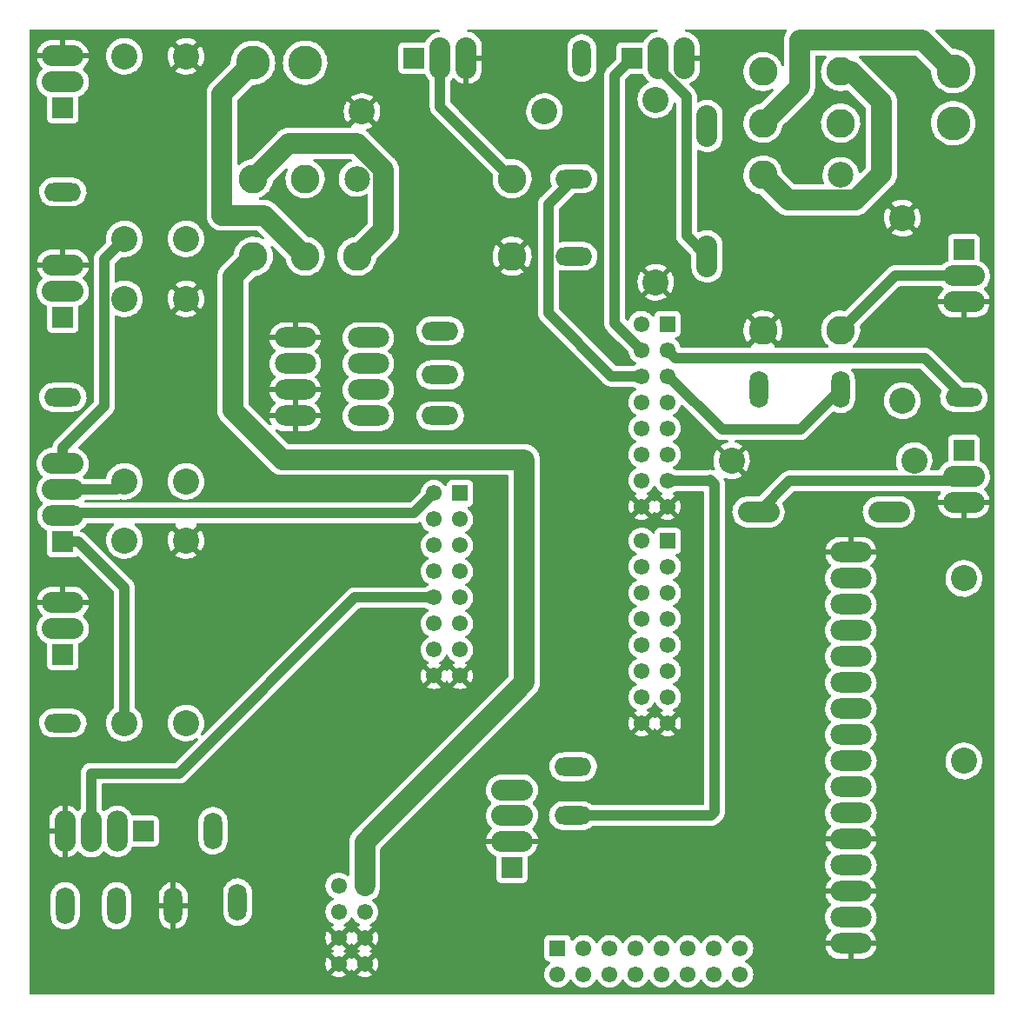
<source format=gbr>
%TF.GenerationSoftware,KiCad,Pcbnew,(6.0.2)*%
%TF.CreationDate,2022-04-01T20:19:04+02:00*%
%TF.ProjectId,beanbot_312,6265616e-626f-4745-9f33-31322e6b6963,rev?*%
%TF.SameCoordinates,Original*%
%TF.FileFunction,Copper,L2,Bot*%
%TF.FilePolarity,Positive*%
%FSLAX46Y46*%
G04 Gerber Fmt 4.6, Leading zero omitted, Abs format (unit mm)*
G04 Created by KiCad (PCBNEW (6.0.2)) date 2022-04-01 20:19:04*
%MOMM*%
%LPD*%
G01*
G04 APERTURE LIST*
%TA.AperFunction,ComponentPad*%
%ADD10O,1.798320X3.599180*%
%TD*%
%TA.AperFunction,ComponentPad*%
%ADD11O,3.599180X1.798320*%
%TD*%
%TA.AperFunction,ComponentPad*%
%ADD12R,2.032000X2.032000*%
%TD*%
%TA.AperFunction,ComponentPad*%
%ADD13O,4.064000X2.032000*%
%TD*%
%TA.AperFunction,ComponentPad*%
%ADD14C,3.302000*%
%TD*%
%TA.AperFunction,ComponentPad*%
%ADD15R,2.032000X2.000000*%
%TD*%
%TA.AperFunction,ComponentPad*%
%ADD16O,2.032000X4.000000*%
%TD*%
%TA.AperFunction,ComponentPad*%
%ADD17O,2.032000X4.064000*%
%TD*%
%TA.AperFunction,ComponentPad*%
%ADD18C,2.794000*%
%TD*%
%TA.AperFunction,ComponentPad*%
%ADD19C,2.499360*%
%TD*%
%TA.AperFunction,ComponentPad*%
%ADD20C,2.540000*%
%TD*%
%TA.AperFunction,ComponentPad*%
%ADD21O,4.000000X2.000000*%
%TD*%
%TA.AperFunction,ComponentPad*%
%ADD22R,2.000000X2.032000*%
%TD*%
%TA.AperFunction,ComponentPad*%
%ADD23O,4.000000X2.032000*%
%TD*%
%TA.AperFunction,ComponentPad*%
%ADD24C,1.550000*%
%TD*%
%TA.AperFunction,ComponentPad*%
%ADD25R,1.550000X1.550000*%
%TD*%
%TA.AperFunction,Conductor*%
%ADD26C,1.000000*%
%TD*%
%TA.AperFunction,Conductor*%
%ADD27C,2.000000*%
%TD*%
G04 APERTURE END LIST*
D10*
%TO.P,M38,1,TP*%
%TO.N,Net-(M29-Pad14)*%
X174000000Y-83061900D03*
%TD*%
D11*
%TO.P,M39,1,TP*%
%TO.N,Net-(M31-Pad14)*%
X156015100Y-70100000D03*
%TD*%
D12*
%TO.P,M43,1,eG*%
%TO.N,/D_RELM3*%
X194000000Y-69460000D03*
D13*
%TO.P,M43,2,D*%
%TO.N,Net-(M29-PadA1)*%
X194000000Y-72000000D03*
%TO.P,M43,3,S*%
%TO.N,/GND*%
X194000000Y-74540000D03*
%TD*%
D14*
%TO.P,M30,1,B*%
%TO.N,Net-(M29-Pad11)*%
X192977140Y-57139360D03*
%TO.P,M30,2,A*%
%TO.N,Net-(M29-Pad21)*%
X192977140Y-52061900D03*
%TD*%
D11*
%TO.P,M2,1,TP*%
%TO.N,/PWM_LEDR*%
X106240000Y-115560000D03*
%TD*%
D12*
%TO.P,M4,1,eG*%
%TO.N,/PWM_LEDR*%
X106240000Y-108890000D03*
D13*
%TO.P,M4,2,D*%
%TO.N,Net-(M4-Pad2)*%
X106240000Y-106350000D03*
%TO.P,M4,3,S*%
%TO.N,/GND*%
X106240000Y-103810000D03*
%TD*%
D11*
%TO.P,M23,1,TP*%
%TO.N,/D_KS3*%
X143000000Y-77370000D03*
%TD*%
D15*
%TO.P,M16,1,VCC*%
%TO.N,/5V*%
X114080000Y-126100000D03*
D16*
%TO.P,M16,2,Trigger*%
%TO.N,/PWM_UTRIG*%
X111540000Y-126100000D03*
D17*
%TO.P,M16,3,ECHO*%
%TO.N,/D_UECHO*%
X109000000Y-126100000D03*
%TO.P,M16,4,GND*%
%TO.N,/GND*%
X106460000Y-126100000D03*
%TD*%
D11*
%TO.P,M51,1,TP*%
%TO.N,/D_RELM2*%
X156015100Y-62543500D03*
%TD*%
D14*
%TO.P,M32,1,B*%
%TO.N,Net-(M31-Pad11)*%
X129842560Y-51244280D03*
%TO.P,M32,2,A*%
%TO.N,Net-(M31-Pad21)*%
X124765100Y-51244280D03*
%TD*%
D18*
%TO.P,M29,11,1*%
%TO.N,Net-(M29-Pad11)*%
X182000000Y-57139360D03*
D19*
%TO.P,M29,12,1*%
%TO.N,/12V*%
X182000000Y-62178720D03*
D18*
%TO.P,M29,14,1*%
%TO.N,Net-(M29-Pad14)*%
X182000000Y-52100000D03*
%TO.P,M29,21,1*%
%TO.N,Net-(M29-Pad21)*%
X174443500Y-57139360D03*
%TO.P,M29,22,1*%
%TO.N,Net-(M29-Pad14)*%
X174443500Y-62178720D03*
%TO.P,M29,24,1*%
%TO.N,/12V*%
X174443500Y-52100000D03*
%TO.P,M29,A1,1*%
%TO.N,Net-(M29-PadA1)*%
X182000000Y-77296800D03*
%TO.P,M29,A2,2*%
%TO.N,/GND*%
X174443500Y-77296800D03*
%TD*%
D12*
%TO.P,M48,1,eG*%
%TO.N,/PWM_M2*%
X161685100Y-50784280D03*
D17*
%TO.P,M48,2,D*%
%TO.N,Net-(M31-Pad14)*%
X164225100Y-50784280D03*
%TO.P,M48,3,S*%
%TO.N,/GND*%
X166765100Y-50784280D03*
%TD*%
D10*
%TO.P,M17,1,TP*%
%TO.N,/PWM_UTRIG*%
X111480000Y-133350000D03*
%TD*%
D20*
%TO.P,M9,1,1*%
%TO.N,Net-(M10-Pad3)*%
X112240000Y-92020000D03*
%TO.P,M9,2,2*%
%TO.N,Net-(M8-Pad2)*%
X112240000Y-74240000D03*
%TD*%
%TO.P,M11,1,1*%
%TO.N,Net-(M11-Pad1)*%
X194000000Y-101480000D03*
%TO.P,M11,2,2*%
%TO.N,/5V*%
X194000000Y-119260000D03*
%TD*%
D12*
%TO.P,M47,1,eG*%
%TO.N,/PWM_M3*%
X194000000Y-88981900D03*
D13*
%TO.P,M47,2,D*%
%TO.N,Net-(M29-Pad14)*%
X194000000Y-91521900D03*
%TO.P,M47,3,S*%
%TO.N,/GND*%
X194000000Y-94061900D03*
%TD*%
D10*
%TO.P,M42,1,TP*%
%TO.N,/PWM_M2*%
X156803200Y-50784280D03*
%TD*%
D20*
%TO.P,M44,1,1*%
%TO.N,/PWM_M3*%
X189160000Y-90000000D03*
%TO.P,M44,2,2*%
%TO.N,/GND*%
X171380000Y-90000000D03*
%TD*%
D11*
%TO.P,M12,1,TP*%
%TO.N,/PWM_LEDB*%
X106240000Y-63830000D03*
%TD*%
%TO.P,M24,1,TP*%
%TO.N,/D_KS2*%
X143000000Y-81640000D03*
%TD*%
D12*
%TO.P,M46,1,eG*%
%TO.N,/D_RELM2*%
X140460000Y-50784280D03*
D17*
%TO.P,M46,2,D*%
%TO.N,Net-(M31-PadA1)*%
X143000000Y-50784280D03*
%TO.P,M46,3,S*%
%TO.N,/GND*%
X145540000Y-50784280D03*
%TD*%
D12*
%TO.P,M14,1,eG*%
%TO.N,/PWM_LEDB*%
X106240000Y-55640000D03*
D13*
%TO.P,M14,2,D*%
%TO.N,Net-(M14-Pad2)*%
X106240000Y-53100000D03*
%TO.P,M14,3,S*%
%TO.N,/GND*%
X106240000Y-50560000D03*
%TD*%
D10*
%TO.P,M28,1,TP*%
%TO.N,/12V*%
X123270000Y-133000000D03*
%TD*%
%TO.P,M27,1,TP*%
%TO.N,/GND*%
X117000000Y-133350000D03*
%TD*%
D17*
%TO.P,M36,A,A*%
%TO.N,Net-(M31-Pad14)*%
X169000000Y-70100000D03*
%TO.P,M36,C,C*%
%TO.N,/12V*%
X169000000Y-57400000D03*
%TD*%
D21*
%TO.P,SV1,1,1*%
%TO.N,/GND*%
X183000000Y-137040000D03*
%TO.P,SV1,2,2*%
%TO.N,/5V*%
X183000000Y-134500000D03*
%TO.P,SV1,3,3*%
%TO.N,/GND*%
X183000000Y-131960000D03*
%TO.P,SV1,4,4*%
%TO.N,/D_LCDRS*%
X183000000Y-129420000D03*
%TO.P,SV1,5,5*%
%TO.N,/GND*%
X183000000Y-126880000D03*
%TO.P,SV1,6,6*%
%TO.N,/D_LCDE*%
X183000000Y-124340000D03*
%TO.P,SV1,7,2*%
%TO.N,unconnected-(SV1-Pad7)*%
X183000000Y-121800000D03*
%TO.P,SV1,8,8*%
%TO.N,unconnected-(SV1-Pad8)*%
X183000000Y-119260000D03*
%TO.P,SV1,9,9*%
%TO.N,unconnected-(SV1-Pad9)*%
X183000000Y-116720000D03*
%TO.P,SV1,10,10*%
%TO.N,unconnected-(SV1-Pad10)*%
X183000000Y-114180000D03*
%TO.P,SV1,11,11*%
%TO.N,/D_LCDDB4*%
X183000000Y-111640000D03*
%TO.P,SV1,12,12*%
%TO.N,/D_LCDDB5*%
X183000000Y-109100000D03*
%TO.P,SV1,13,13*%
%TO.N,/D_LCDDB6*%
X183000000Y-106560000D03*
%TO.P,SV1,14,14*%
%TO.N,/D_LCDDB7*%
X183000000Y-104020000D03*
%TO.P,SV1,15,15*%
%TO.N,Net-(M11-Pad1)*%
X183000000Y-101480000D03*
%TO.P,SV1,16,16*%
%TO.N,/GND*%
X183000000Y-98940000D03*
%TD*%
D10*
%TO.P,M1,1,TP*%
%TO.N,/5V*%
X120870000Y-126050000D03*
%TD*%
D11*
%TO.P,M41,1,TP*%
%TO.N,/PWM_M3*%
X194000000Y-83830000D03*
%TD*%
D20*
%TO.P,M3,1,1*%
%TO.N,/PWM_LEDR*%
X118240000Y-115560000D03*
%TO.P,M3,2,2*%
%TO.N,/GND*%
X118240000Y-97780000D03*
%TD*%
D11*
%TO.P,M6,1,TP*%
%TO.N,/PWM_LEDG*%
X106240000Y-83830000D03*
%TD*%
D20*
%TO.P,M45,1,1*%
%TO.N,/PWM_M2*%
X164000000Y-54840000D03*
%TO.P,M45,2,2*%
%TO.N,/GND*%
X164000000Y-72620000D03*
%TD*%
D11*
%TO.P,M20,1,TP*%
%TO.N,/D_WSDA*%
X155950000Y-119820000D03*
%TD*%
D10*
%TO.P,M50,1,TP*%
%TO.N,/D_RELM3*%
X182000000Y-83061900D03*
%TD*%
D13*
%TO.P,M35,A,A*%
%TO.N,Net-(M29-Pad14)*%
X174000000Y-95000000D03*
%TO.P,M35,C,C*%
%TO.N,/12V*%
X186700000Y-95000000D03*
%TD*%
D18*
%TO.P,M31,11,1*%
%TO.N,Net-(M31-Pad11)*%
X129842560Y-62543500D03*
D19*
%TO.P,M31,12,1*%
%TO.N,/12V*%
X134881920Y-62543500D03*
D18*
%TO.P,M31,14,1*%
%TO.N,Net-(M31-Pad14)*%
X124803200Y-62543500D03*
%TO.P,M31,21,1*%
%TO.N,Net-(M31-Pad21)*%
X129842560Y-70100000D03*
%TO.P,M31,22,1*%
%TO.N,Net-(M31-Pad14)*%
X134881920Y-70100000D03*
%TO.P,M31,24,1*%
%TO.N,/12V*%
X124803200Y-70100000D03*
%TO.P,M31,A1,1*%
%TO.N,Net-(M31-PadA1)*%
X150000000Y-62543500D03*
%TO.P,M31,A2,2*%
%TO.N,/GND*%
X150000000Y-70100000D03*
%TD*%
D21*
%TO.P,M25,1,GND*%
%TO.N,/GND*%
X128888000Y-85640000D03*
%TO.P,M25,2,OE*%
X128888000Y-83100000D03*
%TO.P,M25,3,S1*%
%TO.N,/5V*%
X128888000Y-80560000D03*
%TO.P,M25,4,S0*%
%TO.N,/GND*%
X128888000Y-78020000D03*
%TO.P,M25,5,VCC*%
%TO.N,/5V*%
X136000000Y-85640000D03*
%TO.P,M25,6,OUT*%
%TO.N,/D_KOUT*%
X136000000Y-83100000D03*
%TO.P,M25,7,S2*%
%TO.N,/D_KS2*%
X136000000Y-80560000D03*
%TO.P,M25,8,S3*%
%TO.N,/D_KS3*%
X136000000Y-78020000D03*
%TD*%
D20*
%TO.P,M13,1,1*%
%TO.N,/PWM_LEDB*%
X118240000Y-68400000D03*
%TO.P,M13,2,2*%
%TO.N,/GND*%
X118240000Y-50620000D03*
%TD*%
%TO.P,M40,1,1*%
%TO.N,/D_RELM2*%
X153160000Y-56000000D03*
%TO.P,M40,2,2*%
%TO.N,/GND*%
X135380000Y-56000000D03*
%TD*%
D12*
%TO.P,M8,1,eG*%
%TO.N,/PWM_LEDG*%
X106240000Y-76020000D03*
D13*
%TO.P,M8,2,D*%
%TO.N,Net-(M8-Pad2)*%
X106240000Y-73480000D03*
%TO.P,M8,3,S*%
%TO.N,/GND*%
X106240000Y-70940000D03*
%TD*%
D20*
%TO.P,M15,1,1*%
%TO.N,Net-(M10-Pad4)*%
X112240000Y-68400000D03*
%TO.P,M15,2,2*%
%TO.N,Net-(M14-Pad2)*%
X112240000Y-50620000D03*
%TD*%
D11*
%TO.P,M19,1,TP*%
%TO.N,/D_WSCL*%
X155900000Y-124570000D03*
%TD*%
D22*
%TO.P,M10,1,R*%
%TO.N,Net-(M10-Pad1)*%
X106240000Y-97910000D03*
D23*
%TO.P,M10,2,VCC*%
%TO.N,/5V*%
X106240000Y-95370000D03*
D13*
%TO.P,M10,3,G*%
%TO.N,Net-(M10-Pad3)*%
X106240000Y-92830000D03*
%TO.P,M10,4,B*%
%TO.N,Net-(M10-Pad4)*%
X106240000Y-90290000D03*
%TD*%
D10*
%TO.P,M18,1,TP*%
%TO.N,/D_UECHO*%
X106480000Y-133350000D03*
%TD*%
D20*
%TO.P,M37,1,1*%
%TO.N,/D_RELM3*%
X188000000Y-84160000D03*
%TO.P,M37,2,2*%
%TO.N,/GND*%
X188000000Y-66380000D03*
%TD*%
D12*
%TO.P,M21,1,VCC*%
%TO.N,/5V*%
X150000000Y-129640000D03*
D13*
%TO.P,M21,2,GND*%
%TO.N,/GND*%
X150000000Y-127100000D03*
%TO.P,M21,3,SCL*%
%TO.N,/D_WSCL*%
X150000000Y-124560000D03*
%TO.P,M21,4,SDA*%
%TO.N,/D_WSDA*%
X150000000Y-122100000D03*
%TD*%
D20*
%TO.P,M7,1,1*%
%TO.N,/PWM_LEDG*%
X118240000Y-92020000D03*
%TO.P,M7,2,2*%
%TO.N,/GND*%
X118240000Y-74240000D03*
%TD*%
%TO.P,M5,1,1*%
%TO.N,Net-(M10-Pad1)*%
X112240000Y-115560000D03*
%TO.P,M5,2,2*%
%TO.N,Net-(M4-Pad2)*%
X112240000Y-97780000D03*
%TD*%
D24*
%TO.P,U1,1,12V*%
%TO.N,/12V*%
X133114602Y-133947806D03*
X135654602Y-133947806D03*
D25*
X135654602Y-131407806D03*
D24*
X133114602Y-131407806D03*
%TO.P,U1,2,GND*%
%TO.N,/GND*%
X162629402Y-115583612D03*
X135654602Y-139027806D03*
X165144012Y-94476202D03*
X165169402Y-115583612D03*
X133114602Y-139027806D03*
X142385610Y-110960810D03*
X133114602Y-136487806D03*
X144925610Y-110960810D03*
X162604012Y-94476202D03*
X135654602Y-136487806D03*
%TO.P,U1,3,A0*%
%TO.N,unconnected-(U1-Pad3)*%
X154429584Y-140031263D03*
D25*
%TO.P,U1,4,A1*%
%TO.N,unconnected-(U1-Pad4)*%
X154429584Y-137491263D03*
D24*
%TO.P,U1,5,A2*%
%TO.N,unconnected-(U1-Pad5)*%
X156969584Y-140031263D03*
%TO.P,U1,6,A3*%
%TO.N,unconnected-(U1-Pad6)*%
X156969584Y-137491263D03*
%TO.P,U1,7,A4*%
%TO.N,unconnected-(U1-Pad7)*%
X159509584Y-140031263D03*
%TO.P,U1,8,A5*%
%TO.N,unconnected-(U1-Pad8)*%
X159509584Y-137491263D03*
%TO.P,U1,9,A6*%
%TO.N,unconnected-(U1-Pad9)*%
X162049584Y-140031263D03*
%TO.P,U1,10,A7*%
%TO.N,unconnected-(U1-Pad10)*%
X162049584Y-137491263D03*
%TO.P,U1,11,A8*%
%TO.N,unconnected-(U1-Pad11)*%
X164589584Y-140031263D03*
%TO.P,U1,12,A9*%
%TO.N,unconnected-(U1-Pad12)*%
X164589584Y-137491263D03*
%TO.P,U1,13,A10*%
%TO.N,unconnected-(U1-Pad13)*%
X167129584Y-140031263D03*
%TO.P,U1,14,A11*%
%TO.N,unconnected-(U1-Pad14)*%
X167129584Y-137491263D03*
%TO.P,U1,15,A12*%
%TO.N,unconnected-(U1-Pad15)*%
X169669584Y-140031263D03*
%TO.P,U1,16,A13*%
%TO.N,unconnected-(U1-Pad16)*%
X169669584Y-137491263D03*
%TO.P,U1,17,A14*%
%TO.N,unconnected-(U1-Pad17)*%
X172209584Y-140031263D03*
%TO.P,U1,18,A15*%
%TO.N,unconnected-(U1-Pad18)*%
X172209584Y-137491263D03*
D25*
%TO.P,U1,19,5V_1*%
%TO.N,/5V*%
X144925610Y-93180810D03*
D24*
X142385610Y-93180810D03*
%TO.P,U1,21,D9*%
%TO.N,unconnected-(U1-Pad21)*%
X144925610Y-95720810D03*
%TO.P,U1,22,D13*%
%TO.N,/PWM_LEDB*%
X142385610Y-95720810D03*
%TO.P,U1,23,D8*%
%TO.N,unconnected-(U1-Pad23)*%
X144925610Y-98260810D03*
%TO.P,U1,24,D12*%
%TO.N,/PWM_LEDG*%
X142385610Y-98260810D03*
%TO.P,U1,25,D5*%
%TO.N,unconnected-(U1-Pad25)*%
X144925610Y-100800810D03*
%TO.P,U1,26,RX3*%
%TO.N,unconnected-(U1-Pad26)*%
X142385610Y-100800810D03*
%TO.P,U1,27,D27*%
%TO.N,unconnected-(U1-Pad27)*%
X144925610Y-103340810D03*
%TO.P,U1,28,RX2*%
%TO.N,/D_UECHO*%
X142385610Y-103340810D03*
%TO.P,U1,29,D3*%
%TO.N,unconnected-(U1-Pad29)*%
X144925610Y-105880810D03*
%TO.P,U1,30,D11*%
%TO.N,/PWM_LEDR*%
X142385610Y-105880810D03*
%TO.P,U1,31,D2*%
%TO.N,unconnected-(U1-Pad31)*%
X144925610Y-108420810D03*
%TO.P,U1,32,D10*%
%TO.N,/PWM_UTRIG*%
X142385610Y-108420810D03*
D25*
%TO.P,U1,39,5V_2*%
%TO.N,/5V*%
X165169402Y-97803612D03*
D24*
X162629402Y-97803612D03*
%TO.P,U1,41,D45*%
%TO.N,/D_LCDDB7*%
X165169402Y-100343612D03*
%TO.P,U1,42,D4*%
%TO.N,unconnected-(U1-Pad42)*%
X162629402Y-100343612D03*
%TO.P,U1,43,D47*%
%TO.N,/D_LCDDB6*%
X165169402Y-102883612D03*
%TO.P,U1,44,D28*%
%TO.N,unconnected-(U1-Pad44)*%
X162629402Y-102883612D03*
%TO.P,U1,45,D52*%
%TO.N,/D_LCDDB5*%
X165169402Y-105423612D03*
%TO.P,U1,46,D53*%
%TO.N,unconnected-(U1-Pad46)*%
X162629402Y-105423612D03*
%TO.P,U1,47,D46*%
%TO.N,/D_LCDDB4*%
X165169402Y-107963612D03*
%TO.P,U1,48,D44*%
%TO.N,unconnected-(U1-Pad48)*%
X162629402Y-107963612D03*
%TO.P,U1,49,D49*%
%TO.N,/D_LCDE*%
X165169402Y-110503612D03*
%TO.P,U1,50,D48*%
%TO.N,unconnected-(U1-Pad50)*%
X162629402Y-110503612D03*
%TO.P,U1,51,D50*%
%TO.N,/D_LCDRS*%
X165169402Y-113043612D03*
%TO.P,U1,52,D51*%
%TO.N,unconnected-(U1-Pad52)*%
X162629402Y-113043612D03*
D25*
%TO.P,U1,53,5V_3*%
%TO.N,/5V*%
X165144012Y-76696202D03*
D24*
X162604012Y-76696202D03*
%TO.P,U1,55,D6*%
%TO.N,/PWM_M3*%
X165144012Y-79236202D03*
%TO.P,U1,56,D7*%
%TO.N,/PWM_M2*%
X162604012Y-79236202D03*
%TO.P,U1,57,D26*%
%TO.N,/D_RELM3*%
X165144012Y-81776202D03*
%TO.P,U1,58,D24*%
%TO.N,/D_RELM2*%
X162604012Y-81776202D03*
%TO.P,U1,59,TX1*%
%TO.N,unconnected-(U1-Pad59)*%
X165144012Y-84316202D03*
%TO.P,U1,60,RX1*%
%TO.N,/D_KS3*%
X162604012Y-84316202D03*
%TO.P,U1,61,XX*%
%TO.N,unconnected-(U1-Pad61)*%
X165144012Y-86856202D03*
%TO.P,U1,62,TX3*%
%TO.N,/D_KS2*%
X162604012Y-86856202D03*
%TO.P,U1,63,D29*%
%TO.N,unconnected-(U1-Pad63)*%
X165144012Y-89396202D03*
%TO.P,U1,64,D38*%
%TO.N,/D_KOUT*%
X162604012Y-89396202D03*
%TO.P,U1,65,SCL_B*%
%TO.N,/D_WSCL*%
X165144012Y-91936202D03*
%TO.P,U1,66,SDA_B*%
%TO.N,/D_WSDA*%
X162604012Y-91936202D03*
%TD*%
D11*
%TO.P,M26,1,TP*%
%TO.N,/D_KOUT*%
X143000000Y-85640000D03*
%TD*%
D26*
%TO.N,/5V*%
X106510000Y-95100000D02*
X140466420Y-95100000D01*
X106240000Y-95370000D02*
X106510000Y-95100000D01*
X140466420Y-95100000D02*
X142385610Y-93180810D01*
%TO.N,Net-(M10-Pad1)*%
X112240000Y-115560000D02*
X112240000Y-102370000D01*
X106240000Y-97910000D02*
X107780000Y-97910000D01*
X107780000Y-97910000D02*
X112240000Y-102370000D01*
%TO.N,Net-(M10-Pad3)*%
X106240000Y-92830000D02*
X111430000Y-92830000D01*
X111430000Y-92830000D02*
X112240000Y-92020000D01*
%TO.N,Net-(M10-Pad4)*%
X106240000Y-88750000D02*
X110270489Y-84719511D01*
X110270489Y-70369511D02*
X110270489Y-84719511D01*
X106240000Y-90290000D02*
X106240000Y-88750000D01*
X112240000Y-68400000D02*
X110270489Y-70369511D01*
%TO.N,/D_UECHO*%
X134709190Y-103340810D02*
X142385610Y-103340810D01*
X109000000Y-120450000D02*
X117600000Y-120450000D01*
X109000000Y-126100000D02*
X109000000Y-120450000D01*
X117600000Y-120450000D02*
X134709190Y-103340810D01*
%TO.N,/D_WSCL*%
X155900000Y-124570000D02*
X169380000Y-124570000D01*
X169263798Y-91936202D02*
X169300000Y-91900000D01*
X169380000Y-124570000D02*
X169700000Y-124250000D01*
X165144012Y-91936202D02*
X169263798Y-91936202D01*
X169700000Y-124250000D02*
X169700000Y-92372404D01*
X169700000Y-92372404D02*
X169263798Y-91936202D01*
X169300000Y-91900000D02*
X169700000Y-92300000D01*
D27*
%TO.N,/12V*%
X122800000Y-85100000D02*
X127600000Y-89900000D01*
X151200000Y-89900000D02*
X151200000Y-111600000D01*
X122800000Y-72103200D02*
X122800000Y-85100000D01*
X127600000Y-89900000D02*
X151200000Y-89900000D01*
X151200000Y-111600000D02*
X135654602Y-127145398D01*
X135654602Y-127145398D02*
X135654602Y-131407806D01*
X124803200Y-70100000D02*
X122800000Y-72103200D01*
%TO.N,Net-(M29-Pad21)*%
X192977140Y-52061900D02*
X189976660Y-49061420D01*
X178000000Y-49061900D02*
X178000000Y-53582860D01*
X189976660Y-49061420D02*
X178000480Y-49061420D01*
X178000480Y-49061420D02*
X178000000Y-49061900D01*
X178000000Y-53582860D02*
X174443500Y-57139360D01*
D26*
%TO.N,/D_RELM3*%
X178061900Y-87000000D02*
X182000000Y-83061900D01*
X165144012Y-81776202D02*
X165221642Y-81776202D01*
X170445440Y-87000000D02*
X178061900Y-87000000D01*
X165221642Y-81776202D02*
X170445440Y-87000000D01*
D27*
%TO.N,Net-(M31-Pad21)*%
X124765100Y-51244280D02*
X121750000Y-54259380D01*
X121750000Y-66100000D02*
X125842560Y-66100000D01*
X125842560Y-66100000D02*
X129842560Y-70100000D01*
X121750000Y-54259380D02*
X121750000Y-66100000D01*
D26*
%TO.N,/D_RELM2*%
X156015100Y-62543500D02*
X153515990Y-65042610D01*
X153515990Y-65042610D02*
X153515990Y-75615990D01*
X159676202Y-81776202D02*
X162604012Y-81776202D01*
X153515990Y-75615990D02*
X159676202Y-81776202D01*
%TO.N,/PWM_M3*%
X165907810Y-80000000D02*
X165144012Y-79236202D01*
X190170000Y-80000000D02*
X165907810Y-80000000D01*
X194000000Y-83830000D02*
X190170000Y-80000000D01*
%TO.N,/PWM_M2*%
X160000000Y-76632190D02*
X160000000Y-52469380D01*
X162604012Y-79236202D02*
X160000000Y-76632190D01*
X160000000Y-52469380D02*
X161685100Y-50784280D01*
D27*
%TO.N,Net-(M29-Pad14)*%
X174443500Y-62178720D02*
X176892691Y-64627911D01*
X176892691Y-64627911D02*
X183433989Y-64627911D01*
X183038100Y-52100000D02*
X182000000Y-52100000D01*
X183433989Y-64627911D02*
X186000000Y-62061900D01*
D26*
X174000000Y-95000000D02*
X177030489Y-91969511D01*
D27*
X186000000Y-62061900D02*
X186000000Y-55061900D01*
D26*
X193552389Y-91969511D02*
X194000000Y-91521900D01*
D27*
X186000000Y-55061900D02*
X183038100Y-52100000D01*
D26*
X177030489Y-91969511D02*
X193552389Y-91969511D01*
%TO.N,Net-(M31-Pad14)*%
X164225100Y-50784280D02*
X164225100Y-51784280D01*
D27*
X128246700Y-59100000D02*
X124803200Y-62543500D01*
X137478431Y-67503489D02*
X134881920Y-70100000D01*
D26*
X167000000Y-68100000D02*
X169000000Y-70100000D01*
X164225100Y-51784280D02*
X167000000Y-54559180D01*
X167000000Y-54559180D02*
X167000000Y-68100000D01*
D27*
X134902100Y-59100000D02*
X128246700Y-59100000D01*
X137478431Y-67503489D02*
X137478431Y-61676331D01*
X137478431Y-61676331D02*
X134902100Y-59100000D01*
D26*
%TO.N,Net-(M29-PadA1)*%
X194000000Y-72000000D02*
X187296800Y-72000000D01*
X187296800Y-72000000D02*
X182000000Y-77296800D01*
%TO.N,Net-(M31-PadA1)*%
X143000000Y-50784280D02*
X143000000Y-55543500D01*
X143000000Y-55543500D02*
X150000000Y-62543500D01*
%TD*%
%TA.AperFunction,Conductor*%
%TO.N,/GND*%
G36*
X142901620Y-48020002D02*
G01*
X142948113Y-48073658D01*
X142958217Y-48143932D01*
X142928723Y-48208512D01*
X142868997Y-48246896D01*
X142847981Y-48251165D01*
X142702926Y-48267948D01*
X142698055Y-48269326D01*
X142698052Y-48269327D01*
X142589661Y-48299999D01*
X142466873Y-48334745D01*
X142369962Y-48379935D01*
X142249118Y-48436285D01*
X142249114Y-48436287D01*
X142244536Y-48438422D01*
X142240355Y-48441264D01*
X142240354Y-48441264D01*
X142218658Y-48456009D01*
X142041635Y-48576314D01*
X141863390Y-48744872D01*
X141714387Y-48939759D01*
X141711997Y-48944217D01*
X141711996Y-48944218D01*
X141613341Y-49128209D01*
X141598460Y-49155962D01*
X141596814Y-49160741D01*
X141596811Y-49160749D01*
X141591972Y-49174803D01*
X141550881Y-49232700D01*
X141485012Y-49259190D01*
X141472837Y-49259780D01*
X139395866Y-49259780D01*
X139333684Y-49266535D01*
X139197295Y-49317665D01*
X139080739Y-49405019D01*
X138993385Y-49521575D01*
X138942255Y-49657964D01*
X138935500Y-49720146D01*
X138935500Y-51848414D01*
X138942255Y-51910596D01*
X138993385Y-52046985D01*
X139080739Y-52163541D01*
X139197295Y-52250895D01*
X139333684Y-52302025D01*
X139395866Y-52308780D01*
X141476255Y-52308780D01*
X141544376Y-52328782D01*
X141592238Y-52385547D01*
X141644587Y-52508873D01*
X141775313Y-52716463D01*
X141798529Y-52742796D01*
X141934161Y-52896639D01*
X141937548Y-52900481D01*
X141942473Y-52904526D01*
X141945475Y-52906992D01*
X141985419Y-52965686D01*
X141991500Y-53004357D01*
X141991500Y-55481657D01*
X141990763Y-55495264D01*
X141988827Y-55513091D01*
X141986676Y-55532888D01*
X141987827Y-55546044D01*
X141991050Y-55582888D01*
X141991379Y-55587714D01*
X141991500Y-55590186D01*
X141991500Y-55593269D01*
X141991801Y-55596337D01*
X141995690Y-55636006D01*
X141995812Y-55637319D01*
X141999552Y-55680062D01*
X142003913Y-55729913D01*
X142005400Y-55735032D01*
X142005920Y-55740333D01*
X142032791Y-55829334D01*
X142033126Y-55830467D01*
X142053987Y-55902268D01*
X142059091Y-55919836D01*
X142061544Y-55924568D01*
X142063084Y-55929669D01*
X142065978Y-55935112D01*
X142106731Y-56011760D01*
X142107343Y-56012926D01*
X142132822Y-56062078D01*
X142150108Y-56095426D01*
X142153431Y-56099589D01*
X142155934Y-56104296D01*
X142214755Y-56176418D01*
X142215446Y-56177274D01*
X142246738Y-56216473D01*
X142249242Y-56218977D01*
X142249884Y-56219695D01*
X142253585Y-56224028D01*
X142280935Y-56257562D01*
X142285682Y-56261489D01*
X142285684Y-56261491D01*
X142316262Y-56286787D01*
X142325042Y-56294777D01*
X145222201Y-59191935D01*
X148093040Y-62062774D01*
X148127066Y-62125086D01*
X148126229Y-62182243D01*
X148119155Y-62210723D01*
X148118080Y-62215052D01*
X148112453Y-62269973D01*
X148091367Y-62475778D01*
X148090576Y-62483494D01*
X148091793Y-62514471D01*
X148100452Y-62734846D01*
X148101170Y-62753133D01*
X148101970Y-62757513D01*
X148148100Y-63010094D01*
X148149651Y-63018589D01*
X148235051Y-63274566D01*
X148237044Y-63278554D01*
X148341048Y-63486698D01*
X148355667Y-63515956D01*
X148509092Y-63737943D01*
X148527786Y-63758166D01*
X148642819Y-63882608D01*
X148692264Y-63936098D01*
X148695718Y-63938910D01*
X148848992Y-64063694D01*
X148901529Y-64106466D01*
X148987451Y-64158195D01*
X149128896Y-64243352D01*
X149128900Y-64243354D01*
X149132712Y-64245649D01*
X149292013Y-64313105D01*
X149377101Y-64349135D01*
X149377105Y-64349136D01*
X149381199Y-64350870D01*
X149385491Y-64352008D01*
X149385494Y-64352009D01*
X149637736Y-64418890D01*
X149637740Y-64418891D01*
X149642033Y-64420029D01*
X149646442Y-64420551D01*
X149646448Y-64420552D01*
X149822105Y-64441342D01*
X149910009Y-64451746D01*
X150179781Y-64445389D01*
X150338984Y-64418890D01*
X150441576Y-64401814D01*
X150441580Y-64401813D01*
X150445966Y-64401083D01*
X150450207Y-64399742D01*
X150450210Y-64399741D01*
X150699007Y-64321057D01*
X150699009Y-64321056D01*
X150703253Y-64319714D01*
X150707264Y-64317788D01*
X150707269Y-64317786D01*
X150942489Y-64204835D01*
X150942490Y-64204834D01*
X150946508Y-64202905D01*
X151113140Y-64091565D01*
X151167169Y-64055464D01*
X151167173Y-64055461D01*
X151170877Y-64052986D01*
X151174194Y-64050015D01*
X151174198Y-64050012D01*
X151368567Y-63875921D01*
X151368568Y-63875920D01*
X151371885Y-63872949D01*
X151545519Y-63666386D01*
X151688317Y-63437418D01*
X151797428Y-63190614D01*
X151870675Y-62930898D01*
X151885407Y-62821218D01*
X151906170Y-62666635D01*
X151906171Y-62666627D01*
X151906597Y-62663453D01*
X151908109Y-62615334D01*
X151910266Y-62546722D01*
X151910266Y-62546717D01*
X151910367Y-62543500D01*
X151908644Y-62519157D01*
X151891624Y-62278776D01*
X151891309Y-62274327D01*
X151884990Y-62244973D01*
X151835450Y-62014877D01*
X151834513Y-62010525D01*
X151831738Y-62003001D01*
X151742656Y-61761534D01*
X151741115Y-61757357D01*
X151710347Y-61700333D01*
X151615089Y-61523790D01*
X151612976Y-61519874D01*
X151452654Y-61302816D01*
X151431476Y-61281302D01*
X151345499Y-61193965D01*
X151263348Y-61110513D01*
X151259808Y-61107812D01*
X151259802Y-61107806D01*
X151092108Y-60979826D01*
X151048835Y-60946801D01*
X150937989Y-60884724D01*
X150817281Y-60817124D01*
X150817278Y-60817123D01*
X150813395Y-60814948D01*
X150561725Y-60717585D01*
X150557400Y-60716582D01*
X150557395Y-60716581D01*
X150376543Y-60674662D01*
X150298847Y-60656653D01*
X150030007Y-60633369D01*
X150025572Y-60633613D01*
X150025568Y-60633613D01*
X149765011Y-60647952D01*
X149765004Y-60647953D01*
X149760568Y-60648197D01*
X149703377Y-60659573D01*
X149635084Y-60673157D01*
X149564370Y-60666829D01*
X149521408Y-60638673D01*
X144836048Y-55953314D01*
X151377124Y-55953314D01*
X151377348Y-55957980D01*
X151377348Y-55957985D01*
X151379421Y-56001132D01*
X151389807Y-56217352D01*
X151401454Y-56275906D01*
X151440439Y-56471894D01*
X151441378Y-56476616D01*
X151442957Y-56481014D01*
X151442959Y-56481021D01*
X151493537Y-56621892D01*
X151530704Y-56725410D01*
X151532921Y-56729536D01*
X151625968Y-56902705D01*
X151655822Y-56958267D01*
X151658617Y-56962011D01*
X151658619Y-56962013D01*
X151802708Y-57154971D01*
X151813985Y-57170073D01*
X151817292Y-57173351D01*
X151817297Y-57173357D01*
X151916879Y-57272073D01*
X152001718Y-57356174D01*
X152005485Y-57358936D01*
X152005486Y-57358937D01*
X152081759Y-57414863D01*
X152214896Y-57512483D01*
X152219031Y-57514659D01*
X152219035Y-57514661D01*
X152335787Y-57576087D01*
X152448836Y-57635565D01*
X152698400Y-57722716D01*
X152702993Y-57723588D01*
X152953515Y-57771151D01*
X152953518Y-57771151D01*
X152958104Y-57772022D01*
X153090173Y-57777211D01*
X153217575Y-57782218D01*
X153217581Y-57782218D01*
X153222243Y-57782401D01*
X153485015Y-57753622D01*
X153489526Y-57752434D01*
X153489528Y-57752434D01*
X153736124Y-57687511D01*
X153736126Y-57687510D01*
X153740647Y-57686320D01*
X153762803Y-57676801D01*
X153979229Y-57583817D01*
X153979231Y-57583816D01*
X153983523Y-57581972D01*
X154208307Y-57442871D01*
X154306166Y-57360028D01*
X154406496Y-57275093D01*
X154406498Y-57275091D01*
X154410063Y-57272073D01*
X154584356Y-57073329D01*
X154591685Y-57061936D01*
X154724831Y-56854936D01*
X154727359Y-56851006D01*
X154835930Y-56609988D01*
X154907683Y-56355570D01*
X154925267Y-56217352D01*
X154940645Y-56096471D01*
X154940645Y-56096465D01*
X154941043Y-56093340D01*
X154941127Y-56090158D01*
X154943137Y-56013357D01*
X154943487Y-56000000D01*
X154937924Y-55925143D01*
X154924243Y-55741036D01*
X154924242Y-55741032D01*
X154923897Y-55736384D01*
X154865557Y-55478559D01*
X154863864Y-55474205D01*
X154771442Y-55236542D01*
X154771441Y-55236540D01*
X154769749Y-55232189D01*
X154764708Y-55223368D01*
X154694402Y-55100359D01*
X154638578Y-55002687D01*
X154474925Y-54795094D01*
X154292776Y-54623745D01*
X154285791Y-54617174D01*
X154282385Y-54613970D01*
X154244949Y-54588000D01*
X154069026Y-54465958D01*
X154069021Y-54465955D01*
X154065188Y-54463296D01*
X154043732Y-54452715D01*
X153832294Y-54348445D01*
X153832291Y-54348444D01*
X153828106Y-54346380D01*
X153787754Y-54333463D01*
X153600239Y-54273439D01*
X153576347Y-54265791D01*
X153374578Y-54232931D01*
X153320053Y-54224051D01*
X153320052Y-54224051D01*
X153315441Y-54223300D01*
X153183281Y-54221570D01*
X153055798Y-54219901D01*
X153055795Y-54219901D01*
X153051121Y-54219840D01*
X152789192Y-54255486D01*
X152784702Y-54256795D01*
X152784696Y-54256796D01*
X152702553Y-54280739D01*
X152535410Y-54329457D01*
X152531163Y-54331415D01*
X152531160Y-54331416D01*
X152464066Y-54362347D01*
X152295348Y-54440127D01*
X152291439Y-54442690D01*
X152078195Y-54582499D01*
X152078190Y-54582503D01*
X152074282Y-54585065D01*
X152070790Y-54588182D01*
X151892744Y-54747094D01*
X151877067Y-54761086D01*
X151708036Y-54964324D01*
X151570901Y-55190314D01*
X151569095Y-55194622D01*
X151569094Y-55194623D01*
X151477528Y-55412984D01*
X151468677Y-55434091D01*
X151467526Y-55438623D01*
X151467525Y-55438626D01*
X151440245Y-55546044D01*
X151403608Y-55690301D01*
X151377124Y-55953314D01*
X144836048Y-55953314D01*
X144045405Y-55162671D01*
X144011379Y-55100359D01*
X144008500Y-55073576D01*
X144008500Y-52999100D01*
X144028502Y-52930979D01*
X144047927Y-52907552D01*
X144132931Y-52827167D01*
X144136610Y-52823688D01*
X144139684Y-52819668D01*
X144139688Y-52819663D01*
X144170654Y-52779161D01*
X144227918Y-52737193D01*
X144298782Y-52732848D01*
X144365264Y-52772364D01*
X144474550Y-52896324D01*
X144481811Y-52903335D01*
X144663493Y-53052571D01*
X144671775Y-53058327D01*
X144874983Y-53176597D01*
X144884088Y-53180959D01*
X145103588Y-53265218D01*
X145113265Y-53268066D01*
X145268264Y-53300447D01*
X145282325Y-53299324D01*
X145286000Y-53289217D01*
X145286000Y-53286977D01*
X145794000Y-53286977D01*
X145798136Y-53301063D01*
X145811114Y-53303112D01*
X145831959Y-53300700D01*
X145841835Y-53298744D01*
X146068089Y-53234721D01*
X146077533Y-53231209D01*
X146290635Y-53131837D01*
X146299400Y-53126858D01*
X146493858Y-52994704D01*
X146501734Y-52988372D01*
X146672555Y-52826835D01*
X146679316Y-52819326D01*
X146822118Y-52632549D01*
X146827582Y-52624070D01*
X146938688Y-52416858D01*
X146942727Y-52407612D01*
X147019274Y-52185305D01*
X147021785Y-52175524D01*
X147061990Y-51942763D01*
X147062845Y-51934891D01*
X147063936Y-51910875D01*
X147064000Y-51908042D01*
X147064000Y-51744687D01*
X155395540Y-51744687D01*
X155399733Y-51794107D01*
X155409658Y-51911071D01*
X155410648Y-51922743D01*
X155411986Y-51927900D01*
X155411987Y-51927903D01*
X155468423Y-52145339D01*
X155470663Y-52153970D01*
X155472855Y-52158836D01*
X155472856Y-52158839D01*
X155525279Y-52275214D01*
X155568779Y-52371780D01*
X155702191Y-52569944D01*
X155705870Y-52573801D01*
X155705872Y-52573803D01*
X155758338Y-52628801D01*
X155867084Y-52742796D01*
X155871361Y-52745978D01*
X155871362Y-52745979D01*
X155878374Y-52751196D01*
X156058744Y-52885395D01*
X156063495Y-52887811D01*
X156063499Y-52887813D01*
X156148401Y-52930979D01*
X156271690Y-52993662D01*
X156499833Y-53064503D01*
X156505122Y-53065204D01*
X156731366Y-53095191D01*
X156731370Y-53095191D01*
X156736650Y-53095891D01*
X156741979Y-53095691D01*
X156741981Y-53095691D01*
X156856010Y-53091410D01*
X156975371Y-53086929D01*
X157121847Y-53056195D01*
X157203941Y-53038970D01*
X157203944Y-53038969D01*
X157209168Y-53037873D01*
X157371032Y-52973950D01*
X157426388Y-52952089D01*
X157426391Y-52952088D01*
X157431358Y-52950126D01*
X157435922Y-52947356D01*
X157435925Y-52947355D01*
X157631026Y-52828965D01*
X157631029Y-52828963D01*
X157635587Y-52826197D01*
X157661873Y-52803387D01*
X157811982Y-52673129D01*
X157811984Y-52673127D01*
X157816015Y-52669629D01*
X157819398Y-52665503D01*
X157819402Y-52665499D01*
X157964099Y-52489027D01*
X157967483Y-52484900D01*
X158053842Y-52333190D01*
X158083021Y-52281931D01*
X158083022Y-52281929D01*
X158085662Y-52277291D01*
X158167170Y-52052737D01*
X158168531Y-52045211D01*
X158208941Y-51821745D01*
X158208942Y-51821737D01*
X158209679Y-51817661D01*
X158210860Y-51792619D01*
X158210860Y-49823873D01*
X158197498Y-49666394D01*
X158196203Y-49651128D01*
X158196202Y-49651124D01*
X158195752Y-49645817D01*
X158188797Y-49619019D01*
X158137079Y-49419759D01*
X158137078Y-49419755D01*
X158135737Y-49414590D01*
X158119241Y-49377969D01*
X158042675Y-49208000D01*
X158037621Y-49196780D01*
X157904209Y-48998616D01*
X157873458Y-48966380D01*
X157798401Y-48887701D01*
X157739316Y-48825764D01*
X157547656Y-48683165D01*
X157542905Y-48680749D01*
X157542901Y-48680747D01*
X157432361Y-48624546D01*
X157334710Y-48574898D01*
X157106567Y-48504057D01*
X157094828Y-48502501D01*
X156875034Y-48473369D01*
X156875030Y-48473369D01*
X156869750Y-48472669D01*
X156864421Y-48472869D01*
X156864419Y-48472869D01*
X156750390Y-48477150D01*
X156631029Y-48481631D01*
X156545429Y-48499592D01*
X156402459Y-48529590D01*
X156402456Y-48529591D01*
X156397232Y-48530687D01*
X156390317Y-48533418D01*
X156180012Y-48616471D01*
X156180009Y-48616472D01*
X156175042Y-48618434D01*
X156170478Y-48621204D01*
X156170475Y-48621205D01*
X155975374Y-48739595D01*
X155975371Y-48739597D01*
X155970813Y-48742363D01*
X155966785Y-48745858D01*
X155966784Y-48745859D01*
X155803888Y-48887214D01*
X155790385Y-48898931D01*
X155787002Y-48903057D01*
X155786998Y-48903061D01*
X155674326Y-49040475D01*
X155638917Y-49083660D01*
X155597760Y-49155962D01*
X155531469Y-49272418D01*
X155520738Y-49291269D01*
X155439230Y-49515823D01*
X155438281Y-49521072D01*
X155438280Y-49521075D01*
X155397459Y-49746815D01*
X155397458Y-49746823D01*
X155396721Y-49750899D01*
X155395540Y-49775941D01*
X155395540Y-51744687D01*
X147064000Y-51744687D01*
X147064000Y-51056395D01*
X147059525Y-51041156D01*
X147058135Y-51039951D01*
X147050452Y-51038280D01*
X145812115Y-51038280D01*
X145796876Y-51042755D01*
X145795671Y-51044145D01*
X145794000Y-51051828D01*
X145794000Y-53286977D01*
X145286000Y-53286977D01*
X145286000Y-50656280D01*
X145306002Y-50588159D01*
X145359658Y-50541666D01*
X145412000Y-50530280D01*
X147045885Y-50530280D01*
X147061124Y-50525805D01*
X147062329Y-50524415D01*
X147064000Y-50516732D01*
X147064000Y-49709176D01*
X147063798Y-49704144D01*
X147049696Y-49528869D01*
X147048084Y-49518917D01*
X146991999Y-49290580D01*
X146988816Y-49281010D01*
X146896944Y-49064575D01*
X146892270Y-49055636D01*
X146766984Y-48856684D01*
X146760939Y-48848603D01*
X146605450Y-48672236D01*
X146598189Y-48665225D01*
X146416507Y-48515989D01*
X146408225Y-48510233D01*
X146205017Y-48391963D01*
X146195912Y-48387601D01*
X145976412Y-48303342D01*
X145966735Y-48300494D01*
X145736580Y-48252412D01*
X145725448Y-48251006D01*
X145660371Y-48222624D01*
X145620970Y-48163564D01*
X145619753Y-48092578D01*
X145657108Y-48032203D01*
X145721174Y-48001608D01*
X145741240Y-48000000D01*
X164058599Y-48000000D01*
X164126720Y-48020002D01*
X164173213Y-48073658D01*
X164183317Y-48143932D01*
X164153823Y-48208512D01*
X164094097Y-48246896D01*
X164073081Y-48251165D01*
X163928026Y-48267948D01*
X163923155Y-48269326D01*
X163923152Y-48269327D01*
X163814761Y-48299999D01*
X163691973Y-48334745D01*
X163595062Y-48379935D01*
X163474218Y-48436285D01*
X163474214Y-48436287D01*
X163469636Y-48438422D01*
X163465455Y-48441264D01*
X163465454Y-48441264D01*
X163443758Y-48456009D01*
X163266735Y-48576314D01*
X163088490Y-48744872D01*
X162939487Y-48939759D01*
X162937097Y-48944217D01*
X162937096Y-48944218D01*
X162838441Y-49128209D01*
X162823560Y-49155962D01*
X162821914Y-49160741D01*
X162821911Y-49160749D01*
X162817072Y-49174803D01*
X162775981Y-49232700D01*
X162710112Y-49259190D01*
X162697937Y-49259780D01*
X160620966Y-49259780D01*
X160558784Y-49266535D01*
X160422395Y-49317665D01*
X160305839Y-49405019D01*
X160218485Y-49521575D01*
X160167355Y-49657964D01*
X160160600Y-49720146D01*
X160160600Y-50830354D01*
X160140598Y-50898475D01*
X160123696Y-50919449D01*
X159330617Y-51712529D01*
X159320473Y-51721631D01*
X159290975Y-51745348D01*
X159272616Y-51767227D01*
X159258709Y-51783801D01*
X159255528Y-51787449D01*
X159253885Y-51789261D01*
X159251691Y-51791455D01*
X159224358Y-51824729D01*
X159223696Y-51825527D01*
X159163846Y-51896854D01*
X159161278Y-51901524D01*
X159157897Y-51905641D01*
X159137993Y-51942763D01*
X159114023Y-51987466D01*
X159113394Y-51988625D01*
X159071538Y-52064761D01*
X159071535Y-52064769D01*
X159068567Y-52070167D01*
X159066955Y-52075249D01*
X159064438Y-52079943D01*
X159037238Y-52168911D01*
X159036918Y-52169939D01*
X159008765Y-52258686D01*
X159008171Y-52263982D01*
X159006613Y-52269078D01*
X158998428Y-52349659D01*
X158997218Y-52361567D01*
X158997089Y-52362773D01*
X158993844Y-52391708D01*
X158992877Y-52400334D01*
X158991500Y-52412607D01*
X158991500Y-52416134D01*
X158991445Y-52417119D01*
X158990998Y-52422799D01*
X158986626Y-52465842D01*
X158988428Y-52484900D01*
X158990941Y-52511489D01*
X158991500Y-52523347D01*
X158991500Y-76570347D01*
X158990763Y-76583954D01*
X158990548Y-76585939D01*
X158986676Y-76621578D01*
X158987213Y-76627713D01*
X158991050Y-76671578D01*
X158991379Y-76676404D01*
X158991500Y-76678876D01*
X158991500Y-76681959D01*
X158991801Y-76685027D01*
X158995690Y-76724696D01*
X158995812Y-76726009D01*
X158998767Y-76759783D01*
X159003913Y-76818603D01*
X159005400Y-76823722D01*
X159005920Y-76829023D01*
X159032791Y-76918024D01*
X159033126Y-76919157D01*
X159048757Y-76972956D01*
X159059091Y-77008526D01*
X159061544Y-77013258D01*
X159063084Y-77018359D01*
X159065978Y-77023802D01*
X159106731Y-77100450D01*
X159107343Y-77101616D01*
X159126442Y-77138460D01*
X159150108Y-77184116D01*
X159153431Y-77188279D01*
X159155934Y-77192986D01*
X159214755Y-77265108D01*
X159215446Y-77265964D01*
X159246738Y-77305163D01*
X159249242Y-77307667D01*
X159249884Y-77308385D01*
X159253585Y-77312718D01*
X159280935Y-77346252D01*
X159285682Y-77350179D01*
X159285684Y-77350181D01*
X159316262Y-77375477D01*
X159325042Y-77383467D01*
X160324391Y-78382815D01*
X161296395Y-79354819D01*
X161330420Y-79417131D01*
X161332821Y-79432932D01*
X161335183Y-79459931D01*
X161393309Y-79676862D01*
X161395631Y-79681843D01*
X161395632Y-79681844D01*
X161485896Y-79875416D01*
X161485899Y-79875421D01*
X161488222Y-79880403D01*
X161617038Y-80064371D01*
X161775843Y-80223176D01*
X161780352Y-80226333D01*
X161780354Y-80226335D01*
X161837064Y-80266044D01*
X161959810Y-80351992D01*
X161964792Y-80354315D01*
X161964797Y-80354318D01*
X162045623Y-80392007D01*
X162098908Y-80438924D01*
X162118369Y-80507201D01*
X162097827Y-80575161D01*
X162045623Y-80620397D01*
X161964798Y-80658086D01*
X161964793Y-80658089D01*
X161959811Y-80660412D01*
X161955304Y-80663568D01*
X161955302Y-80663569D01*
X161839128Y-80744915D01*
X161766857Y-80767702D01*
X160146127Y-80767702D01*
X160078006Y-80747700D01*
X160057032Y-80730797D01*
X154561395Y-75235161D01*
X154527369Y-75172849D01*
X154524490Y-75146066D01*
X154524490Y-71563112D01*
X154544492Y-71494991D01*
X154598148Y-71448498D01*
X154668422Y-71438394D01*
X154693476Y-71444672D01*
X154746643Y-71463970D01*
X154751888Y-71464918D01*
X154751890Y-71464919D01*
X154977635Y-71505741D01*
X154977643Y-71505742D01*
X154981719Y-71506479D01*
X155000093Y-71507346D01*
X155005273Y-71507590D01*
X155005280Y-71507590D01*
X155006761Y-71507660D01*
X156975507Y-71507660D01*
X157052278Y-71501146D01*
X157148252Y-71493003D01*
X157148256Y-71493002D01*
X157153563Y-71492552D01*
X157158720Y-71491214D01*
X157158723Y-71491213D01*
X157379621Y-71433879D01*
X157379625Y-71433878D01*
X157384790Y-71432537D01*
X157389656Y-71430345D01*
X157389659Y-71430344D01*
X157597727Y-71336616D01*
X157602600Y-71334421D01*
X157800764Y-71201009D01*
X157808112Y-71194000D01*
X157931686Y-71076115D01*
X157973616Y-71036116D01*
X157996083Y-71005920D01*
X158085657Y-70885528D01*
X158116215Y-70844456D01*
X158118768Y-70839436D01*
X158196778Y-70686000D01*
X158224482Y-70631510D01*
X158295323Y-70403367D01*
X158308344Y-70305129D01*
X158326011Y-70171834D01*
X158326011Y-70171830D01*
X158326711Y-70166550D01*
X158317749Y-69927829D01*
X158285889Y-69775985D01*
X158269790Y-69699259D01*
X158269789Y-69699256D01*
X158268693Y-69694032D01*
X158206786Y-69537273D01*
X158182909Y-69476812D01*
X158182908Y-69476809D01*
X158180946Y-69471842D01*
X158158053Y-69434115D01*
X158059785Y-69272174D01*
X158059783Y-69272171D01*
X158057017Y-69267613D01*
X158046684Y-69255705D01*
X157903949Y-69091218D01*
X157903947Y-69091216D01*
X157900449Y-69087185D01*
X157896323Y-69083802D01*
X157896319Y-69083798D01*
X157719847Y-68939101D01*
X157719848Y-68939101D01*
X157715720Y-68935717D01*
X157575914Y-68856134D01*
X157512751Y-68820179D01*
X157512749Y-68820178D01*
X157508111Y-68817538D01*
X157283557Y-68736030D01*
X157278308Y-68735081D01*
X157278305Y-68735080D01*
X157052565Y-68694259D01*
X157052557Y-68694258D01*
X157048481Y-68693521D01*
X157030107Y-68692654D01*
X157024927Y-68692410D01*
X157024920Y-68692410D01*
X157023439Y-68692340D01*
X155054693Y-68692340D01*
X154985547Y-68698207D01*
X154881948Y-68706997D01*
X154881944Y-68706998D01*
X154876637Y-68707448D01*
X154682143Y-68757929D01*
X154611184Y-68755682D01*
X154552702Y-68715428D01*
X154525268Y-68649946D01*
X154524490Y-68635970D01*
X154524490Y-65512535D01*
X154544492Y-65444414D01*
X154561395Y-65423440D01*
X155996769Y-63988065D01*
X156059081Y-63954040D01*
X156085864Y-63951160D01*
X156975507Y-63951160D01*
X157044653Y-63945293D01*
X157148252Y-63936503D01*
X157148256Y-63936502D01*
X157153563Y-63936052D01*
X157158720Y-63934714D01*
X157158723Y-63934713D01*
X157379621Y-63877379D01*
X157379625Y-63877378D01*
X157384790Y-63876037D01*
X157389656Y-63873845D01*
X157389659Y-63873844D01*
X157597727Y-63780116D01*
X157602600Y-63777921D01*
X157800764Y-63644509D01*
X157973616Y-63479616D01*
X158116215Y-63287956D01*
X158120996Y-63278554D01*
X158212077Y-63099409D01*
X158224482Y-63075010D01*
X158226163Y-63069598D01*
X158293740Y-62851965D01*
X158295323Y-62846867D01*
X158309548Y-62739542D01*
X158326011Y-62615334D01*
X158326011Y-62615330D01*
X158326711Y-62610050D01*
X158326091Y-62593519D01*
X158318585Y-62393589D01*
X158317749Y-62371329D01*
X158289151Y-62235035D01*
X158269790Y-62142759D01*
X158269789Y-62142756D01*
X158268693Y-62137532D01*
X158204127Y-61974040D01*
X158182909Y-61920312D01*
X158182908Y-61920309D01*
X158180946Y-61915342D01*
X158176385Y-61907825D01*
X158059785Y-61715674D01*
X158059783Y-61715671D01*
X158057017Y-61711113D01*
X158004070Y-61650097D01*
X157903949Y-61534718D01*
X157903947Y-61534716D01*
X157900449Y-61530685D01*
X157896323Y-61527302D01*
X157896319Y-61527298D01*
X157722613Y-61384869D01*
X157715720Y-61379217D01*
X157575914Y-61299634D01*
X157512751Y-61263679D01*
X157512749Y-61263678D01*
X157508111Y-61261038D01*
X157283557Y-61179530D01*
X157278308Y-61178581D01*
X157278305Y-61178580D01*
X157052565Y-61137759D01*
X157052557Y-61137758D01*
X157048481Y-61137021D01*
X157030107Y-61136154D01*
X157024927Y-61135910D01*
X157024920Y-61135910D01*
X157023439Y-61135840D01*
X155054693Y-61135840D01*
X154985547Y-61141707D01*
X154881948Y-61150497D01*
X154881944Y-61150498D01*
X154876637Y-61150948D01*
X154871480Y-61152286D01*
X154871477Y-61152287D01*
X154650579Y-61209621D01*
X154650575Y-61209622D01*
X154645410Y-61210963D01*
X154640544Y-61213155D01*
X154640541Y-61213156D01*
X154503388Y-61274939D01*
X154427600Y-61309079D01*
X154229436Y-61442491D01*
X154056584Y-61607384D01*
X153913985Y-61799044D01*
X153911569Y-61803795D01*
X153911567Y-61803799D01*
X153878916Y-61868020D01*
X153805718Y-62011990D01*
X153734877Y-62240133D01*
X153734176Y-62245422D01*
X153704500Y-62469325D01*
X153703489Y-62476950D01*
X153703689Y-62482279D01*
X153703689Y-62482281D01*
X153705866Y-62540279D01*
X153712451Y-62715671D01*
X153713546Y-62720889D01*
X153760118Y-62942846D01*
X153761507Y-62949468D01*
X153841165Y-63151176D01*
X153849254Y-63171658D01*
X153847645Y-63172293D01*
X153858682Y-63234595D01*
X153831304Y-63300101D01*
X153822552Y-63309814D01*
X152846602Y-64285764D01*
X152836468Y-64294857D01*
X152806965Y-64318578D01*
X152802998Y-64323306D01*
X152774699Y-64357031D01*
X152771518Y-64360679D01*
X152769875Y-64362491D01*
X152767681Y-64364685D01*
X152740348Y-64397959D01*
X152739686Y-64398757D01*
X152679836Y-64470084D01*
X152677268Y-64474754D01*
X152673887Y-64478871D01*
X152652991Y-64517842D01*
X152630013Y-64560696D01*
X152629384Y-64561855D01*
X152587528Y-64637991D01*
X152587525Y-64637999D01*
X152584557Y-64643397D01*
X152582945Y-64648479D01*
X152580428Y-64653173D01*
X152553228Y-64742141D01*
X152552908Y-64743169D01*
X152524755Y-64831916D01*
X152524161Y-64837212D01*
X152522603Y-64842308D01*
X152513593Y-64931009D01*
X152513208Y-64934797D01*
X152513079Y-64936003D01*
X152507490Y-64985837D01*
X152507490Y-64989364D01*
X152507435Y-64990349D01*
X152506988Y-64996029D01*
X152502616Y-65039072D01*
X152503681Y-65050334D01*
X152506931Y-65084719D01*
X152507490Y-65096577D01*
X152507490Y-75554147D01*
X152506753Y-75567754D01*
X152503447Y-75598189D01*
X152502666Y-75605378D01*
X152503203Y-75611513D01*
X152507040Y-75655378D01*
X152507369Y-75660204D01*
X152507490Y-75662676D01*
X152507490Y-75665759D01*
X152507791Y-75668827D01*
X152511680Y-75708496D01*
X152511802Y-75709809D01*
X152519903Y-75802403D01*
X152521390Y-75807522D01*
X152521910Y-75812823D01*
X152548781Y-75901824D01*
X152549116Y-75902957D01*
X152569950Y-75974665D01*
X152575081Y-75992326D01*
X152577534Y-75997058D01*
X152579074Y-76002159D01*
X152581968Y-76007602D01*
X152622721Y-76084250D01*
X152623333Y-76085416D01*
X152666098Y-76167916D01*
X152669421Y-76172079D01*
X152671924Y-76176786D01*
X152730745Y-76248908D01*
X152731436Y-76249764D01*
X152762728Y-76288963D01*
X152765232Y-76291467D01*
X152765874Y-76292185D01*
X152769575Y-76296518D01*
X152796925Y-76330052D01*
X152801672Y-76333979D01*
X152801674Y-76333981D01*
X152832252Y-76359277D01*
X152841032Y-76367267D01*
X158919347Y-82445581D01*
X158928449Y-82455724D01*
X158952170Y-82485227D01*
X158990658Y-82517522D01*
X158994277Y-82520680D01*
X158996092Y-82522326D01*
X158998277Y-82524511D01*
X159000657Y-82526466D01*
X159000667Y-82526475D01*
X159031438Y-82551751D01*
X159032453Y-82552593D01*
X159056139Y-82572468D01*
X159103676Y-82612356D01*
X159108350Y-82614925D01*
X159112463Y-82618304D01*
X159117900Y-82621219D01*
X159117901Y-82621220D01*
X159194249Y-82662157D01*
X159195379Y-82662770D01*
X159276989Y-82707635D01*
X159282071Y-82709247D01*
X159286765Y-82711764D01*
X159375733Y-82738964D01*
X159376761Y-82739284D01*
X159465508Y-82767437D01*
X159470804Y-82768031D01*
X159475900Y-82769589D01*
X159568459Y-82778992D01*
X159569595Y-82779113D01*
X159603210Y-82782883D01*
X159615932Y-82784310D01*
X159615936Y-82784310D01*
X159619429Y-82784702D01*
X159622956Y-82784702D01*
X159623941Y-82784757D01*
X159629621Y-82785204D01*
X159659027Y-82788191D01*
X159666539Y-82788954D01*
X159666541Y-82788954D01*
X159672664Y-82789576D01*
X159718310Y-82785261D01*
X159730169Y-82784702D01*
X161766857Y-82784702D01*
X161839128Y-82807489D01*
X161959810Y-82891992D01*
X161964792Y-82894315D01*
X161964797Y-82894318D01*
X162045623Y-82932007D01*
X162098908Y-82978924D01*
X162118369Y-83047201D01*
X162097827Y-83115161D01*
X162045623Y-83160397D01*
X161964798Y-83198086D01*
X161964793Y-83198089D01*
X161959811Y-83200412D01*
X161955304Y-83203568D01*
X161955302Y-83203569D01*
X161780354Y-83326069D01*
X161780351Y-83326071D01*
X161775843Y-83329228D01*
X161617038Y-83488033D01*
X161613881Y-83492541D01*
X161613879Y-83492544D01*
X161491379Y-83667492D01*
X161488222Y-83672001D01*
X161485899Y-83676983D01*
X161485896Y-83676988D01*
X161404418Y-83851718D01*
X161393309Y-83875542D01*
X161391887Y-83880850D01*
X161391886Y-83880852D01*
X161340742Y-84071727D01*
X161335183Y-84092473D01*
X161315609Y-84316202D01*
X161335183Y-84539931D01*
X161336607Y-84545244D01*
X161336607Y-84545246D01*
X161370434Y-84671489D01*
X161393309Y-84756862D01*
X161395631Y-84761843D01*
X161395632Y-84761844D01*
X161485896Y-84955416D01*
X161485899Y-84955421D01*
X161488222Y-84960403D01*
X161491378Y-84964910D01*
X161491379Y-84964912D01*
X161601383Y-85122013D01*
X161617038Y-85144371D01*
X161775843Y-85303176D01*
X161780352Y-85306333D01*
X161780354Y-85306335D01*
X161831239Y-85341965D01*
X161959810Y-85431992D01*
X161964792Y-85434315D01*
X161964797Y-85434318D01*
X162009951Y-85455373D01*
X162044611Y-85471535D01*
X162045623Y-85472007D01*
X162098908Y-85518924D01*
X162118369Y-85587201D01*
X162097827Y-85655161D01*
X162045623Y-85700397D01*
X161964798Y-85738086D01*
X161964793Y-85738089D01*
X161959811Y-85740412D01*
X161955304Y-85743568D01*
X161955302Y-85743569D01*
X161780354Y-85866069D01*
X161780351Y-85866071D01*
X161775843Y-85869228D01*
X161617038Y-86028033D01*
X161613881Y-86032541D01*
X161613879Y-86032544D01*
X161491379Y-86207492D01*
X161488222Y-86212001D01*
X161485899Y-86216983D01*
X161485896Y-86216988D01*
X161406368Y-86387536D01*
X161393309Y-86415542D01*
X161391887Y-86420850D01*
X161391886Y-86420852D01*
X161350284Y-86576116D01*
X161335183Y-86632473D01*
X161315609Y-86856202D01*
X161335183Y-87079931D01*
X161336607Y-87085244D01*
X161336607Y-87085246D01*
X161349655Y-87133940D01*
X161393309Y-87296862D01*
X161395631Y-87301843D01*
X161395632Y-87301844D01*
X161485896Y-87495416D01*
X161485899Y-87495421D01*
X161488222Y-87500403D01*
X161491378Y-87504910D01*
X161491379Y-87504912D01*
X161613643Y-87679522D01*
X161617038Y-87684371D01*
X161775843Y-87843176D01*
X161780352Y-87846333D01*
X161780354Y-87846335D01*
X161836969Y-87885977D01*
X161959810Y-87971992D01*
X161964792Y-87974315D01*
X161964797Y-87974318D01*
X162011482Y-87996087D01*
X162039683Y-88009237D01*
X162045623Y-88012007D01*
X162098908Y-88058924D01*
X162118369Y-88127201D01*
X162097827Y-88195161D01*
X162045623Y-88240397D01*
X161964798Y-88278086D01*
X161964793Y-88278089D01*
X161959811Y-88280412D01*
X161955304Y-88283568D01*
X161955302Y-88283569D01*
X161780354Y-88406069D01*
X161780351Y-88406071D01*
X161775843Y-88409228D01*
X161617038Y-88568033D01*
X161613881Y-88572541D01*
X161613879Y-88572544D01*
X161492100Y-88746462D01*
X161488222Y-88752001D01*
X161485899Y-88756983D01*
X161485896Y-88756988D01*
X161401822Y-88937285D01*
X161393309Y-88955542D01*
X161391887Y-88960850D01*
X161391886Y-88960852D01*
X161340544Y-89152464D01*
X161335183Y-89172473D01*
X161315609Y-89396202D01*
X161335183Y-89619931D01*
X161336607Y-89625244D01*
X161336607Y-89625246D01*
X161367653Y-89741110D01*
X161393309Y-89836862D01*
X161395631Y-89841843D01*
X161395632Y-89841844D01*
X161485896Y-90035416D01*
X161485899Y-90035421D01*
X161488222Y-90040403D01*
X161491378Y-90044910D01*
X161491379Y-90044912D01*
X161575124Y-90164511D01*
X161617038Y-90224371D01*
X161775843Y-90383176D01*
X161959810Y-90511992D01*
X161964792Y-90514315D01*
X161964797Y-90514318D01*
X162045623Y-90552007D01*
X162098908Y-90598924D01*
X162118369Y-90667201D01*
X162097827Y-90735161D01*
X162045623Y-90780397D01*
X161964798Y-90818086D01*
X161964793Y-90818089D01*
X161959811Y-90820412D01*
X161955304Y-90823568D01*
X161955302Y-90823569D01*
X161780354Y-90946069D01*
X161780351Y-90946071D01*
X161775843Y-90949228D01*
X161617038Y-91108033D01*
X161613881Y-91112541D01*
X161613879Y-91112544D01*
X161506759Y-91265527D01*
X161488222Y-91292001D01*
X161485899Y-91296983D01*
X161485896Y-91296988D01*
X161405908Y-91468523D01*
X161393309Y-91495542D01*
X161391887Y-91500850D01*
X161391886Y-91500852D01*
X161382870Y-91534500D01*
X161335183Y-91712473D01*
X161315609Y-91936202D01*
X161335183Y-92159931D01*
X161336607Y-92165244D01*
X161336607Y-92165246D01*
X161386992Y-92353285D01*
X161393309Y-92376862D01*
X161395631Y-92381843D01*
X161395632Y-92381844D01*
X161485896Y-92575416D01*
X161485899Y-92575421D01*
X161488222Y-92580403D01*
X161491378Y-92584910D01*
X161491379Y-92584912D01*
X161596590Y-92735168D01*
X161617038Y-92764371D01*
X161775843Y-92923176D01*
X161780352Y-92926333D01*
X161780354Y-92926335D01*
X161835151Y-92964704D01*
X161959810Y-93051992D01*
X161964792Y-93054315D01*
X161964797Y-93054318D01*
X162046215Y-93092283D01*
X162099500Y-93139200D01*
X162118961Y-93207477D01*
X162098419Y-93275437D01*
X162046215Y-93320673D01*
X161965049Y-93358521D01*
X161955553Y-93364004D01*
X161908913Y-93396662D01*
X161900538Y-93407139D01*
X161907607Y-93420587D01*
X162591200Y-94104180D01*
X162605144Y-94111794D01*
X162606977Y-94111663D01*
X162613592Y-94107412D01*
X163301139Y-93419865D01*
X163307569Y-93408090D01*
X163298273Y-93396075D01*
X163252471Y-93364004D01*
X163242976Y-93358521D01*
X163161809Y-93320673D01*
X163108524Y-93273756D01*
X163089063Y-93205479D01*
X163109605Y-93137519D01*
X163161809Y-93092283D01*
X163243227Y-93054318D01*
X163243232Y-93054315D01*
X163248214Y-93051992D01*
X163372873Y-92964704D01*
X163427670Y-92926335D01*
X163427672Y-92926333D01*
X163432181Y-92923176D01*
X163590986Y-92764371D01*
X163611435Y-92735168D01*
X163716645Y-92584912D01*
X163716646Y-92584910D01*
X163719802Y-92580403D01*
X163722125Y-92575421D01*
X163722128Y-92575416D01*
X163759817Y-92494591D01*
X163806735Y-92441306D01*
X163875012Y-92421845D01*
X163942972Y-92442387D01*
X163988207Y-92494591D01*
X164025896Y-92575416D01*
X164025899Y-92575421D01*
X164028222Y-92580403D01*
X164031378Y-92584910D01*
X164031379Y-92584912D01*
X164136590Y-92735168D01*
X164157038Y-92764371D01*
X164315843Y-92923176D01*
X164320352Y-92926333D01*
X164320354Y-92926335D01*
X164375151Y-92964704D01*
X164499810Y-93051992D01*
X164504792Y-93054315D01*
X164504797Y-93054318D01*
X164586215Y-93092283D01*
X164639500Y-93139200D01*
X164658961Y-93207477D01*
X164638419Y-93275437D01*
X164586215Y-93320673D01*
X164505049Y-93358521D01*
X164495553Y-93364004D01*
X164448913Y-93396662D01*
X164440538Y-93407139D01*
X164447607Y-93420587D01*
X165131200Y-94104180D01*
X165145144Y-94111794D01*
X165146977Y-94111663D01*
X165153592Y-94107412D01*
X165841139Y-93419865D01*
X165847569Y-93408090D01*
X165838273Y-93396075D01*
X165792471Y-93364004D01*
X165782976Y-93358521D01*
X165701809Y-93320673D01*
X165648524Y-93273756D01*
X165629063Y-93205479D01*
X165649605Y-93137519D01*
X165701809Y-93092283D01*
X165783227Y-93054318D01*
X165783232Y-93054315D01*
X165788214Y-93051992D01*
X165908896Y-92967489D01*
X165981167Y-92944702D01*
X168565500Y-92944702D01*
X168633621Y-92964704D01*
X168680114Y-93018360D01*
X168691500Y-93070702D01*
X168691500Y-123435500D01*
X168671498Y-123503621D01*
X168617842Y-123550114D01*
X168565500Y-123561500D01*
X157835664Y-123561500D01*
X157767543Y-123541498D01*
X157755773Y-123532934D01*
X157604747Y-123409101D01*
X157604748Y-123409101D01*
X157600620Y-123405717D01*
X157473550Y-123333384D01*
X157397651Y-123290179D01*
X157397649Y-123290178D01*
X157393011Y-123287538D01*
X157168457Y-123206030D01*
X157163208Y-123205081D01*
X157163205Y-123205080D01*
X156937465Y-123164259D01*
X156937457Y-123164258D01*
X156933381Y-123163521D01*
X156915007Y-123162654D01*
X156909827Y-123162410D01*
X156909820Y-123162410D01*
X156908339Y-123162340D01*
X154939593Y-123162340D01*
X154870447Y-123168207D01*
X154766848Y-123176997D01*
X154766844Y-123176998D01*
X154761537Y-123177448D01*
X154756380Y-123178786D01*
X154756377Y-123178787D01*
X154535479Y-123236121D01*
X154535475Y-123236122D01*
X154530310Y-123237463D01*
X154525444Y-123239655D01*
X154525441Y-123239656D01*
X154391940Y-123299794D01*
X154312500Y-123335579D01*
X154114336Y-123468991D01*
X154110479Y-123472670D01*
X154110477Y-123472672D01*
X154080298Y-123501462D01*
X153941484Y-123633884D01*
X153798885Y-123825544D01*
X153796469Y-123830295D01*
X153796467Y-123830299D01*
X153754572Y-123912702D01*
X153690618Y-124038490D01*
X153619777Y-124266633D01*
X153619076Y-124271922D01*
X153591939Y-124476668D01*
X153588389Y-124503450D01*
X153588589Y-124508779D01*
X153588589Y-124508781D01*
X153591916Y-124597402D01*
X153597351Y-124742171D01*
X153604560Y-124776527D01*
X153637933Y-124935580D01*
X153646407Y-124975968D01*
X153734154Y-125198158D01*
X153736924Y-125202722D01*
X153736925Y-125202725D01*
X153829508Y-125355296D01*
X153858083Y-125402387D01*
X153861578Y-125406415D01*
X153861579Y-125406416D01*
X154011012Y-125578621D01*
X154014651Y-125582815D01*
X154018777Y-125586198D01*
X154018781Y-125586202D01*
X154125846Y-125673989D01*
X154199380Y-125734283D01*
X154317350Y-125801436D01*
X154400029Y-125848500D01*
X154406989Y-125852462D01*
X154631543Y-125933970D01*
X154636792Y-125934919D01*
X154636795Y-125934920D01*
X154862535Y-125975741D01*
X154862543Y-125975742D01*
X154866619Y-125976479D01*
X154884993Y-125977346D01*
X154890173Y-125977590D01*
X154890180Y-125977590D01*
X154891661Y-125977660D01*
X156860407Y-125977660D01*
X156929553Y-125971793D01*
X157033152Y-125963003D01*
X157033156Y-125963002D01*
X157038463Y-125962552D01*
X157043620Y-125961214D01*
X157043623Y-125961213D01*
X157264521Y-125903879D01*
X157264525Y-125903878D01*
X157269690Y-125902537D01*
X157274556Y-125900345D01*
X157274559Y-125900344D01*
X157482627Y-125806616D01*
X157487500Y-125804421D01*
X157685664Y-125671009D01*
X157746127Y-125613330D01*
X157809224Y-125580783D01*
X157833099Y-125578500D01*
X169318157Y-125578500D01*
X169331764Y-125579237D01*
X169363262Y-125582659D01*
X169363267Y-125582659D01*
X169369388Y-125583324D01*
X169398433Y-125580783D01*
X169419388Y-125578950D01*
X169424214Y-125578621D01*
X169426686Y-125578500D01*
X169429769Y-125578500D01*
X169441738Y-125577326D01*
X169472506Y-125574310D01*
X169473819Y-125574188D01*
X169518084Y-125570315D01*
X169566413Y-125566087D01*
X169571532Y-125564600D01*
X169576833Y-125564080D01*
X169665834Y-125537209D01*
X169666967Y-125536874D01*
X169750414Y-125512630D01*
X169750418Y-125512628D01*
X169756336Y-125510909D01*
X169761068Y-125508456D01*
X169766169Y-125506916D01*
X169839828Y-125467752D01*
X169848260Y-125463269D01*
X169849426Y-125462657D01*
X169926453Y-125422729D01*
X169931926Y-125419892D01*
X169936089Y-125416569D01*
X169940796Y-125414066D01*
X170012918Y-125355245D01*
X170013774Y-125354554D01*
X170052973Y-125323262D01*
X170055477Y-125320758D01*
X170056195Y-125320116D01*
X170060528Y-125316415D01*
X170094062Y-125289065D01*
X170123295Y-125253729D01*
X170131272Y-125244963D01*
X170369385Y-125006850D01*
X170379528Y-124997748D01*
X170404218Y-124977897D01*
X170404219Y-124977896D01*
X170409025Y-124974032D01*
X170441320Y-124935544D01*
X170444478Y-124931925D01*
X170446124Y-124930110D01*
X170448309Y-124927925D01*
X170450264Y-124925545D01*
X170450273Y-124925535D01*
X170475549Y-124894764D01*
X170476391Y-124893749D01*
X170532194Y-124827245D01*
X170536154Y-124822526D01*
X170538723Y-124817852D01*
X170542102Y-124813739D01*
X170585975Y-124731915D01*
X170586584Y-124730793D01*
X170628464Y-124654614D01*
X170628465Y-124654612D01*
X170631433Y-124649213D01*
X170633045Y-124644131D01*
X170635562Y-124639437D01*
X170662762Y-124550469D01*
X170663108Y-124549358D01*
X170669351Y-124529680D01*
X170691235Y-124460694D01*
X170691829Y-124455398D01*
X170693387Y-124450302D01*
X170699227Y-124392817D01*
X180487514Y-124392817D01*
X180488095Y-124397837D01*
X180488095Y-124397841D01*
X180511186Y-124597402D01*
X180515415Y-124633956D01*
X180516791Y-124638820D01*
X180516792Y-124638823D01*
X180555758Y-124776527D01*
X180581510Y-124867532D01*
X180583644Y-124872108D01*
X180583646Y-124872114D01*
X180669059Y-125055283D01*
X180684099Y-125087536D01*
X180820544Y-125288307D01*
X180987332Y-125464681D01*
X181046315Y-125509777D01*
X181088281Y-125567039D01*
X181092626Y-125637903D01*
X181053109Y-125704385D01*
X180915500Y-125825703D01*
X180908496Y-125832956D01*
X180760890Y-126012654D01*
X180755134Y-126020936D01*
X180638159Y-126221919D01*
X180633797Y-126231024D01*
X180550463Y-126448115D01*
X180547612Y-126457804D01*
X180516179Y-126608264D01*
X180517302Y-126622325D01*
X180527410Y-126626000D01*
X185470590Y-126626000D01*
X185484676Y-126621864D01*
X185486725Y-126608886D01*
X185484675Y-126591170D01*
X185482715Y-126581273D01*
X185419396Y-126357506D01*
X185415884Y-126348062D01*
X185317601Y-126137295D01*
X185312622Y-126128529D01*
X185181913Y-125936198D01*
X185175581Y-125928323D01*
X185015814Y-125759374D01*
X185008305Y-125752613D01*
X184953710Y-125710872D01*
X184911742Y-125653607D01*
X184907397Y-125582744D01*
X184946913Y-125516263D01*
X185059995Y-125416569D01*
X185084858Y-125394650D01*
X185084861Y-125394647D01*
X185088655Y-125391302D01*
X185091866Y-125387393D01*
X185239526Y-125207628D01*
X185239528Y-125207625D01*
X185242734Y-125203722D01*
X185364841Y-124993922D01*
X185374289Y-124969309D01*
X185450020Y-124772022D01*
X185450021Y-124772018D01*
X185451833Y-124767298D01*
X185454057Y-124756654D01*
X185500440Y-124534631D01*
X185500440Y-124534627D01*
X185501474Y-124529680D01*
X185512486Y-124287183D01*
X185511905Y-124282159D01*
X185485167Y-124051071D01*
X185485166Y-124051067D01*
X185484585Y-124046044D01*
X185482448Y-124038490D01*
X185419866Y-123817331D01*
X185418490Y-123812468D01*
X185416356Y-123807892D01*
X185416354Y-123807886D01*
X185318038Y-123597046D01*
X185318036Y-123597042D01*
X185315901Y-123592464D01*
X185312509Y-123587472D01*
X185199137Y-123420652D01*
X185179456Y-123391693D01*
X185012668Y-123215319D01*
X184954093Y-123170535D01*
X184912125Y-123113270D01*
X184907780Y-123042407D01*
X184947297Y-122975925D01*
X185084858Y-122854650D01*
X185084861Y-122854647D01*
X185088655Y-122851302D01*
X185242734Y-122663722D01*
X185364841Y-122453922D01*
X185451833Y-122227298D01*
X185452868Y-122222345D01*
X185500440Y-121994631D01*
X185500440Y-121994627D01*
X185501474Y-121989680D01*
X185512486Y-121747183D01*
X185503344Y-121668170D01*
X185485167Y-121511071D01*
X185485166Y-121511067D01*
X185484585Y-121506044D01*
X185474354Y-121469886D01*
X185425310Y-121296569D01*
X185418490Y-121272468D01*
X185416356Y-121267892D01*
X185416354Y-121267886D01*
X185318038Y-121057046D01*
X185318036Y-121057042D01*
X185315901Y-121052464D01*
X185179456Y-120851693D01*
X185012668Y-120675319D01*
X184954093Y-120630535D01*
X184912125Y-120573270D01*
X184907780Y-120502407D01*
X184947297Y-120435925D01*
X185084858Y-120314650D01*
X185084861Y-120314647D01*
X185088655Y-120311302D01*
X185137068Y-120252363D01*
X185239526Y-120127628D01*
X185239528Y-120127625D01*
X185242734Y-120123722D01*
X185364841Y-119913922D01*
X185433260Y-119735684D01*
X185450020Y-119692022D01*
X185450021Y-119692018D01*
X185451833Y-119687298D01*
X185466818Y-119615570D01*
X185500440Y-119454631D01*
X185500440Y-119454627D01*
X185501474Y-119449680D01*
X185512208Y-119213314D01*
X192217124Y-119213314D01*
X192217348Y-119217980D01*
X192217348Y-119217985D01*
X192220735Y-119288490D01*
X192229807Y-119477352D01*
X192246013Y-119558823D01*
X192278801Y-119723659D01*
X192281378Y-119736616D01*
X192282957Y-119741014D01*
X192282959Y-119741021D01*
X192364046Y-119966865D01*
X192370704Y-119985410D01*
X192372921Y-119989536D01*
X192444831Y-120123367D01*
X192495822Y-120218267D01*
X192498617Y-120222011D01*
X192498619Y-120222013D01*
X192629088Y-120396732D01*
X192653985Y-120430073D01*
X192657292Y-120433351D01*
X192657297Y-120433357D01*
X192800687Y-120575500D01*
X192841718Y-120616174D01*
X192845485Y-120618936D01*
X192845486Y-120618937D01*
X192861304Y-120630535D01*
X193054896Y-120772483D01*
X193059031Y-120774659D01*
X193059035Y-120774661D01*
X193169568Y-120832815D01*
X193288836Y-120895565D01*
X193394236Y-120932372D01*
X193493594Y-120967069D01*
X193538400Y-120982716D01*
X193542993Y-120983588D01*
X193793515Y-121031151D01*
X193793518Y-121031151D01*
X193798104Y-121032022D01*
X193930174Y-121037212D01*
X194057575Y-121042218D01*
X194057581Y-121042218D01*
X194062243Y-121042401D01*
X194325015Y-121013622D01*
X194329526Y-121012434D01*
X194329528Y-121012434D01*
X194576124Y-120947511D01*
X194576126Y-120947510D01*
X194580647Y-120946320D01*
X194593854Y-120940646D01*
X194819229Y-120843817D01*
X194819231Y-120843816D01*
X194823523Y-120841972D01*
X195048307Y-120702871D01*
X195103182Y-120656416D01*
X195246496Y-120535093D01*
X195246498Y-120535091D01*
X195250063Y-120532073D01*
X195424356Y-120333329D01*
X195438525Y-120311302D01*
X195564831Y-120114936D01*
X195567359Y-120111006D01*
X195675930Y-119869988D01*
X195747683Y-119615570D01*
X195768165Y-119454570D01*
X195780645Y-119356471D01*
X195780645Y-119356465D01*
X195781043Y-119353340D01*
X195783487Y-119260000D01*
X195769767Y-119075373D01*
X195764243Y-119001036D01*
X195764242Y-119001032D01*
X195763897Y-118996384D01*
X195705557Y-118738559D01*
X195703864Y-118734205D01*
X195611442Y-118496542D01*
X195611441Y-118496540D01*
X195609749Y-118492189D01*
X195589083Y-118456030D01*
X195506587Y-118311693D01*
X195478578Y-118262687D01*
X195314925Y-118055094D01*
X195122385Y-117873970D01*
X195084603Y-117847760D01*
X194909026Y-117725958D01*
X194909021Y-117725955D01*
X194905188Y-117723296D01*
X194900997Y-117721229D01*
X194672294Y-117608445D01*
X194672291Y-117608444D01*
X194668106Y-117606380D01*
X194611150Y-117588148D01*
X194420792Y-117527214D01*
X194420794Y-117527214D01*
X194416347Y-117525791D01*
X194273825Y-117502580D01*
X194160053Y-117484051D01*
X194160052Y-117484051D01*
X194155441Y-117483300D01*
X194023281Y-117481570D01*
X193895798Y-117479901D01*
X193895795Y-117479901D01*
X193891121Y-117479840D01*
X193629192Y-117515486D01*
X193624702Y-117516795D01*
X193624696Y-117516796D01*
X193516732Y-117548265D01*
X193375410Y-117589457D01*
X193371163Y-117591415D01*
X193371160Y-117591416D01*
X193280950Y-117633004D01*
X193135348Y-117700127D01*
X193131439Y-117702690D01*
X192918195Y-117842499D01*
X192918190Y-117842503D01*
X192914282Y-117845065D01*
X192910790Y-117848182D01*
X192720981Y-118017593D01*
X192717067Y-118021086D01*
X192548036Y-118224324D01*
X192410901Y-118450314D01*
X192409095Y-118454622D01*
X192409094Y-118454623D01*
X192324769Y-118655717D01*
X192308677Y-118694091D01*
X192307526Y-118698623D01*
X192307525Y-118698626D01*
X192296226Y-118743116D01*
X192243608Y-118950301D01*
X192217124Y-119213314D01*
X185512208Y-119213314D01*
X185512486Y-119207183D01*
X185497235Y-119075373D01*
X185485167Y-118971071D01*
X185485166Y-118971067D01*
X185484585Y-118966044D01*
X185445517Y-118827978D01*
X185421503Y-118743116D01*
X185418490Y-118732468D01*
X185416356Y-118727892D01*
X185416354Y-118727886D01*
X185318038Y-118517046D01*
X185318036Y-118517042D01*
X185315901Y-118512464D01*
X185179456Y-118311693D01*
X185012668Y-118135319D01*
X184954093Y-118090535D01*
X184912125Y-118033270D01*
X184907780Y-117962407D01*
X184947297Y-117895925D01*
X185084858Y-117774650D01*
X185084861Y-117774647D01*
X185088655Y-117771302D01*
X185125901Y-117725958D01*
X185239526Y-117587628D01*
X185239528Y-117587625D01*
X185242734Y-117583722D01*
X185364841Y-117373922D01*
X185399517Y-117283588D01*
X185450020Y-117152022D01*
X185450021Y-117152018D01*
X185451833Y-117147298D01*
X185467463Y-117072483D01*
X185500440Y-116914631D01*
X185500440Y-116914627D01*
X185501474Y-116909680D01*
X185512486Y-116667183D01*
X185511346Y-116657328D01*
X185485167Y-116431071D01*
X185485166Y-116431067D01*
X185484585Y-116426044D01*
X185473771Y-116387826D01*
X185419866Y-116197331D01*
X185418490Y-116192468D01*
X185416356Y-116187892D01*
X185416354Y-116187886D01*
X185318038Y-115977046D01*
X185318036Y-115977042D01*
X185315901Y-115972464D01*
X185179456Y-115771693D01*
X185012668Y-115595319D01*
X184998837Y-115584744D01*
X184954093Y-115550535D01*
X184912125Y-115493270D01*
X184907780Y-115422407D01*
X184947297Y-115355925D01*
X185084858Y-115234650D01*
X185084861Y-115234647D01*
X185088655Y-115231302D01*
X185104847Y-115211590D01*
X185239526Y-115047628D01*
X185239528Y-115047625D01*
X185242734Y-115043722D01*
X185313023Y-114922954D01*
X185362299Y-114838290D01*
X185362300Y-114838288D01*
X185364841Y-114833922D01*
X185405649Y-114727613D01*
X185450020Y-114612022D01*
X185450021Y-114612018D01*
X185451833Y-114607298D01*
X185463549Y-114551218D01*
X185500440Y-114374631D01*
X185500440Y-114374627D01*
X185501474Y-114369680D01*
X185512486Y-114127183D01*
X185511905Y-114122159D01*
X185485167Y-113891071D01*
X185485166Y-113891067D01*
X185484585Y-113886044D01*
X185454533Y-113779840D01*
X185419866Y-113657331D01*
X185418490Y-113652468D01*
X185416356Y-113647892D01*
X185416354Y-113647886D01*
X185318038Y-113437046D01*
X185318036Y-113437042D01*
X185315901Y-113432464D01*
X185179456Y-113231693D01*
X185012668Y-113055319D01*
X184954093Y-113010535D01*
X184912125Y-112953270D01*
X184907780Y-112882407D01*
X184947297Y-112815925D01*
X185084858Y-112694650D01*
X185084861Y-112694647D01*
X185088655Y-112691302D01*
X185150395Y-112616138D01*
X185239526Y-112507628D01*
X185239528Y-112507625D01*
X185242734Y-112503722D01*
X185364841Y-112293922D01*
X185382380Y-112248232D01*
X185450020Y-112072022D01*
X185450021Y-112072018D01*
X185451833Y-112067298D01*
X185457463Y-112040350D01*
X185500440Y-111834631D01*
X185500440Y-111834627D01*
X185501474Y-111829680D01*
X185512486Y-111587183D01*
X185501675Y-111493745D01*
X185485167Y-111351071D01*
X185485166Y-111351067D01*
X185484585Y-111346044D01*
X185480847Y-111332832D01*
X185419866Y-111117331D01*
X185418490Y-111112468D01*
X185416356Y-111107892D01*
X185416354Y-111107886D01*
X185318038Y-110897046D01*
X185318036Y-110897042D01*
X185315901Y-110892464D01*
X185179456Y-110691693D01*
X185012668Y-110515319D01*
X184954093Y-110470535D01*
X184912125Y-110413270D01*
X184907780Y-110342407D01*
X184947297Y-110275925D01*
X185084858Y-110154650D01*
X185084861Y-110154647D01*
X185088655Y-110151302D01*
X185094409Y-110144297D01*
X185239526Y-109967628D01*
X185239528Y-109967625D01*
X185242734Y-109963722D01*
X185334949Y-109805281D01*
X185362299Y-109758290D01*
X185362300Y-109758288D01*
X185364841Y-109753922D01*
X185389517Y-109689639D01*
X185450020Y-109532022D01*
X185450021Y-109532018D01*
X185451833Y-109527298D01*
X185501474Y-109289680D01*
X185512486Y-109047183D01*
X185501675Y-108953745D01*
X185485167Y-108811071D01*
X185485166Y-108811067D01*
X185484585Y-108806044D01*
X185445517Y-108667978D01*
X185419866Y-108577331D01*
X185418490Y-108572468D01*
X185416356Y-108567892D01*
X185416354Y-108567886D01*
X185318038Y-108357046D01*
X185318036Y-108357042D01*
X185315901Y-108352464D01*
X185179456Y-108151693D01*
X185012668Y-107975319D01*
X184954093Y-107930535D01*
X184912125Y-107873270D01*
X184907780Y-107802407D01*
X184947297Y-107735925D01*
X185084858Y-107614650D01*
X185084861Y-107614647D01*
X185088655Y-107611302D01*
X185121479Y-107571341D01*
X185239526Y-107427628D01*
X185239528Y-107427625D01*
X185242734Y-107423722D01*
X185306069Y-107314902D01*
X185362299Y-107218290D01*
X185362300Y-107218288D01*
X185364841Y-107213922D01*
X185389517Y-107149639D01*
X185450020Y-106992022D01*
X185450021Y-106992018D01*
X185451833Y-106987298D01*
X185454720Y-106973479D01*
X185500440Y-106754631D01*
X185500440Y-106754627D01*
X185501474Y-106749680D01*
X185512486Y-106507183D01*
X185501675Y-106413745D01*
X185485167Y-106271071D01*
X185485166Y-106271067D01*
X185484585Y-106266044D01*
X185445517Y-106127978D01*
X185419866Y-106037331D01*
X185418490Y-106032468D01*
X185416356Y-106027892D01*
X185416354Y-106027886D01*
X185318038Y-105817046D01*
X185318036Y-105817042D01*
X185315901Y-105812464D01*
X185179456Y-105611693D01*
X185012668Y-105435319D01*
X184954093Y-105390535D01*
X184912125Y-105333270D01*
X184907780Y-105262407D01*
X184947297Y-105195925D01*
X185084858Y-105074650D01*
X185084861Y-105074647D01*
X185088655Y-105071302D01*
X185151669Y-104994587D01*
X185239526Y-104887628D01*
X185239528Y-104887625D01*
X185242734Y-104883722D01*
X185310356Y-104767536D01*
X185362299Y-104678290D01*
X185362300Y-104678288D01*
X185364841Y-104673922D01*
X185389517Y-104609639D01*
X185450020Y-104452022D01*
X185450021Y-104452018D01*
X185451833Y-104447298D01*
X185464594Y-104386215D01*
X185500440Y-104214631D01*
X185500440Y-104214627D01*
X185501474Y-104209680D01*
X185512486Y-103967183D01*
X185501675Y-103873745D01*
X185485167Y-103731071D01*
X185485166Y-103731067D01*
X185484585Y-103726044D01*
X185445517Y-103587978D01*
X185419866Y-103497331D01*
X185418490Y-103492468D01*
X185416356Y-103487892D01*
X185416354Y-103487886D01*
X185318038Y-103277046D01*
X185318036Y-103277042D01*
X185315901Y-103272464D01*
X185179456Y-103071693D01*
X185012668Y-102895319D01*
X184954093Y-102850535D01*
X184912125Y-102793270D01*
X184907780Y-102722407D01*
X184947297Y-102655925D01*
X185084858Y-102534650D01*
X185084861Y-102534647D01*
X185088655Y-102531302D01*
X185113842Y-102500639D01*
X185239526Y-102347628D01*
X185239528Y-102347625D01*
X185242734Y-102343722D01*
X185310356Y-102227536D01*
X185362299Y-102138290D01*
X185362300Y-102138288D01*
X185364841Y-102133922D01*
X185389517Y-102069639D01*
X185450020Y-101912022D01*
X185450021Y-101912018D01*
X185451833Y-101907298D01*
X185466818Y-101835570D01*
X185500440Y-101674631D01*
X185500440Y-101674627D01*
X185501474Y-101669680D01*
X185512208Y-101433314D01*
X192217124Y-101433314D01*
X192217348Y-101437980D01*
X192217348Y-101437985D01*
X192219518Y-101483160D01*
X192229807Y-101697352D01*
X192252992Y-101813911D01*
X192272508Y-101912022D01*
X192281378Y-101956616D01*
X192282957Y-101961014D01*
X192282959Y-101961021D01*
X192357011Y-102167272D01*
X192370704Y-102205410D01*
X192372921Y-102209536D01*
X192492369Y-102431840D01*
X192495822Y-102438267D01*
X192498617Y-102442011D01*
X192498619Y-102442013D01*
X192583688Y-102555934D01*
X192653985Y-102650073D01*
X192657292Y-102653351D01*
X192657297Y-102653357D01*
X192813465Y-102808167D01*
X192841718Y-102836174D01*
X192845485Y-102838936D01*
X192845486Y-102838937D01*
X192858209Y-102848266D01*
X193054896Y-102992483D01*
X193059031Y-102994659D01*
X193059035Y-102994661D01*
X193165358Y-103050600D01*
X193288836Y-103115565D01*
X193538400Y-103202716D01*
X193542993Y-103203588D01*
X193793515Y-103251151D01*
X193793518Y-103251151D01*
X193798104Y-103252022D01*
X193930173Y-103257211D01*
X194057575Y-103262218D01*
X194057581Y-103262218D01*
X194062243Y-103262401D01*
X194325015Y-103233622D01*
X194329526Y-103232434D01*
X194329528Y-103232434D01*
X194576124Y-103167511D01*
X194576126Y-103167510D01*
X194580647Y-103166320D01*
X194593854Y-103160646D01*
X194819229Y-103063817D01*
X194819231Y-103063816D01*
X194823523Y-103061972D01*
X195048307Y-102922871D01*
X195141385Y-102844075D01*
X195246496Y-102755093D01*
X195246498Y-102755091D01*
X195250063Y-102752073D01*
X195424356Y-102553329D01*
X195438525Y-102531302D01*
X195558288Y-102345108D01*
X195567359Y-102331006D01*
X195675930Y-102089988D01*
X195681009Y-102071981D01*
X195705869Y-101983831D01*
X195747683Y-101835570D01*
X195769430Y-101664627D01*
X195780645Y-101576471D01*
X195780645Y-101576465D01*
X195781043Y-101573340D01*
X195783487Y-101480000D01*
X195774510Y-101359199D01*
X195764243Y-101221036D01*
X195764242Y-101221032D01*
X195763897Y-101216384D01*
X195705557Y-100958559D01*
X195703864Y-100954205D01*
X195611442Y-100716542D01*
X195611441Y-100716540D01*
X195609749Y-100712189D01*
X195583535Y-100666323D01*
X195535661Y-100582561D01*
X195478578Y-100482687D01*
X195314925Y-100275094D01*
X195122385Y-100093970D01*
X195084066Y-100067387D01*
X194909026Y-99945958D01*
X194909021Y-99945955D01*
X194905188Y-99943296D01*
X194900997Y-99941229D01*
X194672294Y-99828445D01*
X194672291Y-99828444D01*
X194668106Y-99826380D01*
X194611150Y-99808148D01*
X194420792Y-99747214D01*
X194420794Y-99747214D01*
X194416347Y-99745791D01*
X194273825Y-99722580D01*
X194160053Y-99704051D01*
X194160052Y-99704051D01*
X194155441Y-99703300D01*
X194023281Y-99701570D01*
X193895798Y-99699901D01*
X193895795Y-99699901D01*
X193891121Y-99699840D01*
X193629192Y-99735486D01*
X193624702Y-99736795D01*
X193624696Y-99736796D01*
X193516732Y-99768265D01*
X193375410Y-99809457D01*
X193371163Y-99811415D01*
X193371160Y-99811416D01*
X193314738Y-99837427D01*
X193135348Y-99920127D01*
X193131439Y-99922690D01*
X192918195Y-100062499D01*
X192918190Y-100062503D01*
X192914282Y-100065065D01*
X192717067Y-100241086D01*
X192548036Y-100444324D01*
X192410901Y-100670314D01*
X192409095Y-100674622D01*
X192409094Y-100674623D01*
X192313747Y-100902001D01*
X192308677Y-100914091D01*
X192307526Y-100918623D01*
X192307525Y-100918626D01*
X192280627Y-101024539D01*
X192243608Y-101170301D01*
X192217124Y-101433314D01*
X185512208Y-101433314D01*
X185512486Y-101427183D01*
X185501675Y-101333745D01*
X185485167Y-101191071D01*
X185485166Y-101191067D01*
X185484585Y-101186044D01*
X185445517Y-101047978D01*
X185421503Y-100963116D01*
X185418490Y-100952468D01*
X185416356Y-100947892D01*
X185416354Y-100947886D01*
X185318038Y-100737046D01*
X185318036Y-100737042D01*
X185315901Y-100732464D01*
X185179456Y-100531693D01*
X185012668Y-100355319D01*
X184953685Y-100310223D01*
X184911719Y-100252961D01*
X184907374Y-100182097D01*
X184946891Y-100115615D01*
X185084500Y-99994297D01*
X185091504Y-99987044D01*
X185239110Y-99807346D01*
X185244866Y-99799064D01*
X185361841Y-99598081D01*
X185366203Y-99588976D01*
X185449537Y-99371885D01*
X185452388Y-99362196D01*
X185483821Y-99211736D01*
X185482698Y-99197675D01*
X185472590Y-99194000D01*
X180529410Y-99194000D01*
X180515324Y-99198136D01*
X180513275Y-99211114D01*
X180515325Y-99228830D01*
X180517285Y-99238727D01*
X180580604Y-99462494D01*
X180584116Y-99471938D01*
X180682399Y-99682705D01*
X180687378Y-99691471D01*
X180818087Y-99883802D01*
X180824419Y-99891677D01*
X180984186Y-100060626D01*
X180991695Y-100067387D01*
X181046290Y-100109128D01*
X181088258Y-100166393D01*
X181092603Y-100237256D01*
X181053087Y-100303737D01*
X181040122Y-100315167D01*
X180915142Y-100425350D01*
X180915139Y-100425353D01*
X180911345Y-100428698D01*
X180908135Y-100432606D01*
X180908134Y-100432607D01*
X180789463Y-100577081D01*
X180757266Y-100616278D01*
X180635159Y-100826078D01*
X180633346Y-100830801D01*
X180558978Y-101024539D01*
X180548167Y-101052702D01*
X180547133Y-101057652D01*
X180547132Y-101057655D01*
X180507691Y-101246452D01*
X180498526Y-101290320D01*
X180487514Y-101532817D01*
X180488095Y-101537837D01*
X180488095Y-101537841D01*
X180506832Y-101699772D01*
X180515415Y-101773956D01*
X180516791Y-101778820D01*
X180516792Y-101778823D01*
X180554886Y-101913443D01*
X180581510Y-102007532D01*
X180583644Y-102012108D01*
X180583646Y-102012114D01*
X180681841Y-102222694D01*
X180684099Y-102227536D01*
X180686940Y-102231717D01*
X180686941Y-102231718D01*
X180717154Y-102276174D01*
X180820544Y-102428307D01*
X180987332Y-102604681D01*
X181041811Y-102646333D01*
X181045907Y-102649465D01*
X181087875Y-102706730D01*
X181092220Y-102777593D01*
X181052703Y-102844075D01*
X180915142Y-102965350D01*
X180915139Y-102965353D01*
X180911345Y-102968698D01*
X180908135Y-102972606D01*
X180908134Y-102972607D01*
X180766544Y-103144983D01*
X180757266Y-103156278D01*
X180635159Y-103366078D01*
X180633346Y-103370801D01*
X180558978Y-103564539D01*
X180548167Y-103592702D01*
X180547133Y-103597652D01*
X180547132Y-103597655D01*
X180507691Y-103786452D01*
X180498526Y-103830320D01*
X180487514Y-104072817D01*
X180488095Y-104077837D01*
X180488095Y-104077841D01*
X180507600Y-104246412D01*
X180515415Y-104313956D01*
X180516791Y-104318820D01*
X180516792Y-104318823D01*
X180554886Y-104453443D01*
X180581510Y-104547532D01*
X180583644Y-104552108D01*
X180583646Y-104552114D01*
X180681841Y-104762694D01*
X180684099Y-104767536D01*
X180686940Y-104771717D01*
X180686941Y-104771718D01*
X180723492Y-104825500D01*
X180820544Y-104968307D01*
X180987332Y-105144681D01*
X180991358Y-105147759D01*
X180991359Y-105147760D01*
X181045907Y-105189465D01*
X181087875Y-105246730D01*
X181092220Y-105317593D01*
X181052703Y-105384075D01*
X180915142Y-105505350D01*
X180915139Y-105505353D01*
X180911345Y-105508698D01*
X180908135Y-105512606D01*
X180908134Y-105512607D01*
X180763128Y-105689142D01*
X180757266Y-105696278D01*
X180635159Y-105906078D01*
X180633346Y-105910801D01*
X180558978Y-106104539D01*
X180548167Y-106132702D01*
X180547133Y-106137652D01*
X180547132Y-106137655D01*
X180507691Y-106326452D01*
X180498526Y-106370320D01*
X180487514Y-106612817D01*
X180488095Y-106617837D01*
X180488095Y-106617841D01*
X180507070Y-106781830D01*
X180515415Y-106853956D01*
X180516791Y-106858820D01*
X180516792Y-106858823D01*
X180554886Y-106993443D01*
X180581510Y-107087532D01*
X180583644Y-107092108D01*
X180583646Y-107092114D01*
X180681841Y-107302694D01*
X180684099Y-107307536D01*
X180686940Y-107311717D01*
X180686941Y-107311718D01*
X180735107Y-107382592D01*
X180820544Y-107508307D01*
X180987332Y-107684681D01*
X180991358Y-107687759D01*
X180991359Y-107687760D01*
X181045907Y-107729465D01*
X181087875Y-107786730D01*
X181092220Y-107857593D01*
X181052703Y-107924075D01*
X180915142Y-108045350D01*
X180915139Y-108045353D01*
X180911345Y-108048698D01*
X180908135Y-108052606D01*
X180908134Y-108052607D01*
X180789463Y-108197081D01*
X180757266Y-108236278D01*
X180635159Y-108446078D01*
X180633346Y-108450801D01*
X180558978Y-108644539D01*
X180548167Y-108672702D01*
X180547133Y-108677652D01*
X180547132Y-108677655D01*
X180507691Y-108866452D01*
X180498526Y-108910320D01*
X180487514Y-109152817D01*
X180488095Y-109157837D01*
X180488095Y-109157841D01*
X180504647Y-109300890D01*
X180515415Y-109393956D01*
X180516791Y-109398820D01*
X180516792Y-109398823D01*
X180554886Y-109533443D01*
X180581510Y-109627532D01*
X180583644Y-109632108D01*
X180583646Y-109632114D01*
X180643301Y-109760045D01*
X180684099Y-109847536D01*
X180686940Y-109851717D01*
X180686941Y-109851718D01*
X180706626Y-109880683D01*
X180820544Y-110048307D01*
X180987332Y-110224681D01*
X180991358Y-110227759D01*
X180991359Y-110227760D01*
X181045907Y-110269465D01*
X181087875Y-110326730D01*
X181092220Y-110397593D01*
X181052703Y-110464075D01*
X180915142Y-110585350D01*
X180915139Y-110585353D01*
X180911345Y-110588698D01*
X180908135Y-110592606D01*
X180908134Y-110592607D01*
X180784890Y-110742648D01*
X180757266Y-110776278D01*
X180754724Y-110780646D01*
X180642409Y-110973622D01*
X180635159Y-110986078D01*
X180633346Y-110990801D01*
X180561115Y-111178972D01*
X180548167Y-111212702D01*
X180547133Y-111217652D01*
X180547132Y-111217655D01*
X180509877Y-111395988D01*
X180498526Y-111450320D01*
X180487514Y-111692817D01*
X180488095Y-111697837D01*
X180488095Y-111697841D01*
X180510988Y-111895691D01*
X180515415Y-111933956D01*
X180516791Y-111938820D01*
X180516792Y-111938823D01*
X180554763Y-112073008D01*
X180581510Y-112167532D01*
X180583644Y-112172108D01*
X180583646Y-112172114D01*
X180666875Y-112350599D01*
X180684099Y-112387536D01*
X180686940Y-112391717D01*
X180686941Y-112391718D01*
X180703013Y-112415367D01*
X180820544Y-112588307D01*
X180987332Y-112764681D01*
X180991358Y-112767759D01*
X180991359Y-112767760D01*
X181045907Y-112809465D01*
X181087875Y-112866730D01*
X181092220Y-112937593D01*
X181052703Y-113004075D01*
X180915142Y-113125350D01*
X180915139Y-113125353D01*
X180911345Y-113128698D01*
X180908135Y-113132606D01*
X180908134Y-113132607D01*
X180808457Y-113253957D01*
X180757266Y-113316278D01*
X180635159Y-113526078D01*
X180633346Y-113530801D01*
X180574990Y-113682826D01*
X180548167Y-113752702D01*
X180547133Y-113757652D01*
X180547132Y-113757655D01*
X180515631Y-113908445D01*
X180498526Y-113990320D01*
X180487514Y-114232817D01*
X180488095Y-114237837D01*
X180488095Y-114237841D01*
X180513339Y-114456011D01*
X180515415Y-114473956D01*
X180516791Y-114478820D01*
X180516792Y-114478823D01*
X180556799Y-114620205D01*
X180581510Y-114707532D01*
X180583644Y-114712108D01*
X180583646Y-114712114D01*
X180665293Y-114887207D01*
X180684099Y-114927536D01*
X180686940Y-114931717D01*
X180686941Y-114931718D01*
X180690403Y-114936812D01*
X180820544Y-115128307D01*
X180987332Y-115304681D01*
X180991358Y-115307759D01*
X180991359Y-115307760D01*
X181045907Y-115349465D01*
X181087875Y-115406730D01*
X181092220Y-115477593D01*
X181052703Y-115544075D01*
X180915142Y-115665350D01*
X180915139Y-115665353D01*
X180911345Y-115668698D01*
X180908135Y-115672606D01*
X180908134Y-115672607D01*
X180793169Y-115812569D01*
X180757266Y-115856278D01*
X180722757Y-115915570D01*
X180649743Y-116041021D01*
X180635159Y-116066078D01*
X180633346Y-116070801D01*
X180550323Y-116287086D01*
X180548167Y-116292702D01*
X180547133Y-116297652D01*
X180547132Y-116297655D01*
X180501905Y-116514147D01*
X180498526Y-116530320D01*
X180487514Y-116772817D01*
X180488095Y-116777837D01*
X180488095Y-116777841D01*
X180509922Y-116966479D01*
X180515415Y-117013956D01*
X180516791Y-117018820D01*
X180516792Y-117018823D01*
X180557023Y-117160996D01*
X180581510Y-117247532D01*
X180583644Y-117252108D01*
X180583646Y-117252114D01*
X180640446Y-117373922D01*
X180684099Y-117467536D01*
X180820544Y-117668307D01*
X180987332Y-117844681D01*
X180991358Y-117847759D01*
X180991359Y-117847760D01*
X181045907Y-117889465D01*
X181087875Y-117946730D01*
X181092220Y-118017593D01*
X181052703Y-118084075D01*
X180915142Y-118205350D01*
X180915139Y-118205353D01*
X180911345Y-118208698D01*
X180757266Y-118396278D01*
X180635159Y-118606078D01*
X180633346Y-118610801D01*
X180582556Y-118743116D01*
X180548167Y-118832702D01*
X180547133Y-118837652D01*
X180547132Y-118837655D01*
X180514852Y-118992174D01*
X180498526Y-119070320D01*
X180487514Y-119312817D01*
X180488095Y-119317837D01*
X180488095Y-119317841D01*
X180511709Y-119521922D01*
X180515415Y-119553956D01*
X180516791Y-119558820D01*
X180516792Y-119558823D01*
X180562476Y-119720266D01*
X180581510Y-119787532D01*
X180583644Y-119792108D01*
X180583646Y-119792114D01*
X180676934Y-119992171D01*
X180684099Y-120007536D01*
X180820544Y-120208307D01*
X180987332Y-120384681D01*
X180991358Y-120387759D01*
X180991359Y-120387760D01*
X180998510Y-120393227D01*
X181041811Y-120426333D01*
X181045907Y-120429465D01*
X181087875Y-120486730D01*
X181092220Y-120557593D01*
X181052703Y-120624075D01*
X180915142Y-120745350D01*
X180915139Y-120745353D01*
X180911345Y-120748698D01*
X180908135Y-120752606D01*
X180908134Y-120752607D01*
X180772832Y-120917328D01*
X180757266Y-120936278D01*
X180635159Y-121146078D01*
X180633346Y-121150801D01*
X180558979Y-121344536D01*
X180548167Y-121372702D01*
X180547133Y-121377652D01*
X180547132Y-121377655D01*
X180506586Y-121571740D01*
X180498526Y-121610320D01*
X180487514Y-121852817D01*
X180488095Y-121857837D01*
X180488095Y-121857841D01*
X180503923Y-121994631D01*
X180515415Y-122093956D01*
X180516791Y-122098820D01*
X180516792Y-122098823D01*
X180562476Y-122260266D01*
X180581510Y-122327532D01*
X180583644Y-122332108D01*
X180583646Y-122332114D01*
X180676775Y-122531830D01*
X180684099Y-122547536D01*
X180820544Y-122748307D01*
X180987332Y-122924681D01*
X180991358Y-122927759D01*
X180991359Y-122927760D01*
X181045907Y-122969465D01*
X181087875Y-123026730D01*
X181092220Y-123097593D01*
X181052703Y-123164075D01*
X180915142Y-123285350D01*
X180915139Y-123285353D01*
X180911345Y-123288698D01*
X180908135Y-123292606D01*
X180908134Y-123292607D01*
X180763252Y-123468991D01*
X180757266Y-123476278D01*
X180744887Y-123497548D01*
X180654370Y-123653071D01*
X180635159Y-123686078D01*
X180633346Y-123690801D01*
X180554614Y-123895908D01*
X180548167Y-123912702D01*
X180547133Y-123917652D01*
X180547132Y-123917655D01*
X180502119Y-124133123D01*
X180498526Y-124150320D01*
X180487514Y-124392817D01*
X170699227Y-124392817D01*
X170702790Y-124357743D01*
X170702911Y-124356607D01*
X170708500Y-124306773D01*
X170708500Y-124303246D01*
X170708555Y-124302261D01*
X170709002Y-124296581D01*
X170713374Y-124253538D01*
X170709059Y-124207891D01*
X170708500Y-124196033D01*
X170708500Y-98668264D01*
X180516179Y-98668264D01*
X180517302Y-98682325D01*
X180527410Y-98686000D01*
X182727885Y-98686000D01*
X182743124Y-98681525D01*
X182744329Y-98680135D01*
X182746000Y-98672452D01*
X182746000Y-98667885D01*
X183254000Y-98667885D01*
X183258475Y-98683124D01*
X183259865Y-98684329D01*
X183267548Y-98686000D01*
X185470590Y-98686000D01*
X185484676Y-98681864D01*
X185486725Y-98668886D01*
X185484675Y-98651170D01*
X185482715Y-98641273D01*
X185419396Y-98417506D01*
X185415884Y-98408062D01*
X185317601Y-98197295D01*
X185312622Y-98188529D01*
X185181913Y-97996198D01*
X185175581Y-97988323D01*
X185015814Y-97819374D01*
X185008305Y-97812613D01*
X184823574Y-97671375D01*
X184815095Y-97665911D01*
X184610153Y-97556022D01*
X184600901Y-97551980D01*
X184381029Y-97476273D01*
X184371257Y-97473764D01*
X184141029Y-97433996D01*
X184133157Y-97433141D01*
X184109449Y-97432064D01*
X184106616Y-97432000D01*
X183272115Y-97432000D01*
X183256876Y-97436475D01*
X183255671Y-97437865D01*
X183254000Y-97445548D01*
X183254000Y-98667885D01*
X182746000Y-98667885D01*
X182746000Y-97450115D01*
X182741525Y-97434876D01*
X182740135Y-97433671D01*
X182732452Y-97432000D01*
X181941544Y-97432000D01*
X181936512Y-97432202D01*
X181763157Y-97446150D01*
X181753204Y-97447762D01*
X181527367Y-97503233D01*
X181517797Y-97506416D01*
X181303735Y-97597280D01*
X181294793Y-97601955D01*
X181098013Y-97725874D01*
X181089940Y-97731914D01*
X180915500Y-97885703D01*
X180908496Y-97892956D01*
X180760890Y-98072654D01*
X180755134Y-98080936D01*
X180638159Y-98281919D01*
X180633797Y-98291024D01*
X180550463Y-98508115D01*
X180547612Y-98517804D01*
X180516179Y-98668264D01*
X170708500Y-98668264D01*
X170708500Y-95053377D01*
X171455472Y-95053377D01*
X171456053Y-95058398D01*
X171456053Y-95058401D01*
X171474254Y-95215706D01*
X171483668Y-95297074D01*
X171550465Y-95533127D01*
X171576239Y-95588400D01*
X171648383Y-95743113D01*
X171654142Y-95755464D01*
X171656984Y-95759645D01*
X171656984Y-95759646D01*
X171698310Y-95820456D01*
X171792034Y-95958365D01*
X171960592Y-96136610D01*
X172155479Y-96285613D01*
X172159937Y-96288003D01*
X172159938Y-96288004D01*
X172311965Y-96369520D01*
X172371682Y-96401540D01*
X172603639Y-96481409D01*
X172728238Y-96502931D01*
X172841471Y-96522490D01*
X172841477Y-96522491D01*
X172845381Y-96523165D01*
X172849342Y-96523345D01*
X172849343Y-96523345D01*
X172873359Y-96524436D01*
X172873378Y-96524436D01*
X172874778Y-96524500D01*
X175077646Y-96524500D01*
X175080154Y-96524298D01*
X175080159Y-96524298D01*
X175255490Y-96510191D01*
X175255494Y-96510190D01*
X175260532Y-96509785D01*
X175265440Y-96508579D01*
X175265443Y-96508579D01*
X175493859Y-96452475D01*
X175498773Y-96451268D01*
X175503425Y-96449293D01*
X175503429Y-96449292D01*
X175719938Y-96357389D01*
X175719939Y-96357389D01*
X175724593Y-96355413D01*
X175932183Y-96224687D01*
X176043690Y-96126380D01*
X176112405Y-96065799D01*
X176112407Y-96065797D01*
X176116201Y-96062452D01*
X176271915Y-95872884D01*
X176395317Y-95660858D01*
X176444574Y-95532539D01*
X176481419Y-95436554D01*
X176481420Y-95436550D01*
X176483232Y-95431830D01*
X176486922Y-95414170D01*
X176513095Y-95288884D01*
X176533400Y-95191692D01*
X176539681Y-95053377D01*
X184155472Y-95053377D01*
X184156053Y-95058398D01*
X184156053Y-95058401D01*
X184174254Y-95215706D01*
X184183668Y-95297074D01*
X184250465Y-95533127D01*
X184276239Y-95588400D01*
X184348383Y-95743113D01*
X184354142Y-95755464D01*
X184356984Y-95759645D01*
X184356984Y-95759646D01*
X184398310Y-95820456D01*
X184492034Y-95958365D01*
X184660592Y-96136610D01*
X184855479Y-96285613D01*
X184859937Y-96288003D01*
X184859938Y-96288004D01*
X185011965Y-96369520D01*
X185071682Y-96401540D01*
X185303639Y-96481409D01*
X185428238Y-96502931D01*
X185541471Y-96522490D01*
X185541477Y-96522491D01*
X185545381Y-96523165D01*
X185549342Y-96523345D01*
X185549343Y-96523345D01*
X185573359Y-96524436D01*
X185573378Y-96524436D01*
X185574778Y-96524500D01*
X187777646Y-96524500D01*
X187780154Y-96524298D01*
X187780159Y-96524298D01*
X187955490Y-96510191D01*
X187955494Y-96510190D01*
X187960532Y-96509785D01*
X187965440Y-96508579D01*
X187965443Y-96508579D01*
X188193859Y-96452475D01*
X188198773Y-96451268D01*
X188203425Y-96449293D01*
X188203429Y-96449292D01*
X188419938Y-96357389D01*
X188419939Y-96357389D01*
X188424593Y-96355413D01*
X188632183Y-96224687D01*
X188743690Y-96126380D01*
X188812405Y-96065799D01*
X188812407Y-96065797D01*
X188816201Y-96062452D01*
X188971915Y-95872884D01*
X189095317Y-95660858D01*
X189144574Y-95532539D01*
X189181419Y-95436554D01*
X189181420Y-95436550D01*
X189183232Y-95431830D01*
X189186922Y-95414170D01*
X189213095Y-95288884D01*
X189233400Y-95191692D01*
X189244528Y-94946623D01*
X189243578Y-94938407D01*
X189216914Y-94707956D01*
X189216332Y-94702926D01*
X189197635Y-94636851D01*
X189172899Y-94549438D01*
X189149535Y-94466873D01*
X189096836Y-94353859D01*
X189087116Y-94333014D01*
X191481168Y-94333014D01*
X191483580Y-94353859D01*
X191485536Y-94363735D01*
X191549559Y-94589989D01*
X191553071Y-94599433D01*
X191652443Y-94812535D01*
X191657422Y-94821300D01*
X191789576Y-95015758D01*
X191795908Y-95023634D01*
X191957445Y-95194455D01*
X191964954Y-95201216D01*
X192151731Y-95344018D01*
X192160210Y-95349482D01*
X192367422Y-95460588D01*
X192376668Y-95464627D01*
X192598975Y-95541174D01*
X192608756Y-95543685D01*
X192841517Y-95583890D01*
X192849389Y-95584745D01*
X192873405Y-95585836D01*
X192876238Y-95585900D01*
X193727885Y-95585900D01*
X193743124Y-95581425D01*
X193744329Y-95580035D01*
X193746000Y-95572352D01*
X193746000Y-95567785D01*
X194254000Y-95567785D01*
X194258475Y-95583024D01*
X194259865Y-95584229D01*
X194267548Y-95585900D01*
X195075104Y-95585900D01*
X195080136Y-95585698D01*
X195255411Y-95571596D01*
X195265363Y-95569984D01*
X195493700Y-95513899D01*
X195503270Y-95510716D01*
X195719705Y-95418844D01*
X195728644Y-95414170D01*
X195927596Y-95288884D01*
X195935677Y-95282839D01*
X196112044Y-95127350D01*
X196119055Y-95120089D01*
X196268291Y-94938407D01*
X196274047Y-94930125D01*
X196392317Y-94726917D01*
X196396679Y-94717812D01*
X196480938Y-94498312D01*
X196483786Y-94488635D01*
X196516167Y-94333636D01*
X196515044Y-94319575D01*
X196504937Y-94315900D01*
X194272115Y-94315900D01*
X194256876Y-94320375D01*
X194255671Y-94321765D01*
X194254000Y-94329448D01*
X194254000Y-95567785D01*
X193746000Y-95567785D01*
X193746000Y-94334015D01*
X193741525Y-94318776D01*
X193740135Y-94317571D01*
X193732452Y-94315900D01*
X191497303Y-94315900D01*
X191483217Y-94320036D01*
X191481168Y-94333014D01*
X189087116Y-94333014D01*
X189047995Y-94249118D01*
X189047993Y-94249114D01*
X189045858Y-94244536D01*
X188907966Y-94041635D01*
X188739408Y-93863390D01*
X188544521Y-93714387D01*
X188531698Y-93707511D01*
X188332781Y-93600853D01*
X188328318Y-93598460D01*
X188096361Y-93518591D01*
X187970479Y-93496847D01*
X187858529Y-93477510D01*
X187858523Y-93477509D01*
X187854619Y-93476835D01*
X187850658Y-93476655D01*
X187850657Y-93476655D01*
X187826641Y-93475564D01*
X187826622Y-93475564D01*
X187825222Y-93475500D01*
X185622354Y-93475500D01*
X185619846Y-93475702D01*
X185619841Y-93475702D01*
X185444510Y-93489809D01*
X185444506Y-93489810D01*
X185439468Y-93490215D01*
X185434560Y-93491421D01*
X185434557Y-93491421D01*
X185261975Y-93533811D01*
X185201227Y-93548732D01*
X185196575Y-93550707D01*
X185196571Y-93550708D01*
X185071455Y-93603817D01*
X184975407Y-93644587D01*
X184767817Y-93775313D01*
X184742937Y-93797248D01*
X184592287Y-93930065D01*
X184583799Y-93937548D01*
X184428085Y-94127116D01*
X184304683Y-94339142D01*
X184302868Y-94343871D01*
X184235993Y-94518088D01*
X184216768Y-94568170D01*
X184215734Y-94573120D01*
X184215733Y-94573123D01*
X184208410Y-94608177D01*
X184166600Y-94808308D01*
X184155472Y-95053377D01*
X176539681Y-95053377D01*
X176544528Y-94946623D01*
X176543578Y-94938407D01*
X176516914Y-94707956D01*
X176516332Y-94702926D01*
X176497635Y-94636851D01*
X176472899Y-94549438D01*
X176449535Y-94466873D01*
X176396836Y-94353859D01*
X176347995Y-94249118D01*
X176347993Y-94249114D01*
X176345858Y-94244536D01*
X176338026Y-94233012D01*
X176316279Y-94165431D01*
X176334521Y-94096818D01*
X176353142Y-94073093D01*
X177411318Y-93014916D01*
X177473630Y-92980891D01*
X177500413Y-92978011D01*
X191635500Y-92978011D01*
X191703621Y-92998013D01*
X191750114Y-93051669D01*
X191760218Y-93121943D01*
X191734197Y-93180961D01*
X191734596Y-93181239D01*
X191733169Y-93183292D01*
X191732861Y-93183991D01*
X191731706Y-93185397D01*
X191725953Y-93193675D01*
X191607683Y-93396883D01*
X191603321Y-93405988D01*
X191519062Y-93625488D01*
X191516214Y-93635165D01*
X191483833Y-93790164D01*
X191484956Y-93804225D01*
X191495063Y-93807900D01*
X196502697Y-93807900D01*
X196516783Y-93803764D01*
X196518832Y-93790786D01*
X196516420Y-93769941D01*
X196514464Y-93760065D01*
X196450441Y-93533811D01*
X196446929Y-93524367D01*
X196347557Y-93311265D01*
X196342578Y-93302500D01*
X196210424Y-93108042D01*
X196204092Y-93100166D01*
X196042552Y-92929342D01*
X196035056Y-92922592D01*
X195994904Y-92891894D01*
X195952937Y-92834629D01*
X195948591Y-92763766D01*
X195988107Y-92697283D01*
X196112405Y-92587699D01*
X196112407Y-92587697D01*
X196116201Y-92584352D01*
X196271915Y-92394784D01*
X196395317Y-92182758D01*
X196449138Y-92042549D01*
X196481419Y-91958454D01*
X196481420Y-91958450D01*
X196483232Y-91953730D01*
X196489514Y-91923663D01*
X196525389Y-91751939D01*
X196533400Y-91713592D01*
X196544528Y-91468523D01*
X196540035Y-91429684D01*
X196516914Y-91229856D01*
X196516332Y-91224826D01*
X196514795Y-91219392D01*
X196474372Y-91076545D01*
X196449535Y-90988773D01*
X196387015Y-90854697D01*
X196347995Y-90771018D01*
X196347993Y-90771014D01*
X196345858Y-90766436D01*
X196207966Y-90563535D01*
X196039408Y-90385290D01*
X195844521Y-90236287D01*
X195809208Y-90217352D01*
X195632781Y-90122753D01*
X195628318Y-90120360D01*
X195623539Y-90118714D01*
X195623531Y-90118711D01*
X195609477Y-90113872D01*
X195551580Y-90072781D01*
X195525090Y-90006912D01*
X195524500Y-89994737D01*
X195524500Y-87917766D01*
X195517745Y-87855584D01*
X195466615Y-87719195D01*
X195379261Y-87602639D01*
X195262705Y-87515285D01*
X195126316Y-87464155D01*
X195064134Y-87457400D01*
X192935866Y-87457400D01*
X192873684Y-87464155D01*
X192737295Y-87515285D01*
X192620739Y-87602639D01*
X192533385Y-87719195D01*
X192482255Y-87855584D01*
X192475500Y-87917766D01*
X192475500Y-89998155D01*
X192455498Y-90066276D01*
X192398733Y-90114138D01*
X192275407Y-90166487D01*
X192067817Y-90297213D01*
X191883799Y-90459448D01*
X191728085Y-90649016D01*
X191604683Y-90861042D01*
X191602867Y-90865773D01*
X191602866Y-90865775D01*
X191597341Y-90880167D01*
X191554255Y-90936595D01*
X191487501Y-90960770D01*
X191479711Y-90961011D01*
X190872758Y-90961011D01*
X190804637Y-90941009D01*
X190758144Y-90887353D01*
X190748040Y-90817079D01*
X190757876Y-90783260D01*
X190758856Y-90781086D01*
X190835930Y-90609988D01*
X190907683Y-90355570D01*
X190922172Y-90241677D01*
X190940645Y-90096471D01*
X190940645Y-90096465D01*
X190941043Y-90093340D01*
X190941127Y-90090158D01*
X190943404Y-90003160D01*
X190943487Y-90000000D01*
X190932596Y-89853446D01*
X190924243Y-89741036D01*
X190924242Y-89741032D01*
X190923897Y-89736384D01*
X190865557Y-89478559D01*
X190850028Y-89438626D01*
X190771442Y-89236542D01*
X190771441Y-89236540D01*
X190769749Y-89232189D01*
X190767097Y-89227548D01*
X190680297Y-89075680D01*
X190638578Y-89002687D01*
X190474925Y-88795094D01*
X190282385Y-88613970D01*
X190244949Y-88588000D01*
X190069026Y-88465958D01*
X190069021Y-88465955D01*
X190065188Y-88463296D01*
X190060997Y-88461229D01*
X189832294Y-88348445D01*
X189832291Y-88348444D01*
X189828106Y-88346380D01*
X189772612Y-88328616D01*
X189585522Y-88268728D01*
X189576347Y-88265791D01*
X189420421Y-88240397D01*
X189320053Y-88224051D01*
X189320052Y-88224051D01*
X189315441Y-88223300D01*
X189183281Y-88221570D01*
X189055798Y-88219901D01*
X189055795Y-88219901D01*
X189051121Y-88219840D01*
X188789192Y-88255486D01*
X188784702Y-88256795D01*
X188784696Y-88256796D01*
X188711655Y-88278086D01*
X188535410Y-88329457D01*
X188531163Y-88331415D01*
X188531160Y-88331416D01*
X188488458Y-88351102D01*
X188295348Y-88440127D01*
X188279310Y-88450642D01*
X188078195Y-88582499D01*
X188078190Y-88582503D01*
X188074282Y-88585065D01*
X188003834Y-88647942D01*
X187925795Y-88717595D01*
X187877067Y-88761086D01*
X187708036Y-88964324D01*
X187570901Y-89190314D01*
X187569095Y-89194622D01*
X187569094Y-89194623D01*
X187471566Y-89427202D01*
X187468677Y-89434091D01*
X187467526Y-89438623D01*
X187467525Y-89438626D01*
X187456226Y-89483116D01*
X187403608Y-89690301D01*
X187377124Y-89953314D01*
X187377348Y-89957980D01*
X187377348Y-89957985D01*
X187379827Y-90009580D01*
X187389807Y-90217352D01*
X187406358Y-90300559D01*
X187440439Y-90471894D01*
X187441378Y-90476616D01*
X187442957Y-90481014D01*
X187442959Y-90481021D01*
X187527640Y-90716877D01*
X187530704Y-90725410D01*
X187532921Y-90729536D01*
X187557550Y-90775373D01*
X187572173Y-90844847D01*
X187546915Y-90911199D01*
X187489793Y-90953361D01*
X187446558Y-90961011D01*
X177092339Y-90961011D01*
X177078731Y-90960274D01*
X177078151Y-90960211D01*
X177041101Y-90956186D01*
X176991059Y-90960564D01*
X176986277Y-90960890D01*
X176983799Y-90961011D01*
X176980720Y-90961011D01*
X176977666Y-90961310D01*
X176977655Y-90961311D01*
X176938018Y-90965198D01*
X176936704Y-90965320D01*
X176901177Y-90968428D01*
X176844076Y-90973424D01*
X176838957Y-90974911D01*
X176833656Y-90975431D01*
X176744655Y-91002302D01*
X176743522Y-91002637D01*
X176660075Y-91026881D01*
X176660071Y-91026883D01*
X176654153Y-91028602D01*
X176649421Y-91031055D01*
X176644320Y-91032595D01*
X176638877Y-91035489D01*
X176562229Y-91076242D01*
X176561063Y-91076854D01*
X176508432Y-91104136D01*
X176478563Y-91119619D01*
X176474400Y-91122942D01*
X176469693Y-91125445D01*
X176464918Y-91129339D01*
X176464917Y-91129340D01*
X176397591Y-91184250D01*
X176396564Y-91185078D01*
X176360281Y-91214042D01*
X176360276Y-91214047D01*
X176357517Y-91216249D01*
X176355016Y-91218750D01*
X176354298Y-91219392D01*
X176349950Y-91223105D01*
X176316427Y-91250446D01*
X176312504Y-91255188D01*
X176312502Y-91255190D01*
X176287192Y-91285784D01*
X176279202Y-91294564D01*
X174135171Y-93438595D01*
X174072859Y-93472621D01*
X174046076Y-93475500D01*
X172922354Y-93475500D01*
X172919846Y-93475702D01*
X172919841Y-93475702D01*
X172744510Y-93489809D01*
X172744506Y-93489810D01*
X172739468Y-93490215D01*
X172734560Y-93491421D01*
X172734557Y-93491421D01*
X172561975Y-93533811D01*
X172501227Y-93548732D01*
X172496575Y-93550707D01*
X172496571Y-93550708D01*
X172371455Y-93603817D01*
X172275407Y-93644587D01*
X172067817Y-93775313D01*
X172042937Y-93797248D01*
X171892287Y-93930065D01*
X171883799Y-93937548D01*
X171728085Y-94127116D01*
X171604683Y-94339142D01*
X171602868Y-94343871D01*
X171535993Y-94518088D01*
X171516768Y-94568170D01*
X171515734Y-94573120D01*
X171515733Y-94573123D01*
X171508410Y-94608177D01*
X171466600Y-94808308D01*
X171455472Y-95053377D01*
X170708500Y-95053377D01*
X170708500Y-92434247D01*
X170709237Y-92420640D01*
X170712659Y-92389142D01*
X170712659Y-92389137D01*
X170713324Y-92383016D01*
X170711062Y-92357157D01*
X170710892Y-92355213D01*
X170711150Y-92330626D01*
X170712659Y-92316738D01*
X170712659Y-92316731D01*
X170713324Y-92310611D01*
X170696087Y-92113587D01*
X170640909Y-91923663D01*
X170634606Y-91911502D01*
X170597954Y-91840795D01*
X170584362Y-91771112D01*
X170610602Y-91705142D01*
X170668342Y-91663831D01*
X170739251Y-91660295D01*
X170751359Y-91663854D01*
X170914113Y-91720690D01*
X170923122Y-91723104D01*
X171173572Y-91770654D01*
X171182827Y-91771708D01*
X171437557Y-91781717D01*
X171446871Y-91781391D01*
X171700270Y-91753640D01*
X171709447Y-91751939D01*
X171955960Y-91687037D01*
X171964780Y-91684000D01*
X172198997Y-91583373D01*
X172207269Y-91579066D01*
X172424036Y-91444927D01*
X172431579Y-91439447D01*
X172433272Y-91438014D01*
X172441710Y-91425211D01*
X172435645Y-91414855D01*
X171021922Y-90001132D01*
X171744408Y-90001132D01*
X171744539Y-90002965D01*
X171748790Y-90009580D01*
X172794386Y-91055176D01*
X172806766Y-91061936D01*
X172815107Y-91055692D01*
X172944391Y-90854697D01*
X172948838Y-90846506D01*
X173053536Y-90614085D01*
X173056731Y-90605307D01*
X173125923Y-90359968D01*
X173127781Y-90350839D01*
X173160144Y-90096444D01*
X173160625Y-90090158D01*
X173162903Y-90003160D01*
X173162752Y-89996851D01*
X173143747Y-89741110D01*
X173142370Y-89731904D01*
X173086109Y-89483262D01*
X173083385Y-89474351D01*
X172990990Y-89236758D01*
X172986979Y-89228349D01*
X172860482Y-89007027D01*
X172855269Y-88999298D01*
X172815633Y-88949019D01*
X172803709Y-88940549D01*
X172792174Y-88947036D01*
X171752022Y-89987188D01*
X171744408Y-90001132D01*
X171021922Y-90001132D01*
X169967119Y-88946329D01*
X169953811Y-88939062D01*
X169943772Y-88946184D01*
X169931433Y-88961020D01*
X169926018Y-88968612D01*
X169793776Y-89186540D01*
X169789538Y-89194857D01*
X169690961Y-89429935D01*
X169688000Y-89438785D01*
X169625255Y-89685849D01*
X169623633Y-89695046D01*
X169598094Y-89948673D01*
X169597849Y-89957999D01*
X169610080Y-90212619D01*
X169611217Y-90221879D01*
X169660947Y-90471894D01*
X169663441Y-90480887D01*
X169749578Y-90720797D01*
X169753378Y-90729332D01*
X169772233Y-90764423D01*
X169786856Y-90833897D01*
X169761598Y-90900249D01*
X169704476Y-90942411D01*
X169633628Y-90946998D01*
X169624399Y-90944554D01*
X169598663Y-90936685D01*
X169597826Y-90936426D01*
X169513116Y-90909880D01*
X169513117Y-90909880D01*
X169507232Y-90908036D01*
X169503702Y-90907653D01*
X169500302Y-90906613D01*
X169405668Y-90897001D01*
X169405042Y-90896935D01*
X169316843Y-90887353D01*
X169316733Y-90887341D01*
X169316732Y-90887341D01*
X169310611Y-90886676D01*
X169307075Y-90886985D01*
X169303538Y-90886626D01*
X169297413Y-90887205D01*
X169297412Y-90887205D01*
X169209050Y-90895558D01*
X169208173Y-90895638D01*
X169119722Y-90903376D01*
X169119719Y-90903377D01*
X169113587Y-90903913D01*
X169110173Y-90904905D01*
X169106638Y-90905239D01*
X169100740Y-90906997D01*
X169100736Y-90906998D01*
X169048900Y-90922451D01*
X169012904Y-90927702D01*
X165981167Y-90927702D01*
X165908896Y-90904915D01*
X165873552Y-90880167D01*
X165788214Y-90820412D01*
X165783232Y-90818089D01*
X165783227Y-90818086D01*
X165702401Y-90780397D01*
X165649116Y-90733480D01*
X165629655Y-90665203D01*
X165650197Y-90597243D01*
X165702401Y-90552007D01*
X165783227Y-90514318D01*
X165783232Y-90514315D01*
X165788214Y-90511992D01*
X165972181Y-90383176D01*
X166130986Y-90224371D01*
X166172901Y-90164511D01*
X166256645Y-90044912D01*
X166256646Y-90044910D01*
X166259802Y-90040403D01*
X166262125Y-90035421D01*
X166262128Y-90035416D01*
X166352392Y-89841844D01*
X166352393Y-89841843D01*
X166354715Y-89836862D01*
X166380372Y-89741110D01*
X166411417Y-89625246D01*
X166411417Y-89625244D01*
X166412841Y-89619931D01*
X166432415Y-89396202D01*
X166412841Y-89172473D01*
X166407480Y-89152464D01*
X166356138Y-88960852D01*
X166356137Y-88960850D01*
X166354715Y-88955542D01*
X166346202Y-88937285D01*
X166262128Y-88756988D01*
X166262125Y-88756983D01*
X166259802Y-88752001D01*
X166255924Y-88746462D01*
X166134145Y-88572544D01*
X166134143Y-88572541D01*
X166130986Y-88568033D01*
X165972181Y-88409228D01*
X165948493Y-88392641D01*
X165857056Y-88328616D01*
X165788214Y-88280412D01*
X165783232Y-88278089D01*
X165783227Y-88278086D01*
X165702401Y-88240397D01*
X165649116Y-88193480D01*
X165629655Y-88125203D01*
X165650197Y-88057243D01*
X165702401Y-88012007D01*
X165708342Y-88009237D01*
X165736542Y-87996087D01*
X165783227Y-87974318D01*
X165783232Y-87974315D01*
X165788214Y-87971992D01*
X165911055Y-87885977D01*
X165967670Y-87846335D01*
X165967672Y-87846333D01*
X165972181Y-87843176D01*
X166130986Y-87684371D01*
X166134382Y-87679522D01*
X166256645Y-87504912D01*
X166256646Y-87504910D01*
X166259802Y-87500403D01*
X166262125Y-87495421D01*
X166262128Y-87495416D01*
X166352392Y-87301844D01*
X166352393Y-87301843D01*
X166354715Y-87296862D01*
X166398370Y-87133940D01*
X166411417Y-87085246D01*
X166411417Y-87085244D01*
X166412841Y-87079931D01*
X166432415Y-86856202D01*
X166412841Y-86632473D01*
X166397740Y-86576116D01*
X166356138Y-86420852D01*
X166356137Y-86420850D01*
X166354715Y-86415542D01*
X166341656Y-86387536D01*
X166262128Y-86216988D01*
X166262125Y-86216983D01*
X166259802Y-86212001D01*
X166256645Y-86207492D01*
X166134145Y-86032544D01*
X166134143Y-86032541D01*
X166130986Y-86028033D01*
X165972181Y-85869228D01*
X165939466Y-85846320D01*
X165869184Y-85797108D01*
X165788214Y-85740412D01*
X165783232Y-85738089D01*
X165783227Y-85738086D01*
X165722728Y-85709875D01*
X165702401Y-85700397D01*
X165649116Y-85653480D01*
X165629655Y-85585203D01*
X165650197Y-85517243D01*
X165702401Y-85472007D01*
X165703414Y-85471535D01*
X165738073Y-85455373D01*
X165783227Y-85434318D01*
X165783232Y-85434315D01*
X165788214Y-85431992D01*
X165916785Y-85341965D01*
X165967670Y-85306335D01*
X165967672Y-85306333D01*
X165972181Y-85303176D01*
X166130986Y-85144371D01*
X166146642Y-85122013D01*
X166256645Y-84964912D01*
X166256646Y-84964910D01*
X166259802Y-84960403D01*
X166262125Y-84955421D01*
X166262128Y-84955416D01*
X166352392Y-84761844D01*
X166352393Y-84761843D01*
X166354715Y-84756862D01*
X166377591Y-84671489D01*
X166387273Y-84635353D01*
X166424225Y-84574730D01*
X166488085Y-84543709D01*
X166558580Y-84552137D01*
X166598075Y-84578869D01*
X169688585Y-87669379D01*
X169697687Y-87679522D01*
X169721408Y-87709025D01*
X169726136Y-87712992D01*
X169759861Y-87741291D01*
X169763509Y-87744472D01*
X169765321Y-87746115D01*
X169767515Y-87748309D01*
X169800789Y-87775642D01*
X169801587Y-87776304D01*
X169872914Y-87836154D01*
X169877584Y-87838722D01*
X169881701Y-87842103D01*
X169921495Y-87863440D01*
X169963526Y-87885977D01*
X169964685Y-87886606D01*
X170040821Y-87928462D01*
X170040829Y-87928465D01*
X170046227Y-87931433D01*
X170051309Y-87933045D01*
X170056003Y-87935562D01*
X170144971Y-87962762D01*
X170145999Y-87963082D01*
X170234746Y-87991235D01*
X170240042Y-87991829D01*
X170245138Y-87993387D01*
X170337697Y-88002790D01*
X170338833Y-88002911D01*
X170372448Y-88006681D01*
X170385170Y-88008108D01*
X170385174Y-88008108D01*
X170388667Y-88008500D01*
X170392194Y-88008500D01*
X170393179Y-88008555D01*
X170398859Y-88009002D01*
X170428265Y-88011989D01*
X170435777Y-88012752D01*
X170435779Y-88012752D01*
X170441902Y-88013374D01*
X170487548Y-88009059D01*
X170499407Y-88008500D01*
X170976442Y-88008500D01*
X171044563Y-88028502D01*
X171091056Y-88082158D01*
X171101160Y-88152432D01*
X171071666Y-88217012D01*
X171011940Y-88255396D01*
X171007050Y-88256632D01*
X170760084Y-88328616D01*
X170751331Y-88331888D01*
X170519837Y-88438608D01*
X170511682Y-88443128D01*
X170327907Y-88563616D01*
X170318770Y-88574357D01*
X170323343Y-88584133D01*
X171367188Y-89627978D01*
X171381132Y-89635592D01*
X171382965Y-89635461D01*
X171389580Y-89631210D01*
X172432790Y-88588000D01*
X172439174Y-88576310D01*
X172429762Y-88564199D01*
X172288776Y-88466392D01*
X172280741Y-88461659D01*
X172052106Y-88348909D01*
X172043473Y-88345421D01*
X171800675Y-88267701D01*
X171791626Y-88265528D01*
X171750693Y-88258862D01*
X171686674Y-88228170D01*
X171649410Y-88167738D01*
X171650734Y-88096754D01*
X171690224Y-88037754D01*
X171755343Y-88009470D01*
X171770947Y-88008500D01*
X178000057Y-88008500D01*
X178013664Y-88009237D01*
X178045162Y-88012659D01*
X178045167Y-88012659D01*
X178051288Y-88013324D01*
X178077538Y-88011027D01*
X178101288Y-88008950D01*
X178106114Y-88008621D01*
X178108586Y-88008500D01*
X178111669Y-88008500D01*
X178123638Y-88007326D01*
X178154406Y-88004310D01*
X178155719Y-88004188D01*
X178199984Y-88000315D01*
X178248313Y-87996087D01*
X178253432Y-87994600D01*
X178258733Y-87994080D01*
X178347734Y-87967209D01*
X178348867Y-87966874D01*
X178432314Y-87942630D01*
X178432318Y-87942628D01*
X178438236Y-87940909D01*
X178442968Y-87938456D01*
X178448069Y-87936916D01*
X178455073Y-87933192D01*
X178530160Y-87893269D01*
X178531326Y-87892657D01*
X178608353Y-87852729D01*
X178613826Y-87849892D01*
X178617989Y-87846569D01*
X178622696Y-87844066D01*
X178694818Y-87785245D01*
X178695674Y-87784554D01*
X178734873Y-87753262D01*
X178737377Y-87750758D01*
X178738095Y-87750116D01*
X178742428Y-87746415D01*
X178775962Y-87719065D01*
X178805188Y-87683737D01*
X178813177Y-87674958D01*
X181236996Y-85251139D01*
X181299308Y-85217113D01*
X181370123Y-85222178D01*
X181383195Y-85227917D01*
X181453473Y-85263647D01*
X181468490Y-85271282D01*
X181473588Y-85272865D01*
X181520292Y-85287367D01*
X181696633Y-85342123D01*
X181701922Y-85342824D01*
X181928166Y-85372811D01*
X181928170Y-85372811D01*
X181933450Y-85373511D01*
X181938779Y-85373311D01*
X181938781Y-85373311D01*
X182073214Y-85368264D01*
X182172171Y-85364549D01*
X182279805Y-85341965D01*
X182400741Y-85316590D01*
X182400744Y-85316589D01*
X182405968Y-85315493D01*
X182568923Y-85251139D01*
X182623188Y-85229709D01*
X182623191Y-85229708D01*
X182628158Y-85227746D01*
X182632722Y-85224976D01*
X182632725Y-85224975D01*
X182827826Y-85106585D01*
X182827829Y-85106583D01*
X182832387Y-85103817D01*
X182836416Y-85100321D01*
X183008782Y-84950749D01*
X183008784Y-84950747D01*
X183012815Y-84947249D01*
X183016198Y-84943123D01*
X183016202Y-84943119D01*
X183160899Y-84766647D01*
X183164283Y-84762520D01*
X183282462Y-84554911D01*
X183363970Y-84330357D01*
X183367520Y-84310727D01*
X183403219Y-84113314D01*
X186217124Y-84113314D01*
X186217348Y-84117980D01*
X186217348Y-84117985D01*
X186219518Y-84163160D01*
X186229807Y-84377352D01*
X186246789Y-84462725D01*
X186271251Y-84585703D01*
X186281378Y-84636616D01*
X186282957Y-84641014D01*
X186282959Y-84641021D01*
X186349849Y-84827324D01*
X186370704Y-84885410D01*
X186372921Y-84889536D01*
X186490815Y-85108948D01*
X186495822Y-85118267D01*
X186498617Y-85122011D01*
X186498619Y-85122013D01*
X186643917Y-85316590D01*
X186653985Y-85330073D01*
X186657292Y-85333351D01*
X186657297Y-85333357D01*
X186823574Y-85498188D01*
X186841718Y-85516174D01*
X186845485Y-85518936D01*
X186845486Y-85518937D01*
X186955841Y-85599853D01*
X187054896Y-85672483D01*
X187059031Y-85674659D01*
X187059035Y-85674661D01*
X187150567Y-85722818D01*
X187288836Y-85795565D01*
X187538400Y-85882716D01*
X187542993Y-85883588D01*
X187793515Y-85931151D01*
X187793518Y-85931151D01*
X187798104Y-85932022D01*
X187930174Y-85937212D01*
X188057575Y-85942218D01*
X188057581Y-85942218D01*
X188062243Y-85942401D01*
X188325015Y-85913622D01*
X188329526Y-85912434D01*
X188329528Y-85912434D01*
X188576124Y-85847511D01*
X188576126Y-85847510D01*
X188580647Y-85846320D01*
X188695191Y-85797108D01*
X188819229Y-85743817D01*
X188819231Y-85743816D01*
X188823523Y-85741972D01*
X189048307Y-85602871D01*
X189083839Y-85572791D01*
X189246496Y-85435093D01*
X189246498Y-85435091D01*
X189250063Y-85432073D01*
X189424356Y-85233329D01*
X189427838Y-85227917D01*
X189561306Y-85020416D01*
X189567359Y-85011006D01*
X189675930Y-84769988D01*
X189747683Y-84515570D01*
X189771913Y-84325105D01*
X189780645Y-84256471D01*
X189780645Y-84256465D01*
X189781043Y-84253340D01*
X189781142Y-84249586D01*
X189783404Y-84163160D01*
X189783487Y-84160000D01*
X189779672Y-84108660D01*
X189764243Y-83901036D01*
X189764242Y-83901032D01*
X189763897Y-83896384D01*
X189760383Y-83880852D01*
X189730542Y-83748976D01*
X189705557Y-83638559D01*
X189690028Y-83598626D01*
X189611442Y-83396542D01*
X189611441Y-83396540D01*
X189609749Y-83392189D01*
X189583535Y-83346323D01*
X189548272Y-83284627D01*
X189478578Y-83162687D01*
X189314925Y-82955094D01*
X189122385Y-82773970D01*
X189110284Y-82765575D01*
X188909026Y-82625958D01*
X188909021Y-82625955D01*
X188905188Y-82623296D01*
X188900997Y-82621229D01*
X188672294Y-82508445D01*
X188672291Y-82508444D01*
X188668106Y-82506380D01*
X188647101Y-82499656D01*
X188509857Y-82455724D01*
X188416347Y-82425791D01*
X188188832Y-82388738D01*
X188160053Y-82384051D01*
X188160052Y-82384051D01*
X188155441Y-82383300D01*
X188023281Y-82381570D01*
X187895798Y-82379901D01*
X187895795Y-82379901D01*
X187891121Y-82379840D01*
X187629192Y-82415486D01*
X187624702Y-82416795D01*
X187624696Y-82416796D01*
X187555391Y-82436997D01*
X187375410Y-82489457D01*
X187371163Y-82491415D01*
X187371160Y-82491416D01*
X187314599Y-82517491D01*
X187135348Y-82600127D01*
X187112408Y-82615167D01*
X186918195Y-82742499D01*
X186918190Y-82742503D01*
X186914282Y-82745065D01*
X186717067Y-82921086D01*
X186624362Y-83032552D01*
X186563693Y-83105499D01*
X186548036Y-83124324D01*
X186410901Y-83350314D01*
X186409095Y-83354622D01*
X186409094Y-83354623D01*
X186334705Y-83532022D01*
X186308677Y-83594091D01*
X186307526Y-83598623D01*
X186307525Y-83598626D01*
X186288890Y-83672001D01*
X186243608Y-83850301D01*
X186217124Y-84113314D01*
X183403219Y-84113314D01*
X183405741Y-84099365D01*
X183405742Y-84099357D01*
X183406479Y-84095281D01*
X183407660Y-84070239D01*
X183407660Y-82101493D01*
X183401122Y-82024435D01*
X183393003Y-81928748D01*
X183393002Y-81928744D01*
X183392552Y-81923437D01*
X183391213Y-81918277D01*
X183333879Y-81697379D01*
X183333878Y-81697375D01*
X183332537Y-81692210D01*
X183329146Y-81684681D01*
X183249695Y-81508307D01*
X183234421Y-81474400D01*
X183101009Y-81276236D01*
X183097329Y-81272378D01*
X183097323Y-81272371D01*
X183048767Y-81221471D01*
X183016220Y-81158375D01*
X183022952Y-81087698D01*
X183066826Y-81031881D01*
X183139937Y-81008500D01*
X189700075Y-81008500D01*
X189768196Y-81028502D01*
X189789170Y-81045405D01*
X191810761Y-83066996D01*
X191844787Y-83129308D01*
X191839722Y-83200123D01*
X191833983Y-83213195D01*
X191797666Y-83284627D01*
X191790618Y-83298490D01*
X191789035Y-83303588D01*
X191779863Y-83333125D01*
X191719777Y-83526633D01*
X191719076Y-83531922D01*
X191689101Y-83758081D01*
X191688389Y-83763450D01*
X191688589Y-83768779D01*
X191688589Y-83768781D01*
X191691693Y-83851471D01*
X191697351Y-84002171D01*
X191707803Y-84051984D01*
X191744039Y-84224681D01*
X191746407Y-84235968D01*
X191772396Y-84301776D01*
X191825585Y-84436459D01*
X191834154Y-84458158D01*
X191836924Y-84462722D01*
X191836925Y-84462725D01*
X191945118Y-84641021D01*
X191958083Y-84662387D01*
X191961578Y-84666415D01*
X191961579Y-84666416D01*
X192101209Y-84827324D01*
X192114651Y-84842815D01*
X192118777Y-84846198D01*
X192118781Y-84846202D01*
X192222420Y-84931180D01*
X192299380Y-84994283D01*
X192417350Y-85061436D01*
X192500816Y-85108948D01*
X192506989Y-85112462D01*
X192731543Y-85193970D01*
X192736792Y-85194919D01*
X192736795Y-85194920D01*
X192962535Y-85235741D01*
X192962543Y-85235742D01*
X192966619Y-85236479D01*
X192984993Y-85237346D01*
X192990173Y-85237590D01*
X192990180Y-85237590D01*
X192991661Y-85237660D01*
X194960407Y-85237660D01*
X195029553Y-85231793D01*
X195133152Y-85223003D01*
X195133156Y-85223002D01*
X195138463Y-85222552D01*
X195143620Y-85221214D01*
X195143623Y-85221213D01*
X195364521Y-85163879D01*
X195364525Y-85163878D01*
X195369690Y-85162537D01*
X195374556Y-85160345D01*
X195374559Y-85160344D01*
X195582627Y-85066616D01*
X195587500Y-85064421D01*
X195785664Y-84931009D01*
X195792059Y-84924909D01*
X195878115Y-84842815D01*
X195958516Y-84766116D01*
X196101115Y-84574456D01*
X196111053Y-84554911D01*
X196171276Y-84436459D01*
X196209382Y-84361510D01*
X196236220Y-84275080D01*
X196278640Y-84138465D01*
X196280223Y-84133367D01*
X196297612Y-84002171D01*
X196310911Y-83901834D01*
X196310911Y-83901830D01*
X196311611Y-83896550D01*
X196302649Y-83657829D01*
X196274051Y-83521535D01*
X196254690Y-83429259D01*
X196254689Y-83429256D01*
X196253593Y-83424032D01*
X196165846Y-83201842D01*
X196144549Y-83166745D01*
X196044685Y-83002174D01*
X196044683Y-83002171D01*
X196041917Y-82997613D01*
X196032625Y-82986905D01*
X195888849Y-82821218D01*
X195888847Y-82821216D01*
X195885349Y-82817185D01*
X195881223Y-82813802D01*
X195881219Y-82813798D01*
X195704747Y-82669101D01*
X195704748Y-82669101D01*
X195700620Y-82665717D01*
X195545657Y-82577506D01*
X195497651Y-82550179D01*
X195497649Y-82550178D01*
X195493011Y-82547538D01*
X195268457Y-82466030D01*
X195263208Y-82465081D01*
X195263205Y-82465080D01*
X195037465Y-82424259D01*
X195037457Y-82424258D01*
X195033381Y-82423521D01*
X195015007Y-82422654D01*
X195009827Y-82422410D01*
X195009820Y-82422410D01*
X195008339Y-82422340D01*
X194070765Y-82422340D01*
X194002644Y-82402338D01*
X193981670Y-82385435D01*
X190926855Y-79330621D01*
X190917753Y-79320478D01*
X190897897Y-79295782D01*
X190894032Y-79290975D01*
X190855578Y-79258708D01*
X190851931Y-79255528D01*
X190850119Y-79253885D01*
X190847925Y-79251691D01*
X190814651Y-79224358D01*
X190813853Y-79223696D01*
X190742526Y-79163846D01*
X190737856Y-79161278D01*
X190733739Y-79157897D01*
X190651914Y-79114023D01*
X190650755Y-79113394D01*
X190574619Y-79071538D01*
X190574611Y-79071535D01*
X190569213Y-79068567D01*
X190564131Y-79066955D01*
X190559437Y-79064438D01*
X190470469Y-79037238D01*
X190469441Y-79036918D01*
X190380694Y-79008765D01*
X190375398Y-79008171D01*
X190370302Y-79006613D01*
X190277743Y-78997210D01*
X190276607Y-78997089D01*
X190242992Y-78993319D01*
X190230270Y-78991892D01*
X190230266Y-78991892D01*
X190226773Y-78991500D01*
X190223246Y-78991500D01*
X190222261Y-78991445D01*
X190216581Y-78990998D01*
X190187175Y-78988011D01*
X190179663Y-78987248D01*
X190179661Y-78987248D01*
X190173538Y-78986626D01*
X190131259Y-78990623D01*
X190127891Y-78990941D01*
X190116033Y-78991500D01*
X183293620Y-78991500D01*
X183225499Y-78971498D01*
X183179006Y-78917842D01*
X183168902Y-78847568D01*
X183198396Y-78782988D01*
X183209555Y-78771643D01*
X183214141Y-78767536D01*
X183324181Y-78668976D01*
X183368567Y-78629221D01*
X183368568Y-78629220D01*
X183371885Y-78626249D01*
X183392743Y-78601436D01*
X183488447Y-78487581D01*
X183545519Y-78419686D01*
X183688317Y-78190718D01*
X183797428Y-77943914D01*
X183870675Y-77684198D01*
X183883473Y-77588917D01*
X183906170Y-77419935D01*
X183906171Y-77419927D01*
X183906597Y-77416753D01*
X183907147Y-77399261D01*
X183910266Y-77300022D01*
X183910266Y-77300017D01*
X183910367Y-77296800D01*
X183902684Y-77188279D01*
X183891624Y-77032076D01*
X183891309Y-77027627D01*
X183871048Y-76933519D01*
X183876265Y-76862714D01*
X183905131Y-76817904D01*
X185911920Y-74811114D01*
X191481168Y-74811114D01*
X191483580Y-74831959D01*
X191485536Y-74841835D01*
X191549559Y-75068089D01*
X191553071Y-75077533D01*
X191652443Y-75290635D01*
X191657422Y-75299400D01*
X191789576Y-75493858D01*
X191795908Y-75501734D01*
X191957445Y-75672555D01*
X191964954Y-75679316D01*
X192151731Y-75822118D01*
X192160210Y-75827582D01*
X192367422Y-75938688D01*
X192376668Y-75942727D01*
X192598975Y-76019274D01*
X192608756Y-76021785D01*
X192841517Y-76061990D01*
X192849389Y-76062845D01*
X192873405Y-76063936D01*
X192876238Y-76064000D01*
X193727885Y-76064000D01*
X193743124Y-76059525D01*
X193744329Y-76058135D01*
X193746000Y-76050452D01*
X193746000Y-76045885D01*
X194254000Y-76045885D01*
X194258475Y-76061124D01*
X194259865Y-76062329D01*
X194267548Y-76064000D01*
X195075104Y-76064000D01*
X195080136Y-76063798D01*
X195255411Y-76049696D01*
X195265363Y-76048084D01*
X195493700Y-75991999D01*
X195503270Y-75988816D01*
X195719705Y-75896944D01*
X195728644Y-75892270D01*
X195927596Y-75766984D01*
X195935677Y-75760939D01*
X196112044Y-75605450D01*
X196119055Y-75598189D01*
X196268291Y-75416507D01*
X196274047Y-75408225D01*
X196392317Y-75205017D01*
X196396679Y-75195912D01*
X196480938Y-74976412D01*
X196483786Y-74966735D01*
X196516167Y-74811736D01*
X196515044Y-74797675D01*
X196504937Y-74794000D01*
X194272115Y-74794000D01*
X194256876Y-74798475D01*
X194255671Y-74799865D01*
X194254000Y-74807548D01*
X194254000Y-76045885D01*
X193746000Y-76045885D01*
X193746000Y-74812115D01*
X193741525Y-74796876D01*
X193740135Y-74795671D01*
X193732452Y-74794000D01*
X191497303Y-74794000D01*
X191483217Y-74798136D01*
X191481168Y-74811114D01*
X185911920Y-74811114D01*
X187677629Y-73045405D01*
X187739941Y-73011379D01*
X187766724Y-73008500D01*
X191785180Y-73008500D01*
X191853301Y-73028502D01*
X191876728Y-73047927D01*
X191890464Y-73062452D01*
X191960592Y-73136610D01*
X191964612Y-73139684D01*
X191964617Y-73139688D01*
X192005119Y-73170654D01*
X192047087Y-73227918D01*
X192051432Y-73298782D01*
X192011916Y-73365264D01*
X191887956Y-73474550D01*
X191880945Y-73481811D01*
X191731709Y-73663493D01*
X191725953Y-73671775D01*
X191607683Y-73874983D01*
X191603321Y-73884088D01*
X191519062Y-74103588D01*
X191516214Y-74113265D01*
X191483833Y-74268264D01*
X191484956Y-74282325D01*
X191495063Y-74286000D01*
X196502697Y-74286000D01*
X196516783Y-74281864D01*
X196518832Y-74268886D01*
X196516420Y-74248041D01*
X196514464Y-74238165D01*
X196450441Y-74011911D01*
X196446929Y-74002467D01*
X196347557Y-73789365D01*
X196342578Y-73780600D01*
X196210424Y-73586142D01*
X196204092Y-73578266D01*
X196042552Y-73407442D01*
X196035056Y-73400692D01*
X195994904Y-73369994D01*
X195952937Y-73312729D01*
X195948591Y-73241866D01*
X195988107Y-73175383D01*
X196112405Y-73065799D01*
X196112407Y-73065797D01*
X196116201Y-73062452D01*
X196271915Y-72872884D01*
X196395317Y-72660858D01*
X196448759Y-72521635D01*
X196481419Y-72436554D01*
X196481420Y-72436550D01*
X196483232Y-72431830D01*
X196533400Y-72191692D01*
X196544528Y-71946623D01*
X196539987Y-71907370D01*
X196516914Y-71707956D01*
X196516332Y-71702926D01*
X196512481Y-71689315D01*
X196477879Y-71567036D01*
X196449535Y-71466873D01*
X196381440Y-71320842D01*
X196347995Y-71249118D01*
X196347993Y-71249114D01*
X196345858Y-71244536D01*
X196313084Y-71196310D01*
X196286406Y-71157056D01*
X196207966Y-71041635D01*
X196039408Y-70863390D01*
X195844521Y-70714387D01*
X195791580Y-70686000D01*
X195632781Y-70600853D01*
X195628318Y-70598460D01*
X195623539Y-70596814D01*
X195623531Y-70596811D01*
X195609477Y-70591972D01*
X195551580Y-70550881D01*
X195525090Y-70485012D01*
X195524500Y-70472837D01*
X195524500Y-68395866D01*
X195517745Y-68333684D01*
X195466615Y-68197295D01*
X195379261Y-68080739D01*
X195262705Y-67993385D01*
X195126316Y-67942255D01*
X195064134Y-67935500D01*
X192935866Y-67935500D01*
X192873684Y-67942255D01*
X192737295Y-67993385D01*
X192620739Y-68080739D01*
X192533385Y-68197295D01*
X192482255Y-68333684D01*
X192475500Y-68395866D01*
X192475500Y-70476255D01*
X192455498Y-70544376D01*
X192398733Y-70592238D01*
X192275407Y-70644587D01*
X192067817Y-70775313D01*
X192064022Y-70778659D01*
X191942804Y-70885528D01*
X191883799Y-70937548D01*
X191880585Y-70941461D01*
X191877288Y-70945475D01*
X191818594Y-70985419D01*
X191779923Y-70991500D01*
X187358640Y-70991500D01*
X187345032Y-70990763D01*
X187313536Y-70987341D01*
X187313532Y-70987341D01*
X187307411Y-70986676D01*
X187289411Y-70988251D01*
X187257409Y-70991050D01*
X187252584Y-70991379D01*
X187250113Y-70991500D01*
X187247031Y-70991500D01*
X187224563Y-70993703D01*
X187204289Y-70995691D01*
X187202974Y-70995813D01*
X187170713Y-70998636D01*
X187110387Y-71003913D01*
X187105268Y-71005400D01*
X187099967Y-71005920D01*
X187010994Y-71032782D01*
X187009854Y-71033120D01*
X186920463Y-71059091D01*
X186915729Y-71061545D01*
X186910631Y-71063084D01*
X186905187Y-71065978D01*
X186905186Y-71065979D01*
X186828631Y-71106684D01*
X186827463Y-71107298D01*
X186744874Y-71150108D01*
X186740711Y-71153431D01*
X186736004Y-71155934D01*
X186731230Y-71159828D01*
X186731228Y-71159829D01*
X186663905Y-71214737D01*
X186662960Y-71215500D01*
X186623827Y-71246739D01*
X186621336Y-71249230D01*
X186620609Y-71249880D01*
X186616263Y-71253592D01*
X186611738Y-71257283D01*
X186582738Y-71280935D01*
X186578815Y-71285677D01*
X186578813Y-71285679D01*
X186553503Y-71316273D01*
X186545513Y-71325053D01*
X182479611Y-75390955D01*
X182417299Y-75424981D01*
X182362065Y-75424606D01*
X182332108Y-75417662D01*
X182298847Y-75409953D01*
X182030007Y-75386669D01*
X182025572Y-75386913D01*
X182025568Y-75386913D01*
X181765011Y-75401252D01*
X181765004Y-75401253D01*
X181760568Y-75401497D01*
X181495906Y-75454141D01*
X181491696Y-75455619D01*
X181491694Y-75455620D01*
X181458050Y-75467435D01*
X181241302Y-75543552D01*
X181237351Y-75545605D01*
X181237345Y-75545607D01*
X181007097Y-75665211D01*
X181001836Y-75667944D01*
X180998221Y-75670527D01*
X180998215Y-75670531D01*
X180887995Y-75749296D01*
X180782286Y-75824837D01*
X180729109Y-75875565D01*
X180590438Y-76007851D01*
X180587033Y-76011099D01*
X180419973Y-76223014D01*
X180284438Y-76456355D01*
X180282770Y-76460472D01*
X180282767Y-76460479D01*
X180191816Y-76685027D01*
X180183133Y-76706464D01*
X180173111Y-76746812D01*
X180120388Y-76959062D01*
X180118080Y-76968352D01*
X180107063Y-77075881D01*
X180095993Y-77183928D01*
X180090576Y-77236794D01*
X180092167Y-77277295D01*
X180097772Y-77419935D01*
X180101170Y-77506433D01*
X180104446Y-77524371D01*
X180141105Y-77725093D01*
X180149651Y-77771889D01*
X180151060Y-77776112D01*
X180231848Y-78018264D01*
X180235051Y-78027866D01*
X180280457Y-78118738D01*
X180345660Y-78249228D01*
X180355667Y-78269256D01*
X180509092Y-78491243D01*
X180512114Y-78494512D01*
X180655680Y-78649821D01*
X180692264Y-78689398D01*
X180695718Y-78692210D01*
X180788550Y-78767787D01*
X180828749Y-78826307D01*
X180830929Y-78897270D01*
X180794397Y-78958147D01*
X180730752Y-78989608D01*
X180709000Y-78991500D01*
X175716332Y-78991500D01*
X175648211Y-78971498D01*
X175601718Y-78917842D01*
X175591614Y-78847568D01*
X175592610Y-78845336D01*
X175596187Y-78816853D01*
X175587637Y-78800147D01*
X174456312Y-77668822D01*
X174442368Y-77661208D01*
X174440535Y-77661339D01*
X174433920Y-77665590D01*
X173300160Y-78799350D01*
X173292546Y-78813294D01*
X173294283Y-78837584D01*
X173301803Y-78859073D01*
X173285302Y-78928125D01*
X173234087Y-78977295D01*
X173175967Y-78991500D01*
X166503905Y-78991500D01*
X166435784Y-78971498D01*
X166389291Y-78917842D01*
X166382198Y-78898111D01*
X166356138Y-78800852D01*
X166356137Y-78800850D01*
X166354715Y-78795542D01*
X166348861Y-78782988D01*
X166262128Y-78596988D01*
X166262125Y-78596983D01*
X166259802Y-78592001D01*
X166231750Y-78551938D01*
X166134145Y-78412544D01*
X166134143Y-78412541D01*
X166130986Y-78408033D01*
X165972181Y-78249228D01*
X165912875Y-78207701D01*
X165868547Y-78152243D01*
X165861238Y-78081624D01*
X165893269Y-78018264D01*
X165954471Y-77982279D01*
X165971538Y-77979225D01*
X165982292Y-77978057D01*
X166029328Y-77972947D01*
X166165717Y-77921817D01*
X166282273Y-77834463D01*
X166369627Y-77717907D01*
X166420757Y-77581518D01*
X166427512Y-77519336D01*
X166427512Y-77241261D01*
X172534751Y-77241261D01*
X172544993Y-77501929D01*
X172545968Y-77510758D01*
X172592836Y-77767384D01*
X172595045Y-77775987D01*
X172677603Y-78023445D01*
X172681007Y-78031663D01*
X172797609Y-78265021D01*
X172802127Y-78272660D01*
X172917008Y-78438880D01*
X172927328Y-78447232D01*
X172940982Y-78440108D01*
X174071478Y-77309612D01*
X174077856Y-77297932D01*
X174807908Y-77297932D01*
X174808039Y-77299765D01*
X174812290Y-77306380D01*
X175946887Y-78440977D01*
X175960287Y-78448294D01*
X175970192Y-78441307D01*
X175985750Y-78422798D01*
X175990968Y-78415616D01*
X176129020Y-78194257D01*
X176133172Y-78186417D01*
X176238656Y-77947815D01*
X176241666Y-77939454D01*
X176312473Y-77688390D01*
X176314277Y-77679682D01*
X176349170Y-77419903D01*
X176349698Y-77413510D01*
X176353265Y-77300022D01*
X176353138Y-77293579D01*
X176334628Y-77032147D01*
X176333375Y-77023344D01*
X176278469Y-76768316D01*
X176275990Y-76759783D01*
X176185699Y-76515040D01*
X176182044Y-76506945D01*
X176058171Y-76277369D01*
X176053403Y-76269855D01*
X175969112Y-76155735D01*
X175957985Y-76147294D01*
X175945392Y-76154118D01*
X174815522Y-77283988D01*
X174807908Y-77297932D01*
X174077856Y-77297932D01*
X174079092Y-77295668D01*
X174078961Y-77293835D01*
X174074710Y-77287220D01*
X172941455Y-76153965D01*
X172928614Y-76146953D01*
X172917925Y-76154748D01*
X172866643Y-76219800D01*
X172861650Y-76227148D01*
X172730625Y-76452725D01*
X172726717Y-76460699D01*
X172628783Y-76702486D01*
X172626034Y-76710948D01*
X172563148Y-76964111D01*
X172561619Y-76972872D01*
X172535030Y-77232379D01*
X172534751Y-77241261D01*
X166427512Y-77241261D01*
X166427512Y-75873068D01*
X166420757Y-75810886D01*
X166409793Y-75781640D01*
X173293695Y-75781640D01*
X173300675Y-75794765D01*
X174430688Y-76924778D01*
X174444632Y-76932392D01*
X174446465Y-76932261D01*
X174453080Y-76928010D01*
X175586163Y-75794927D01*
X175593017Y-75782375D01*
X175584810Y-75771305D01*
X175495601Y-75703222D01*
X175488176Y-75698345D01*
X175260569Y-75570879D01*
X175252522Y-75567093D01*
X175009234Y-75472971D01*
X175000739Y-75470357D01*
X174746608Y-75411454D01*
X174737830Y-75410064D01*
X174477931Y-75387554D01*
X174469060Y-75387414D01*
X174208571Y-75401750D01*
X174199766Y-75402862D01*
X173943906Y-75453756D01*
X173935338Y-75456100D01*
X173689191Y-75542541D01*
X173681057Y-75546061D01*
X173449549Y-75666320D01*
X173441977Y-75670960D01*
X173302098Y-75770918D01*
X173293695Y-75781640D01*
X166409793Y-75781640D01*
X166369627Y-75674497D01*
X166282273Y-75557941D01*
X166165717Y-75470587D01*
X166029328Y-75419457D01*
X165967146Y-75412702D01*
X164320878Y-75412702D01*
X164258696Y-75419457D01*
X164122307Y-75470587D01*
X164005751Y-75557941D01*
X163918397Y-75674497D01*
X163867267Y-75810886D01*
X163863966Y-75841272D01*
X163860989Y-75868677D01*
X163833747Y-75934239D01*
X163775384Y-75974665D01*
X163704430Y-75977120D01*
X163643412Y-75940825D01*
X163632513Y-75927339D01*
X163594149Y-75872549D01*
X163594144Y-75872543D01*
X163590986Y-75868033D01*
X163432181Y-75709228D01*
X163390230Y-75679853D01*
X163349379Y-75651249D01*
X163248214Y-75580412D01*
X163243232Y-75578089D01*
X163243227Y-75578086D01*
X163049654Y-75487822D01*
X163049653Y-75487822D01*
X163044672Y-75485499D01*
X163039364Y-75484077D01*
X163039362Y-75484076D01*
X162833056Y-75428797D01*
X162833054Y-75428797D01*
X162827741Y-75427373D01*
X162604012Y-75407799D01*
X162380283Y-75427373D01*
X162374970Y-75428797D01*
X162374968Y-75428797D01*
X162168662Y-75484076D01*
X162168660Y-75484077D01*
X162163352Y-75485499D01*
X162158371Y-75487821D01*
X162158370Y-75487822D01*
X161964798Y-75578086D01*
X161964793Y-75578089D01*
X161959811Y-75580412D01*
X161955304Y-75583568D01*
X161955302Y-75583569D01*
X161780354Y-75706069D01*
X161780351Y-75706071D01*
X161775843Y-75709228D01*
X161617038Y-75868033D01*
X161613881Y-75872541D01*
X161613879Y-75872544D01*
X161496866Y-76039656D01*
X161488222Y-76052001D01*
X161485899Y-76056983D01*
X161485896Y-76056988D01*
X161429753Y-76177388D01*
X161393309Y-76255542D01*
X161391887Y-76260850D01*
X161391886Y-76260852D01*
X161377156Y-76315826D01*
X161340204Y-76376449D01*
X161276344Y-76407470D01*
X161205849Y-76399042D01*
X161166354Y-76372310D01*
X161045405Y-76251361D01*
X161011379Y-76189049D01*
X161008500Y-76162266D01*
X161008500Y-74043442D01*
X162941303Y-74043442D01*
X162950017Y-74054962D01*
X163051394Y-74129296D01*
X163059293Y-74134232D01*
X163284901Y-74252930D01*
X163293450Y-74256647D01*
X163534113Y-74340690D01*
X163543122Y-74343104D01*
X163793572Y-74390654D01*
X163802827Y-74391708D01*
X164057557Y-74401717D01*
X164066871Y-74401391D01*
X164320270Y-74373640D01*
X164329447Y-74371939D01*
X164575960Y-74307037D01*
X164584780Y-74304000D01*
X164818997Y-74203373D01*
X164827269Y-74199066D01*
X165044036Y-74064927D01*
X165051579Y-74059447D01*
X165053272Y-74058014D01*
X165061710Y-74045211D01*
X165055645Y-74034855D01*
X164012812Y-72992022D01*
X163998868Y-72984408D01*
X163997035Y-72984539D01*
X163990420Y-72988790D01*
X162947961Y-74031249D01*
X162941303Y-74043442D01*
X161008500Y-74043442D01*
X161008500Y-72577999D01*
X162217849Y-72577999D01*
X162230079Y-72832617D01*
X162231217Y-72841879D01*
X162280947Y-73091894D01*
X162283441Y-73100887D01*
X162369578Y-73340797D01*
X162373378Y-73349332D01*
X162494031Y-73573877D01*
X162499045Y-73581748D01*
X162565154Y-73670279D01*
X162576414Y-73678729D01*
X162588832Y-73671958D01*
X163627978Y-72632812D01*
X163634356Y-72621132D01*
X164364408Y-72621132D01*
X164364539Y-72622965D01*
X164368790Y-72629580D01*
X165414386Y-73675176D01*
X165426766Y-73681936D01*
X165435107Y-73675692D01*
X165564391Y-73474697D01*
X165568838Y-73466506D01*
X165673536Y-73234085D01*
X165676731Y-73225307D01*
X165745923Y-72979968D01*
X165747781Y-72970839D01*
X165780144Y-72716444D01*
X165780625Y-72710158D01*
X165782903Y-72623160D01*
X165782752Y-72616851D01*
X165763747Y-72361110D01*
X165762370Y-72351904D01*
X165706109Y-72103262D01*
X165703385Y-72094351D01*
X165610990Y-71856758D01*
X165606979Y-71848349D01*
X165480482Y-71627027D01*
X165475269Y-71619298D01*
X165435633Y-71569019D01*
X165423709Y-71560549D01*
X165412174Y-71567036D01*
X164372022Y-72607188D01*
X164364408Y-72621132D01*
X163634356Y-72621132D01*
X163635592Y-72618868D01*
X163635461Y-72617035D01*
X163631210Y-72610420D01*
X162587119Y-71566329D01*
X162573811Y-71559062D01*
X162563772Y-71566184D01*
X162551433Y-71581020D01*
X162546018Y-71588612D01*
X162413776Y-71806540D01*
X162409538Y-71814857D01*
X162310961Y-72049935D01*
X162308000Y-72058785D01*
X162245255Y-72305849D01*
X162243633Y-72315046D01*
X162218094Y-72568673D01*
X162217849Y-72577999D01*
X161008500Y-72577999D01*
X161008500Y-71194357D01*
X162938770Y-71194357D01*
X162943343Y-71204133D01*
X163987188Y-72247978D01*
X164001132Y-72255592D01*
X164002965Y-72255461D01*
X164009580Y-72251210D01*
X165052790Y-71208000D01*
X165059174Y-71196310D01*
X165049762Y-71184199D01*
X164908776Y-71086392D01*
X164900741Y-71081659D01*
X164672106Y-70968909D01*
X164663473Y-70965421D01*
X164420675Y-70887701D01*
X164411624Y-70885528D01*
X164160009Y-70844550D01*
X164150720Y-70843738D01*
X163895828Y-70840401D01*
X163886517Y-70840971D01*
X163633927Y-70875347D01*
X163624808Y-70877285D01*
X163380084Y-70948616D01*
X163371331Y-70951888D01*
X163139837Y-71058608D01*
X163131682Y-71063128D01*
X162947907Y-71183616D01*
X162938770Y-71194357D01*
X161008500Y-71194357D01*
X161008500Y-52939306D01*
X161028502Y-52871185D01*
X161045404Y-52850211D01*
X161549929Y-52345685D01*
X161612242Y-52311660D01*
X161639025Y-52308780D01*
X162701355Y-52308780D01*
X162769476Y-52328782D01*
X162817338Y-52385547D01*
X162869687Y-52508873D01*
X163000413Y-52716463D01*
X163023629Y-52742796D01*
X163159261Y-52896639D01*
X163162648Y-52900481D01*
X163252090Y-52973950D01*
X163293511Y-53007974D01*
X163333454Y-53066669D01*
X163335324Y-53137641D01*
X163298526Y-53198357D01*
X163266287Y-53219763D01*
X163135348Y-53280127D01*
X163100290Y-53303112D01*
X162918195Y-53422499D01*
X162918190Y-53422503D01*
X162914282Y-53425065D01*
X162893053Y-53444013D01*
X162738745Y-53581738D01*
X162717067Y-53601086D01*
X162548036Y-53804324D01*
X162410901Y-54030314D01*
X162409095Y-54034622D01*
X162409094Y-54034623D01*
X162311357Y-54267701D01*
X162308677Y-54274091D01*
X162307526Y-54278623D01*
X162307525Y-54278626D01*
X162276018Y-54402686D01*
X162243608Y-54530301D01*
X162217124Y-54793314D01*
X162217348Y-54797980D01*
X162217348Y-54797985D01*
X162220633Y-54866370D01*
X162229807Y-55057352D01*
X162243630Y-55126843D01*
X162277711Y-55298180D01*
X162281378Y-55316616D01*
X162282957Y-55321014D01*
X162282959Y-55321021D01*
X162356828Y-55526762D01*
X162370704Y-55565410D01*
X162372921Y-55569536D01*
X162484485Y-55777167D01*
X162495822Y-55798267D01*
X162498617Y-55802011D01*
X162498619Y-55802013D01*
X162648677Y-56002965D01*
X162653985Y-56010073D01*
X162657292Y-56013351D01*
X162657297Y-56013357D01*
X162789601Y-56144510D01*
X162841718Y-56196174D01*
X162845485Y-56198936D01*
X162845486Y-56198937D01*
X162922182Y-56255173D01*
X163054896Y-56352483D01*
X163059031Y-56354659D01*
X163059035Y-56354661D01*
X163085890Y-56368790D01*
X163288836Y-56475565D01*
X163293255Y-56477108D01*
X163522808Y-56557271D01*
X163538400Y-56562716D01*
X163542993Y-56563588D01*
X163793515Y-56611151D01*
X163793518Y-56611151D01*
X163798104Y-56612022D01*
X163930173Y-56617211D01*
X164057575Y-56622218D01*
X164057581Y-56622218D01*
X164062243Y-56622401D01*
X164325015Y-56593622D01*
X164329526Y-56592434D01*
X164329528Y-56592434D01*
X164576124Y-56527511D01*
X164576126Y-56527510D01*
X164580647Y-56526320D01*
X164696336Y-56476616D01*
X164819229Y-56423817D01*
X164819231Y-56423816D01*
X164823523Y-56421972D01*
X165048307Y-56282871D01*
X165129997Y-56213716D01*
X165246496Y-56115093D01*
X165246498Y-56115091D01*
X165250063Y-56112073D01*
X165424356Y-55913329D01*
X165428980Y-55906141D01*
X165538653Y-55735634D01*
X165567359Y-55691006D01*
X165675930Y-55449988D01*
X165731624Y-55252513D01*
X165744231Y-55207810D01*
X165781972Y-55147676D01*
X165846234Y-55117493D01*
X165916612Y-55126843D01*
X165970762Y-55172759D01*
X165991500Y-55242011D01*
X165991500Y-68038157D01*
X165990763Y-68051764D01*
X165987616Y-68080739D01*
X165986676Y-68089388D01*
X165988425Y-68109380D01*
X165991050Y-68139388D01*
X165991379Y-68144214D01*
X165991500Y-68146686D01*
X165991500Y-68149769D01*
X165991801Y-68152837D01*
X165995690Y-68192506D01*
X165995812Y-68193819D01*
X165997592Y-68214159D01*
X166003913Y-68286413D01*
X166005400Y-68291532D01*
X166005920Y-68296833D01*
X166032791Y-68385834D01*
X166033126Y-68386967D01*
X166057111Y-68469520D01*
X166059091Y-68476336D01*
X166061544Y-68481068D01*
X166063084Y-68486169D01*
X166065978Y-68491612D01*
X166106731Y-68568260D01*
X166107343Y-68569426D01*
X166134566Y-68621943D01*
X166150108Y-68651926D01*
X166153431Y-68656089D01*
X166155934Y-68660796D01*
X166214755Y-68732918D01*
X166215446Y-68733774D01*
X166246738Y-68772973D01*
X166249242Y-68775477D01*
X166249884Y-68776195D01*
X166253585Y-68780528D01*
X166280935Y-68814062D01*
X166285682Y-68817989D01*
X166285684Y-68817991D01*
X166316262Y-68843287D01*
X166325042Y-68851277D01*
X166895631Y-69421865D01*
X167438595Y-69964829D01*
X167472620Y-70027141D01*
X167475500Y-70053924D01*
X167475500Y-71177646D01*
X167475702Y-71180154D01*
X167475702Y-71180159D01*
X167488291Y-71336616D01*
X167490215Y-71360532D01*
X167491421Y-71365440D01*
X167491421Y-71365443D01*
X167526353Y-71507660D01*
X167548732Y-71598773D01*
X167550707Y-71603425D01*
X167550708Y-71603429D01*
X167637639Y-71808225D01*
X167644587Y-71824593D01*
X167775313Y-72032183D01*
X167937548Y-72216201D01*
X168127116Y-72371915D01*
X168339142Y-72495317D01*
X168365743Y-72505528D01*
X168563446Y-72581419D01*
X168563450Y-72581420D01*
X168568170Y-72583232D01*
X168573120Y-72584266D01*
X168573123Y-72584267D01*
X168663779Y-72603206D01*
X168808308Y-72633400D01*
X169053377Y-72644528D01*
X169058398Y-72643947D01*
X169058401Y-72643947D01*
X169292044Y-72616914D01*
X169297074Y-72616332D01*
X169301945Y-72614954D01*
X169301948Y-72614953D01*
X169414046Y-72583232D01*
X169533127Y-72549535D01*
X169650389Y-72494855D01*
X169750882Y-72447995D01*
X169750886Y-72447993D01*
X169755464Y-72445858D01*
X169776106Y-72431830D01*
X169906240Y-72343390D01*
X169958365Y-72307966D01*
X170136610Y-72139408D01*
X170285613Y-71944521D01*
X170298693Y-71920128D01*
X170399147Y-71732781D01*
X170401540Y-71728318D01*
X170481409Y-71496361D01*
X170509381Y-71334421D01*
X170522490Y-71258529D01*
X170522491Y-71258523D01*
X170523165Y-71254619D01*
X170523679Y-71243308D01*
X170524436Y-71226641D01*
X170524436Y-71226622D01*
X170524500Y-71225222D01*
X170524500Y-69022354D01*
X170524298Y-69019841D01*
X170510191Y-68844510D01*
X170510190Y-68844506D01*
X170509785Y-68839468D01*
X170502849Y-68811227D01*
X170452475Y-68606141D01*
X170451268Y-68601227D01*
X170437770Y-68569426D01*
X170357389Y-68380062D01*
X170357389Y-68380061D01*
X170355413Y-68375407D01*
X170224687Y-68167817D01*
X170116392Y-68044981D01*
X170065799Y-67987595D01*
X170065797Y-67987593D01*
X170062452Y-67983799D01*
X169872884Y-67828085D01*
X169830543Y-67803442D01*
X186941303Y-67803442D01*
X186950017Y-67814962D01*
X187051394Y-67889296D01*
X187059293Y-67894232D01*
X187284901Y-68012930D01*
X187293450Y-68016647D01*
X187534113Y-68100690D01*
X187543122Y-68103104D01*
X187793572Y-68150654D01*
X187802827Y-68151708D01*
X188057557Y-68161717D01*
X188066871Y-68161391D01*
X188320270Y-68133640D01*
X188329447Y-68131939D01*
X188575960Y-68067037D01*
X188584780Y-68064000D01*
X188818997Y-67963373D01*
X188827269Y-67959066D01*
X189044036Y-67824927D01*
X189051579Y-67819447D01*
X189053272Y-67818014D01*
X189061710Y-67805211D01*
X189055645Y-67794855D01*
X188012812Y-66752022D01*
X187998868Y-66744408D01*
X187997035Y-66744539D01*
X187990420Y-66748790D01*
X186947961Y-67791249D01*
X186941303Y-67803442D01*
X169830543Y-67803442D01*
X169660858Y-67704683D01*
X169536274Y-67656860D01*
X169436554Y-67618581D01*
X169436550Y-67618580D01*
X169431830Y-67616768D01*
X169426880Y-67615734D01*
X169426877Y-67615733D01*
X169305203Y-67590314D01*
X169191692Y-67566600D01*
X168946623Y-67555472D01*
X168941602Y-67556053D01*
X168941599Y-67556053D01*
X168720246Y-67581664D01*
X168702926Y-67583668D01*
X168698055Y-67585046D01*
X168698052Y-67585047D01*
X168604345Y-67611564D01*
X168466873Y-67650465D01*
X168389465Y-67686561D01*
X168249118Y-67752005D01*
X168249114Y-67752007D01*
X168244536Y-67754142D01*
X168240356Y-67756983D01*
X168240352Y-67756985D01*
X168233008Y-67761976D01*
X168165423Y-67783720D01*
X168096812Y-67765474D01*
X168073094Y-67746859D01*
X168045406Y-67719172D01*
X168011380Y-67656860D01*
X168008500Y-67630075D01*
X168008500Y-66337999D01*
X186217849Y-66337999D01*
X186230080Y-66592619D01*
X186231217Y-66601879D01*
X186280947Y-66851894D01*
X186283441Y-66860887D01*
X186369578Y-67100797D01*
X186373378Y-67109332D01*
X186494031Y-67333877D01*
X186499045Y-67341748D01*
X186565154Y-67430279D01*
X186576414Y-67438729D01*
X186588832Y-67431958D01*
X187627978Y-66392812D01*
X187634356Y-66381132D01*
X188364408Y-66381132D01*
X188364539Y-66382965D01*
X188368790Y-66389580D01*
X189414386Y-67435176D01*
X189426766Y-67441936D01*
X189435107Y-67435692D01*
X189564391Y-67234697D01*
X189568838Y-67226506D01*
X189673536Y-66994085D01*
X189676731Y-66985307D01*
X189745923Y-66739968D01*
X189747781Y-66730839D01*
X189780144Y-66476444D01*
X189780625Y-66470158D01*
X189782903Y-66383160D01*
X189782752Y-66376851D01*
X189763747Y-66121110D01*
X189762370Y-66111904D01*
X189706109Y-65863262D01*
X189703385Y-65854351D01*
X189610990Y-65616758D01*
X189606979Y-65608349D01*
X189480482Y-65387027D01*
X189475269Y-65379298D01*
X189435633Y-65329019D01*
X189423709Y-65320549D01*
X189412174Y-65327036D01*
X188372022Y-66367188D01*
X188364408Y-66381132D01*
X187634356Y-66381132D01*
X187635592Y-66378868D01*
X187635461Y-66377035D01*
X187631210Y-66370420D01*
X186587119Y-65326329D01*
X186573811Y-65319062D01*
X186563772Y-65326184D01*
X186551433Y-65341020D01*
X186546018Y-65348612D01*
X186413776Y-65566540D01*
X186409538Y-65574857D01*
X186310961Y-65809935D01*
X186308000Y-65818785D01*
X186245255Y-66065849D01*
X186243633Y-66075046D01*
X186218094Y-66328673D01*
X186217849Y-66337999D01*
X168008500Y-66337999D01*
X168008500Y-59822000D01*
X168028502Y-59753879D01*
X168082158Y-59707386D01*
X168152432Y-59697282D01*
X168197880Y-59713101D01*
X168267944Y-59753879D01*
X168339142Y-59795317D01*
X168408654Y-59822000D01*
X168563446Y-59881419D01*
X168563450Y-59881420D01*
X168568170Y-59883232D01*
X168573120Y-59884266D01*
X168573123Y-59884267D01*
X168666192Y-59903710D01*
X168808308Y-59933400D01*
X169053377Y-59944528D01*
X169058398Y-59943947D01*
X169058401Y-59943947D01*
X169292044Y-59916914D01*
X169297074Y-59916332D01*
X169301945Y-59914954D01*
X169301948Y-59914953D01*
X169414046Y-59883232D01*
X169533127Y-59849535D01*
X169649398Y-59795317D01*
X169750882Y-59747995D01*
X169750886Y-59747993D01*
X169755464Y-59745858D01*
X169958365Y-59607966D01*
X170136610Y-59439408D01*
X170285613Y-59244521D01*
X170394607Y-59041249D01*
X170399147Y-59032781D01*
X170401540Y-59028318D01*
X170481409Y-58796361D01*
X170523165Y-58554619D01*
X170523989Y-58536483D01*
X170524436Y-58526641D01*
X170524436Y-58526622D01*
X170524500Y-58525222D01*
X170524500Y-56322354D01*
X170522614Y-56298915D01*
X170510191Y-56144510D01*
X170510190Y-56144506D01*
X170509785Y-56139468D01*
X170504918Y-56119650D01*
X170452475Y-55906141D01*
X170451268Y-55901227D01*
X170448835Y-55895494D01*
X170357389Y-55680062D01*
X170357389Y-55680061D01*
X170355413Y-55675407D01*
X170224687Y-55467817D01*
X170131348Y-55361945D01*
X170065799Y-55287595D01*
X170065797Y-55287593D01*
X170062452Y-55283799D01*
X169872884Y-55128085D01*
X169660858Y-55004683D01*
X169560152Y-54966026D01*
X169436554Y-54918581D01*
X169436550Y-54918580D01*
X169431830Y-54916768D01*
X169426880Y-54915734D01*
X169426877Y-54915733D01*
X169333808Y-54896290D01*
X169191692Y-54866600D01*
X168946623Y-54855472D01*
X168941602Y-54856053D01*
X168941599Y-54856053D01*
X168707956Y-54883086D01*
X168702926Y-54883668D01*
X168698055Y-54885046D01*
X168698052Y-54885047D01*
X168651384Y-54898253D01*
X168466873Y-54950465D01*
X168386915Y-54987750D01*
X168249118Y-55052005D01*
X168249114Y-55052007D01*
X168244536Y-55054142D01*
X168240355Y-55056984D01*
X168240347Y-55056988D01*
X168205322Y-55080791D01*
X168137738Y-55102537D01*
X168069126Y-55084293D01*
X168021269Y-55031849D01*
X168008500Y-54976579D01*
X168008500Y-54621022D01*
X168009237Y-54607415D01*
X168012659Y-54575917D01*
X168012659Y-54575912D01*
X168013324Y-54569791D01*
X168011749Y-54551791D01*
X168008950Y-54519789D01*
X168008621Y-54514964D01*
X168008500Y-54512493D01*
X168008500Y-54509411D01*
X168004309Y-54466669D01*
X168004187Y-54465354D01*
X167997420Y-54388004D01*
X167996087Y-54372767D01*
X167994600Y-54367648D01*
X167994080Y-54362347D01*
X167967218Y-54273374D01*
X167966862Y-54272174D01*
X167940909Y-54182843D01*
X167938455Y-54178109D01*
X167936916Y-54173011D01*
X167929221Y-54158538D01*
X167893316Y-54091011D01*
X167892702Y-54089843D01*
X167852726Y-54012721D01*
X167852725Y-54012720D01*
X167849892Y-54007254D01*
X167846569Y-54003091D01*
X167844066Y-53998384D01*
X167785245Y-53926262D01*
X167784554Y-53925406D01*
X167753262Y-53886207D01*
X167750758Y-53883703D01*
X167750116Y-53882985D01*
X167746415Y-53878652D01*
X167719065Y-53845118D01*
X167711477Y-53838840D01*
X167683738Y-53815893D01*
X167674958Y-53807903D01*
X167290498Y-53423443D01*
X167256472Y-53361131D01*
X167261537Y-53290316D01*
X167304084Y-53233480D01*
X167326343Y-53220153D01*
X167515735Y-53131837D01*
X167524500Y-53126858D01*
X167718958Y-52994704D01*
X167726834Y-52988372D01*
X167897655Y-52826835D01*
X167904416Y-52819326D01*
X168047218Y-52632549D01*
X168052682Y-52624070D01*
X168163788Y-52416858D01*
X168167827Y-52407612D01*
X168244374Y-52185305D01*
X168246885Y-52175524D01*
X168287090Y-51942763D01*
X168287945Y-51934891D01*
X168289036Y-51910875D01*
X168289100Y-51908042D01*
X168289100Y-51056395D01*
X168284625Y-51041156D01*
X168283235Y-51039951D01*
X168275552Y-51038280D01*
X166637100Y-51038280D01*
X166568979Y-51018278D01*
X166522486Y-50964622D01*
X166511100Y-50912280D01*
X166511100Y-50656280D01*
X166531102Y-50588159D01*
X166584758Y-50541666D01*
X166637100Y-50530280D01*
X168270985Y-50530280D01*
X168286224Y-50525805D01*
X168287429Y-50524415D01*
X168289100Y-50516732D01*
X168289100Y-49709176D01*
X168288898Y-49704144D01*
X168274796Y-49528869D01*
X168273184Y-49518917D01*
X168217099Y-49290580D01*
X168213916Y-49281010D01*
X168122044Y-49064575D01*
X168117370Y-49055636D01*
X167992084Y-48856684D01*
X167986039Y-48848603D01*
X167830550Y-48672236D01*
X167823289Y-48665225D01*
X167641607Y-48515989D01*
X167633325Y-48510233D01*
X167430117Y-48391963D01*
X167421012Y-48387601D01*
X167201512Y-48303342D01*
X167191835Y-48300494D01*
X166961680Y-48252412D01*
X166950548Y-48251006D01*
X166885471Y-48222624D01*
X166846070Y-48163564D01*
X166844853Y-48092578D01*
X166882208Y-48032203D01*
X166946274Y-48001608D01*
X166966340Y-48000000D01*
X176654628Y-48000000D01*
X176722749Y-48020002D01*
X176769242Y-48073658D01*
X176779346Y-48143932D01*
X176758575Y-48196689D01*
X176757746Y-48197698D01*
X176755204Y-48202066D01*
X176755199Y-48202073D01*
X176748782Y-48213099D01*
X176739981Y-48226247D01*
X176727880Y-48242074D01*
X176690761Y-48311301D01*
X176687496Y-48317026D01*
X176646779Y-48384258D01*
X176644887Y-48388942D01*
X176644886Y-48388943D01*
X176644747Y-48389288D01*
X176640234Y-48398498D01*
X176640370Y-48398563D01*
X176638183Y-48403126D01*
X176635639Y-48407498D01*
X176633828Y-48412215D01*
X176633823Y-48412226D01*
X176629553Y-48423350D01*
X176622971Y-48437728D01*
X176613169Y-48456009D01*
X176611524Y-48460788D01*
X176611523Y-48460789D01*
X176587588Y-48530301D01*
X176585278Y-48536479D01*
X176570177Y-48573856D01*
X176555845Y-48609329D01*
X176554496Y-48615267D01*
X176554482Y-48615328D01*
X176551698Y-48624490D01*
X176551888Y-48624546D01*
X176550459Y-48629402D01*
X176548647Y-48634122D01*
X176547614Y-48639069D01*
X176547613Y-48639071D01*
X176545343Y-48649938D01*
X176541142Y-48665190D01*
X176534138Y-48685531D01*
X176520757Y-48763000D01*
X176519477Y-48769404D01*
X176513395Y-48796173D01*
X176503218Y-48840971D01*
X176502065Y-48846044D01*
X176501748Y-48851091D01*
X176501637Y-48852848D01*
X176500438Y-48861731D01*
X176500676Y-48861761D01*
X176500042Y-48866784D01*
X176499006Y-48871740D01*
X176498776Y-48876801D01*
X176498776Y-48876802D01*
X176498307Y-48887133D01*
X176496599Y-48902860D01*
X176492821Y-48924736D01*
X176492641Y-48928697D01*
X176492641Y-48928698D01*
X176491737Y-48948616D01*
X176491500Y-48953825D01*
X176491500Y-49010008D01*
X176491251Y-49017920D01*
X176487241Y-49081659D01*
X176486822Y-49088313D01*
X176487546Y-49095690D01*
X176487766Y-49104132D01*
X176488047Y-49104122D01*
X176488224Y-49109185D01*
X176487994Y-49114237D01*
X176488575Y-49119258D01*
X176488575Y-49119259D01*
X176490665Y-49137320D01*
X176491500Y-49151803D01*
X176491500Y-51440130D01*
X176471498Y-51508251D01*
X176417842Y-51554744D01*
X176347568Y-51564848D01*
X176282988Y-51535354D01*
X176247288Y-51483740D01*
X176186158Y-51318039D01*
X176186157Y-51318037D01*
X176184615Y-51313857D01*
X176136680Y-51225017D01*
X176058589Y-51080290D01*
X176056476Y-51076374D01*
X175896154Y-50859316D01*
X175892407Y-50855509D01*
X175785371Y-50746779D01*
X175706848Y-50667013D01*
X175703308Y-50664312D01*
X175703302Y-50664306D01*
X175520001Y-50524415D01*
X175492335Y-50503301D01*
X175256895Y-50371448D01*
X175005225Y-50274085D01*
X175000900Y-50273082D01*
X175000895Y-50273081D01*
X174856385Y-50239586D01*
X174742347Y-50213153D01*
X174473507Y-50189869D01*
X174469072Y-50190113D01*
X174469068Y-50190113D01*
X174208511Y-50204452D01*
X174208504Y-50204453D01*
X174204068Y-50204697D01*
X173939406Y-50257341D01*
X173935196Y-50258819D01*
X173935194Y-50258820D01*
X173849579Y-50288886D01*
X173684802Y-50346752D01*
X173680851Y-50348805D01*
X173680845Y-50348807D01*
X173604094Y-50388676D01*
X173445336Y-50471144D01*
X173441721Y-50473727D01*
X173441715Y-50473731D01*
X173362583Y-50530280D01*
X173225786Y-50628037D01*
X173146982Y-50703212D01*
X173033762Y-50811219D01*
X173030533Y-50814299D01*
X172863473Y-51026214D01*
X172727938Y-51259555D01*
X172726270Y-51263672D01*
X172726267Y-51263679D01*
X172659619Y-51428225D01*
X172626633Y-51509664D01*
X172610279Y-51575500D01*
X172563471Y-51763940D01*
X172561580Y-51771552D01*
X172551503Y-51869903D01*
X172534603Y-52034855D01*
X172534076Y-52039994D01*
X172535274Y-52070482D01*
X172544492Y-52305092D01*
X172544670Y-52309633D01*
X172561923Y-52404102D01*
X172576680Y-52484900D01*
X172593151Y-52575089D01*
X172594560Y-52579312D01*
X172676927Y-52826197D01*
X172678551Y-52831066D01*
X172704106Y-52882209D01*
X172783749Y-53041599D01*
X172799167Y-53072456D01*
X172952592Y-53294443D01*
X173135764Y-53492598D01*
X173139218Y-53495410D01*
X173314006Y-53637709D01*
X173345029Y-53662966D01*
X173481957Y-53745403D01*
X173572396Y-53799852D01*
X173572400Y-53799854D01*
X173576212Y-53802149D01*
X173735513Y-53869605D01*
X173820601Y-53905635D01*
X173820605Y-53905636D01*
X173824699Y-53907370D01*
X173828991Y-53908508D01*
X173828994Y-53908509D01*
X174081236Y-53975390D01*
X174081240Y-53975391D01*
X174085533Y-53976529D01*
X174089942Y-53977051D01*
X174089948Y-53977052D01*
X174256278Y-53996738D01*
X174353509Y-54008246D01*
X174623281Y-54001889D01*
X174782484Y-53975390D01*
X174885076Y-53958314D01*
X174885080Y-53958313D01*
X174889466Y-53957583D01*
X174893707Y-53956242D01*
X174893710Y-53956241D01*
X175142507Y-53877557D01*
X175142509Y-53877556D01*
X175146753Y-53876214D01*
X175150764Y-53874288D01*
X175150769Y-53874286D01*
X175297872Y-53803648D01*
X175301112Y-53802092D01*
X175371178Y-53790635D01*
X175436316Y-53818878D01*
X175475843Y-53877853D01*
X175477212Y-53948836D01*
X175444749Y-54004770D01*
X174232836Y-55216683D01*
X174168322Y-55251167D01*
X174052481Y-55274209D01*
X173939406Y-55296701D01*
X173935196Y-55298179D01*
X173935194Y-55298180D01*
X173870153Y-55321021D01*
X173684802Y-55386112D01*
X173680851Y-55388165D01*
X173680845Y-55388167D01*
X173506833Y-55478559D01*
X173445336Y-55510504D01*
X173441721Y-55513087D01*
X173441715Y-55513091D01*
X173303077Y-55612164D01*
X173225786Y-55667397D01*
X173030533Y-55853659D01*
X172863473Y-56065574D01*
X172727938Y-56298915D01*
X172726270Y-56303032D01*
X172726267Y-56303039D01*
X172630425Y-56539663D01*
X172626633Y-56549024D01*
X172608533Y-56621892D01*
X172570820Y-56773715D01*
X172561580Y-56810912D01*
X172534076Y-57079354D01*
X172535147Y-57106615D01*
X172541767Y-57275093D01*
X172544670Y-57348993D01*
X172593151Y-57614449D01*
X172616355Y-57684000D01*
X172645431Y-57771151D01*
X172678551Y-57870426D01*
X172739112Y-57991628D01*
X172783764Y-58080989D01*
X172799167Y-58111816D01*
X172952592Y-58333803D01*
X172955614Y-58337072D01*
X173094240Y-58487037D01*
X173135764Y-58531958D01*
X173139218Y-58534770D01*
X173282383Y-58651324D01*
X173345029Y-58702326D01*
X173420779Y-58747931D01*
X173572396Y-58839212D01*
X173572400Y-58839214D01*
X173576212Y-58841509D01*
X173691941Y-58890514D01*
X173820601Y-58944995D01*
X173820605Y-58944996D01*
X173824699Y-58946730D01*
X173828991Y-58947868D01*
X173828994Y-58947869D01*
X174081236Y-59014750D01*
X174081240Y-59014751D01*
X174085533Y-59015889D01*
X174089942Y-59016411D01*
X174089948Y-59016412D01*
X174265605Y-59037202D01*
X174353509Y-59047606D01*
X174623281Y-59041249D01*
X174782484Y-59014750D01*
X174885076Y-58997674D01*
X174885080Y-58997673D01*
X174889466Y-58996943D01*
X174893707Y-58995602D01*
X174893710Y-58995601D01*
X175142507Y-58916917D01*
X175142509Y-58916916D01*
X175146753Y-58915574D01*
X175150764Y-58913648D01*
X175150769Y-58913646D01*
X175385989Y-58800695D01*
X175385990Y-58800694D01*
X175390008Y-58798765D01*
X175540114Y-58698467D01*
X175610669Y-58651324D01*
X175610673Y-58651321D01*
X175614377Y-58648846D01*
X175617694Y-58645875D01*
X175617698Y-58645872D01*
X175812067Y-58471781D01*
X175812068Y-58471780D01*
X175815385Y-58468809D01*
X175989019Y-58262246D01*
X176131817Y-58033278D01*
X176240928Y-57786474D01*
X176314175Y-57526758D01*
X176321302Y-57473697D01*
X176327859Y-57424880D01*
X176356752Y-57360028D01*
X176363643Y-57352558D01*
X176636847Y-57079354D01*
X180090576Y-57079354D01*
X180091647Y-57106615D01*
X180098267Y-57275093D01*
X180101170Y-57348993D01*
X180149651Y-57614449D01*
X180172855Y-57684000D01*
X180201931Y-57771151D01*
X180235051Y-57870426D01*
X180295612Y-57991628D01*
X180340264Y-58080989D01*
X180355667Y-58111816D01*
X180509092Y-58333803D01*
X180512114Y-58337072D01*
X180650740Y-58487037D01*
X180692264Y-58531958D01*
X180695718Y-58534770D01*
X180838883Y-58651324D01*
X180901529Y-58702326D01*
X180977279Y-58747931D01*
X181128896Y-58839212D01*
X181128900Y-58839214D01*
X181132712Y-58841509D01*
X181248441Y-58890514D01*
X181377101Y-58944995D01*
X181377105Y-58944996D01*
X181381199Y-58946730D01*
X181385491Y-58947868D01*
X181385494Y-58947869D01*
X181637736Y-59014750D01*
X181637740Y-59014751D01*
X181642033Y-59015889D01*
X181646442Y-59016411D01*
X181646448Y-59016412D01*
X181822105Y-59037202D01*
X181910009Y-59047606D01*
X182179781Y-59041249D01*
X182338984Y-59014750D01*
X182441576Y-58997674D01*
X182441580Y-58997673D01*
X182445966Y-58996943D01*
X182450207Y-58995602D01*
X182450210Y-58995601D01*
X182699007Y-58916917D01*
X182699009Y-58916916D01*
X182703253Y-58915574D01*
X182707264Y-58913648D01*
X182707269Y-58913646D01*
X182942489Y-58800695D01*
X182942490Y-58800694D01*
X182946508Y-58798765D01*
X183096614Y-58698467D01*
X183167169Y-58651324D01*
X183167173Y-58651321D01*
X183170877Y-58648846D01*
X183174194Y-58645875D01*
X183174198Y-58645872D01*
X183368567Y-58471781D01*
X183368568Y-58471780D01*
X183371885Y-58468809D01*
X183545519Y-58262246D01*
X183688317Y-58033278D01*
X183797428Y-57786474D01*
X183870675Y-57526758D01*
X183890028Y-57382673D01*
X183906170Y-57262495D01*
X183906171Y-57262487D01*
X183906597Y-57259313D01*
X183909577Y-57164500D01*
X183910266Y-57142582D01*
X183910266Y-57142577D01*
X183910367Y-57139360D01*
X183891309Y-56870187D01*
X183888026Y-56854936D01*
X183835450Y-56610737D01*
X183834513Y-56606385D01*
X183829367Y-56592434D01*
X183742656Y-56357394D01*
X183741115Y-56353217D01*
X183692430Y-56262987D01*
X183615089Y-56119650D01*
X183612976Y-56115734D01*
X183452654Y-55898676D01*
X183405315Y-55850587D01*
X183315771Y-55759626D01*
X183263348Y-55706373D01*
X183259808Y-55703672D01*
X183259802Y-55703666D01*
X183101545Y-55582888D01*
X183048835Y-55542661D01*
X182926859Y-55474351D01*
X182817281Y-55412984D01*
X182817278Y-55412983D01*
X182813395Y-55410808D01*
X182561725Y-55313445D01*
X182557400Y-55312442D01*
X182557395Y-55312441D01*
X182412885Y-55278946D01*
X182298847Y-55252513D01*
X182030007Y-55229229D01*
X182025572Y-55229473D01*
X182025568Y-55229473D01*
X181765011Y-55243812D01*
X181765004Y-55243813D01*
X181760568Y-55244057D01*
X181495906Y-55296701D01*
X181491696Y-55298179D01*
X181491694Y-55298180D01*
X181426653Y-55321021D01*
X181241302Y-55386112D01*
X181237351Y-55388165D01*
X181237345Y-55388167D01*
X181063333Y-55478559D01*
X181001836Y-55510504D01*
X180998221Y-55513087D01*
X180998215Y-55513091D01*
X180859577Y-55612164D01*
X180782286Y-55667397D01*
X180587033Y-55853659D01*
X180419973Y-56065574D01*
X180284438Y-56298915D01*
X180282770Y-56303032D01*
X180282767Y-56303039D01*
X180186925Y-56539663D01*
X180183133Y-56549024D01*
X180165033Y-56621892D01*
X180127320Y-56773715D01*
X180118080Y-56810912D01*
X180090576Y-57079354D01*
X176636847Y-57079354D01*
X179049666Y-54666535D01*
X179052188Y-54664081D01*
X179121001Y-54599008D01*
X179124681Y-54595528D01*
X179130298Y-54588182D01*
X179155190Y-54555624D01*
X179172406Y-54533106D01*
X179176528Y-54527998D01*
X179227471Y-54468140D01*
X179244497Y-54440027D01*
X179252154Y-54428800D01*
X179272120Y-54402686D01*
X179293629Y-54362571D01*
X179309237Y-54333463D01*
X179312505Y-54327733D01*
X179350598Y-54264834D01*
X179350601Y-54264829D01*
X179353221Y-54260502D01*
X179355116Y-54255813D01*
X179355119Y-54255806D01*
X179365533Y-54230032D01*
X179371312Y-54217696D01*
X179384440Y-54193211D01*
X179384442Y-54193207D01*
X179386831Y-54188751D01*
X179390228Y-54178887D01*
X179412405Y-54114479D01*
X179414715Y-54108299D01*
X179424888Y-54083122D01*
X179444156Y-54035431D01*
X179451436Y-54003389D01*
X179455169Y-53990285D01*
X179464216Y-53964009D01*
X179465862Y-53959229D01*
X179466722Y-53954249D01*
X179466725Y-53954238D01*
X179479238Y-53881795D01*
X179480530Y-53875327D01*
X179496815Y-53803648D01*
X179496816Y-53803639D01*
X179497935Y-53798715D01*
X179499999Y-53765909D01*
X179501586Y-53752405D01*
X179507179Y-53720024D01*
X179508500Y-53690935D01*
X179508500Y-53634752D01*
X179508749Y-53626840D01*
X179512860Y-53561501D01*
X179513178Y-53556447D01*
X179509101Y-53514866D01*
X179508500Y-53502571D01*
X179508500Y-50695920D01*
X179528502Y-50627799D01*
X179582158Y-50581306D01*
X179634500Y-50569920D01*
X180528583Y-50569920D01*
X180596704Y-50589922D01*
X180643197Y-50643578D01*
X180653301Y-50713852D01*
X180623807Y-50778432D01*
X180615555Y-50787089D01*
X180590261Y-50811219D01*
X180590257Y-50811224D01*
X180587033Y-50814299D01*
X180419973Y-51026214D01*
X180284438Y-51259555D01*
X180282770Y-51263672D01*
X180282767Y-51263679D01*
X180216119Y-51428225D01*
X180183133Y-51509664D01*
X180166779Y-51575500D01*
X180119971Y-51763940D01*
X180118080Y-51771552D01*
X180108003Y-51869903D01*
X180091103Y-52034855D01*
X180090576Y-52039994D01*
X180091774Y-52070482D01*
X180100992Y-52305092D01*
X180101170Y-52309633D01*
X180118423Y-52404102D01*
X180133180Y-52484900D01*
X180149651Y-52575089D01*
X180151060Y-52579312D01*
X180233427Y-52826197D01*
X180235051Y-52831066D01*
X180260606Y-52882209D01*
X180340249Y-53041599D01*
X180355667Y-53072456D01*
X180509092Y-53294443D01*
X180692264Y-53492598D01*
X180695718Y-53495410D01*
X180870506Y-53637709D01*
X180901529Y-53662966D01*
X181038457Y-53745403D01*
X181128896Y-53799852D01*
X181128900Y-53799854D01*
X181132712Y-53802149D01*
X181292013Y-53869605D01*
X181377101Y-53905635D01*
X181377105Y-53905636D01*
X181381199Y-53907370D01*
X181385491Y-53908508D01*
X181385494Y-53908509D01*
X181637736Y-53975390D01*
X181637740Y-53975391D01*
X181642033Y-53976529D01*
X181646442Y-53977051D01*
X181646448Y-53977052D01*
X181812778Y-53996738D01*
X181910009Y-54008246D01*
X182179781Y-54001889D01*
X182338984Y-53975390D01*
X182441576Y-53958314D01*
X182441580Y-53958313D01*
X182445966Y-53957583D01*
X182450207Y-53956242D01*
X182450210Y-53956241D01*
X182613355Y-53904645D01*
X182684337Y-53903175D01*
X182740444Y-53935685D01*
X184454595Y-55649836D01*
X184488621Y-55712148D01*
X184491500Y-55738931D01*
X184491500Y-61384869D01*
X184471498Y-61452990D01*
X184454595Y-61473964D01*
X183954519Y-61974040D01*
X183892207Y-62008066D01*
X183821392Y-62003001D01*
X183764556Y-61960454D01*
X183742531Y-61912753D01*
X183687101Y-61667794D01*
X183686070Y-61663237D01*
X183673767Y-61631600D01*
X183593050Y-61424035D01*
X183593049Y-61424033D01*
X183591357Y-61419682D01*
X183581515Y-61402461D01*
X183502194Y-61263679D01*
X183461684Y-61192801D01*
X183299901Y-60987580D01*
X183213118Y-60905943D01*
X183112962Y-60811725D01*
X183112959Y-60811723D01*
X183109561Y-60808526D01*
X183002736Y-60734419D01*
X182898682Y-60662234D01*
X182898681Y-60662233D01*
X182894846Y-60659573D01*
X182888925Y-60656653D01*
X182664661Y-60546058D01*
X182664658Y-60546057D01*
X182660473Y-60543993D01*
X182614332Y-60529223D01*
X182561733Y-60512386D01*
X182411590Y-60464325D01*
X182406983Y-60463575D01*
X182406980Y-60463574D01*
X182158276Y-60423070D01*
X182158277Y-60423070D01*
X182153665Y-60422319D01*
X182026980Y-60420661D01*
X181897042Y-60418960D01*
X181897039Y-60418960D01*
X181892365Y-60418899D01*
X181633429Y-60454138D01*
X181628939Y-60455447D01*
X181628933Y-60455448D01*
X181522255Y-60486542D01*
X181382546Y-60527264D01*
X181378299Y-60529222D01*
X181378296Y-60529223D01*
X181309037Y-60561152D01*
X181145227Y-60636669D01*
X181113212Y-60657659D01*
X180930600Y-60777385D01*
X180930595Y-60777388D01*
X180926687Y-60779951D01*
X180857465Y-60841734D01*
X180736720Y-60949503D01*
X180731725Y-60953961D01*
X180700714Y-60991248D01*
X180598877Y-61113694D01*
X180564625Y-61154877D01*
X180429057Y-61378285D01*
X180427248Y-61382599D01*
X180427246Y-61382603D01*
X180363459Y-61534718D01*
X180328001Y-61619277D01*
X180263676Y-61872559D01*
X180237494Y-62132567D01*
X180237718Y-62137233D01*
X180237718Y-62137238D01*
X180241248Y-62210723D01*
X180250032Y-62393589D01*
X180301014Y-62649891D01*
X180389319Y-62895841D01*
X180409702Y-62933775D01*
X180424325Y-63003246D01*
X180399066Y-63069598D01*
X180341945Y-63111761D01*
X180298709Y-63119411D01*
X177569722Y-63119411D01*
X177501601Y-63099409D01*
X177480627Y-63082506D01*
X176368521Y-61970400D01*
X176334438Y-61907825D01*
X176326846Y-61872559D01*
X176278013Y-61645745D01*
X176269921Y-61623809D01*
X176186156Y-61396754D01*
X176184615Y-61392577D01*
X176141173Y-61312064D01*
X176058589Y-61159010D01*
X176056476Y-61155094D01*
X175896154Y-60938036D01*
X175875674Y-60917231D01*
X175773405Y-60813344D01*
X175706848Y-60745733D01*
X175703308Y-60743032D01*
X175703302Y-60743026D01*
X175553239Y-60628502D01*
X175492335Y-60582021D01*
X175424431Y-60543993D01*
X175260781Y-60452344D01*
X175260778Y-60452343D01*
X175256895Y-60450168D01*
X175005225Y-60352805D01*
X175000900Y-60351802D01*
X175000895Y-60351801D01*
X174856385Y-60318306D01*
X174742347Y-60291873D01*
X174473507Y-60268589D01*
X174469072Y-60268833D01*
X174469068Y-60268833D01*
X174208511Y-60283172D01*
X174208504Y-60283173D01*
X174204068Y-60283417D01*
X173939406Y-60336061D01*
X173935196Y-60337539D01*
X173935194Y-60337540D01*
X173786685Y-60389693D01*
X173684802Y-60425472D01*
X173680851Y-60427525D01*
X173680845Y-60427527D01*
X173456638Y-60543993D01*
X173445336Y-60549864D01*
X173441721Y-60552447D01*
X173441715Y-60552451D01*
X173314221Y-60643560D01*
X173225786Y-60706757D01*
X173184929Y-60745733D01*
X173060298Y-60864625D01*
X173030533Y-60893019D01*
X172863473Y-61104934D01*
X172727938Y-61338275D01*
X172726270Y-61342392D01*
X172726267Y-61342399D01*
X172648370Y-61534718D01*
X172626633Y-61588384D01*
X172609121Y-61658883D01*
X172575369Y-61794762D01*
X172561580Y-61850272D01*
X172534076Y-62118714D01*
X172536090Y-62169975D01*
X172544211Y-62376660D01*
X172544670Y-62388353D01*
X172545470Y-62392733D01*
X172591600Y-62645314D01*
X172593151Y-62653809D01*
X172619462Y-62732672D01*
X172669190Y-62881726D01*
X172678551Y-62909786D01*
X172730728Y-63014209D01*
X172758562Y-63069912D01*
X172799167Y-63151176D01*
X172952592Y-63373163D01*
X173135764Y-63571318D01*
X173139218Y-63574130D01*
X173248575Y-63663160D01*
X173345029Y-63741686D01*
X173481957Y-63824123D01*
X173572396Y-63878572D01*
X173572400Y-63878574D01*
X173576212Y-63880869D01*
X173707596Y-63936503D01*
X173820601Y-63984355D01*
X173820605Y-63984356D01*
X173824699Y-63986090D01*
X173828991Y-63987228D01*
X173828994Y-63987229D01*
X174081236Y-64054110D01*
X174081240Y-64054111D01*
X174085533Y-64055249D01*
X174131287Y-64060664D01*
X174156881Y-64063694D01*
X174222178Y-64091565D01*
X174231165Y-64099726D01*
X175809016Y-65677577D01*
X175811470Y-65680099D01*
X175854751Y-65725867D01*
X175880023Y-65752592D01*
X175926292Y-65787967D01*
X175942448Y-65800319D01*
X175947583Y-65804463D01*
X176007411Y-65855381D01*
X176011736Y-65858000D01*
X176011741Y-65858004D01*
X176035515Y-65872402D01*
X176046762Y-65880074D01*
X176072865Y-65900031D01*
X176133946Y-65932782D01*
X176142092Y-65937150D01*
X176147817Y-65940415D01*
X176215049Y-65981132D01*
X176245508Y-65993438D01*
X176257849Y-65999218D01*
X176286800Y-66014742D01*
X176291581Y-66016388D01*
X176291585Y-66016390D01*
X176361092Y-66040323D01*
X176367270Y-66042633D01*
X176381653Y-66048444D01*
X176440120Y-66072066D01*
X176445060Y-66073188D01*
X176445059Y-66073188D01*
X176472151Y-66079343D01*
X176485250Y-66083074D01*
X176516322Y-66093773D01*
X176593791Y-66107154D01*
X176600195Y-66108434D01*
X176676835Y-66125846D01*
X176709644Y-66127910D01*
X176723144Y-66129496D01*
X176755527Y-66135090D01*
X176759484Y-66135270D01*
X176759487Y-66135270D01*
X176783197Y-66136347D01*
X176783216Y-66136347D01*
X176784616Y-66136411D01*
X176840798Y-66136411D01*
X176848709Y-66136660D01*
X176919103Y-66141089D01*
X176960682Y-66137012D01*
X176972978Y-66136411D01*
X183409973Y-66136411D01*
X183413491Y-66136460D01*
X183508139Y-66139104D01*
X183508142Y-66139104D01*
X183513194Y-66139245D01*
X183591087Y-66128852D01*
X183597628Y-66128153D01*
X183626321Y-66125844D01*
X183670912Y-66122257D01*
X183670916Y-66122256D01*
X183675954Y-66121851D01*
X183707867Y-66114012D01*
X183721247Y-66111485D01*
X183753809Y-66107140D01*
X183758650Y-66105679D01*
X183758652Y-66105678D01*
X183829018Y-66084433D01*
X183835381Y-66082692D01*
X183849016Y-66079343D01*
X183911695Y-66063948D01*
X183941941Y-66051110D01*
X183954752Y-66046472D01*
X183981351Y-66038441D01*
X183986197Y-66036978D01*
X183990745Y-66034760D01*
X183990752Y-66034757D01*
X184056807Y-66002540D01*
X184062809Y-65999804D01*
X184112967Y-65978513D01*
X184135145Y-65969099D01*
X184162945Y-65951592D01*
X184174849Y-65944966D01*
X184204377Y-65930565D01*
X184268589Y-65885268D01*
X184274075Y-65881610D01*
X184336275Y-65842440D01*
X184336276Y-65842439D01*
X184340556Y-65839744D01*
X184344345Y-65836403D01*
X184344351Y-65836399D01*
X184365206Y-65818013D01*
X184375901Y-65809567D01*
X184389011Y-65800319D01*
X184402736Y-65790637D01*
X184424239Y-65771002D01*
X184463955Y-65731286D01*
X184469725Y-65725867D01*
X184518847Y-65682561D01*
X184518850Y-65682558D01*
X184522644Y-65679213D01*
X184549168Y-65646922D01*
X184557438Y-65637803D01*
X185240884Y-64954357D01*
X186938770Y-64954357D01*
X186943343Y-64964133D01*
X187987188Y-66007978D01*
X188001132Y-66015592D01*
X188002965Y-66015461D01*
X188009580Y-66011210D01*
X189052790Y-64968000D01*
X189059174Y-64956310D01*
X189049762Y-64944199D01*
X188908776Y-64846392D01*
X188900741Y-64841659D01*
X188672106Y-64728909D01*
X188663473Y-64725421D01*
X188420675Y-64647701D01*
X188411624Y-64645528D01*
X188160009Y-64604550D01*
X188150720Y-64603738D01*
X187895828Y-64600401D01*
X187886517Y-64600971D01*
X187633927Y-64635347D01*
X187624808Y-64637285D01*
X187380084Y-64708616D01*
X187371331Y-64711888D01*
X187139837Y-64818608D01*
X187131682Y-64823128D01*
X186947907Y-64943616D01*
X186938770Y-64954357D01*
X185240884Y-64954357D01*
X187049666Y-63145575D01*
X187052188Y-63143121D01*
X187121001Y-63078048D01*
X187124681Y-63074568D01*
X187172406Y-63012146D01*
X187176528Y-63007038D01*
X187227471Y-62947180D01*
X187244497Y-62919067D01*
X187252154Y-62907840D01*
X187272120Y-62881726D01*
X187304564Y-62821218D01*
X187309237Y-62812503D01*
X187312505Y-62806773D01*
X187350598Y-62743874D01*
X187350601Y-62743869D01*
X187353221Y-62739542D01*
X187355116Y-62734853D01*
X187355119Y-62734846D01*
X187365533Y-62709072D01*
X187371312Y-62696736D01*
X187384440Y-62672251D01*
X187384442Y-62672247D01*
X187386831Y-62667791D01*
X187392995Y-62649891D01*
X187412405Y-62593519D01*
X187414715Y-62587339D01*
X187442263Y-62519157D01*
X187442264Y-62519154D01*
X187444156Y-62514471D01*
X187451436Y-62482429D01*
X187455169Y-62469325D01*
X187464216Y-62443049D01*
X187465862Y-62438269D01*
X187466722Y-62433289D01*
X187466725Y-62433278D01*
X187479238Y-62360835D01*
X187480530Y-62354367D01*
X187496815Y-62282688D01*
X187496816Y-62282679D01*
X187497935Y-62277755D01*
X187499999Y-62244949D01*
X187501586Y-62231445D01*
X187507179Y-62199064D01*
X187508500Y-62169975D01*
X187508500Y-62113792D01*
X187508749Y-62105880D01*
X187512860Y-62040541D01*
X187513178Y-62035487D01*
X187509101Y-61993906D01*
X187508500Y-61981611D01*
X187508500Y-57116693D01*
X190812713Y-57116693D01*
X190829662Y-57410650D01*
X190830487Y-57414855D01*
X190830488Y-57414863D01*
X190849098Y-57509718D01*
X190886349Y-57699586D01*
X190887736Y-57703636D01*
X190887737Y-57703641D01*
X190967728Y-57937274D01*
X190981725Y-57978155D01*
X191114024Y-58241204D01*
X191116450Y-58244733D01*
X191116453Y-58244739D01*
X191179912Y-58337072D01*
X191280799Y-58483863D01*
X191478964Y-58701643D01*
X191704852Y-58890514D01*
X191708493Y-58892798D01*
X191950642Y-59044699D01*
X191950646Y-59044701D01*
X191954282Y-59046982D01*
X192222640Y-59168150D01*
X192226759Y-59169370D01*
X192500846Y-59250559D01*
X192500851Y-59250560D01*
X192504959Y-59251777D01*
X192509193Y-59252425D01*
X192509198Y-59252426D01*
X192766536Y-59291804D01*
X192796015Y-59296315D01*
X192945912Y-59298670D01*
X193086133Y-59300873D01*
X193086139Y-59300873D01*
X193090424Y-59300940D01*
X193382735Y-59265566D01*
X193667542Y-59190848D01*
X193939573Y-59078169D01*
X193989922Y-59048748D01*
X194190097Y-58931775D01*
X194190098Y-58931775D01*
X194193795Y-58929614D01*
X194197155Y-58926980D01*
X194197163Y-58926974D01*
X194422132Y-58750575D01*
X194425504Y-58747931D01*
X194630412Y-58536483D01*
X194632945Y-58533035D01*
X194632949Y-58533030D01*
X194802189Y-58302637D01*
X194804727Y-58299182D01*
X194822931Y-58265654D01*
X194943173Y-58044195D01*
X194943174Y-58044193D01*
X194945223Y-58040419D01*
X195049302Y-57764983D01*
X195106634Y-57514661D01*
X195114080Y-57482149D01*
X195114080Y-57482147D01*
X195115037Y-57477970D01*
X195133143Y-57275093D01*
X195140991Y-57187159D01*
X195140991Y-57187152D01*
X195141211Y-57184691D01*
X195141686Y-57139360D01*
X195141466Y-57136139D01*
X195121951Y-56849874D01*
X195121950Y-56849868D01*
X195121659Y-56845597D01*
X195113581Y-56806587D01*
X195073751Y-56614256D01*
X195061950Y-56557271D01*
X194963662Y-56279715D01*
X194828615Y-56018067D01*
X194824583Y-56012329D01*
X194674137Y-55798267D01*
X194659308Y-55777167D01*
X194540985Y-55649836D01*
X194461795Y-55564617D01*
X194461792Y-55564614D01*
X194458874Y-55561474D01*
X194455559Y-55558760D01*
X194455555Y-55558757D01*
X194277455Y-55412984D01*
X194231021Y-55374978D01*
X194028979Y-55251167D01*
X193983628Y-55223376D01*
X193983627Y-55223376D01*
X193979966Y-55221132D01*
X193921735Y-55195570D01*
X193768000Y-55128085D01*
X193710354Y-55102780D01*
X193427174Y-55022115D01*
X193135667Y-54980627D01*
X192980516Y-54979814D01*
X192845513Y-54979107D01*
X192845506Y-54979107D01*
X192841227Y-54979085D01*
X192836983Y-54979644D01*
X192836979Y-54979644D01*
X192708210Y-54996597D01*
X192549302Y-55017518D01*
X192545162Y-55018651D01*
X192545160Y-55018651D01*
X192312140Y-55082398D01*
X192265293Y-55095214D01*
X191994457Y-55210735D01*
X191877748Y-55280584D01*
X191745486Y-55359741D01*
X191745482Y-55359744D01*
X191741804Y-55361945D01*
X191512011Y-55546044D01*
X191509067Y-55549146D01*
X191509063Y-55549150D01*
X191434258Y-55627978D01*
X191309329Y-55759626D01*
X191137508Y-55998740D01*
X190999729Y-56258960D01*
X190998257Y-56262983D01*
X190998255Y-56262987D01*
X190920078Y-56476616D01*
X190898540Y-56535471D01*
X190835815Y-56823157D01*
X190830216Y-56894297D01*
X190817023Y-57061936D01*
X190812713Y-57116693D01*
X187508500Y-57116693D01*
X187508500Y-55085916D01*
X187508549Y-55082398D01*
X187511193Y-54987750D01*
X187511193Y-54987747D01*
X187511334Y-54982695D01*
X187500941Y-54904802D01*
X187500241Y-54898253D01*
X187494346Y-54824977D01*
X187494345Y-54824973D01*
X187493940Y-54819935D01*
X187486101Y-54788022D01*
X187483573Y-54774638D01*
X187479898Y-54747094D01*
X187479229Y-54742080D01*
X187456522Y-54666871D01*
X187454781Y-54660508D01*
X187445751Y-54623745D01*
X187436037Y-54584194D01*
X187423199Y-54553948D01*
X187418561Y-54541137D01*
X187416696Y-54534959D01*
X187409067Y-54509692D01*
X187406849Y-54505144D01*
X187406846Y-54505137D01*
X187374629Y-54439082D01*
X187371893Y-54433080D01*
X187346291Y-54372767D01*
X187341188Y-54360744D01*
X187323681Y-54332944D01*
X187317052Y-54321034D01*
X187302654Y-54291512D01*
X187257357Y-54227300D01*
X187253699Y-54221814D01*
X187214529Y-54159614D01*
X187214528Y-54159613D01*
X187211833Y-54155333D01*
X187208492Y-54151544D01*
X187208488Y-54151538D01*
X187190102Y-54130683D01*
X187181656Y-54119988D01*
X187165009Y-54096390D01*
X187162726Y-54093153D01*
X187158863Y-54088923D01*
X187144062Y-54072713D01*
X187144054Y-54072705D01*
X187143091Y-54071650D01*
X187103375Y-54031934D01*
X187097956Y-54026164D01*
X187054650Y-53977042D01*
X187054647Y-53977039D01*
X187051302Y-53973245D01*
X187035700Y-53960429D01*
X187019011Y-53946721D01*
X187009892Y-53938451D01*
X184121775Y-51050334D01*
X184119321Y-51047812D01*
X184054238Y-50978988D01*
X184054235Y-50978986D01*
X184050768Y-50975319D01*
X183988339Y-50927589D01*
X183983208Y-50923448D01*
X183927233Y-50875809D01*
X183927232Y-50875808D01*
X183923380Y-50872530D01*
X183919055Y-50869911D01*
X183919050Y-50869907D01*
X183895276Y-50855509D01*
X183884029Y-50847837D01*
X183857926Y-50827880D01*
X183818916Y-50806963D01*
X183768334Y-50757146D01*
X183752715Y-50687888D01*
X183777019Y-50621181D01*
X183833529Y-50578203D01*
X183878459Y-50569920D01*
X189299629Y-50569920D01*
X189367750Y-50589922D01*
X189388724Y-50606825D01*
X190778264Y-51996365D01*
X190812290Y-52058677D01*
X190814960Y-52078207D01*
X190819466Y-52156361D01*
X190829662Y-52333190D01*
X190830487Y-52337395D01*
X190830488Y-52337403D01*
X190855687Y-52465842D01*
X190886349Y-52622126D01*
X190887736Y-52626176D01*
X190887737Y-52626181D01*
X190977314Y-52887813D01*
X190981725Y-52900695D01*
X191030522Y-52997718D01*
X191100896Y-53137641D01*
X191114024Y-53163744D01*
X191116450Y-53167273D01*
X191116453Y-53167279D01*
X191217479Y-53314272D01*
X191280799Y-53406403D01*
X191283686Y-53409576D01*
X191283687Y-53409577D01*
X191473818Y-53618528D01*
X191478964Y-53624183D01*
X191482259Y-53626938D01*
X191482260Y-53626939D01*
X191521986Y-53660155D01*
X191704852Y-53813054D01*
X191708493Y-53815338D01*
X191950642Y-53967239D01*
X191950646Y-53967241D01*
X191954282Y-53969522D01*
X191958192Y-53971287D01*
X191958193Y-53971288D01*
X191967278Y-53975390D01*
X192222640Y-54090690D01*
X192226759Y-54091910D01*
X192500846Y-54173099D01*
X192500851Y-54173100D01*
X192504959Y-54174317D01*
X192509193Y-54174965D01*
X192509198Y-54174966D01*
X192747571Y-54211442D01*
X192796015Y-54218855D01*
X192945912Y-54221210D01*
X193086133Y-54223413D01*
X193086139Y-54223413D01*
X193090424Y-54223480D01*
X193382735Y-54188106D01*
X193633892Y-54122216D01*
X193663399Y-54114475D01*
X193663400Y-54114475D01*
X193667542Y-54113388D01*
X193939573Y-54000709D01*
X193980058Y-53977052D01*
X194190097Y-53854315D01*
X194190098Y-53854315D01*
X194193795Y-53852154D01*
X194197155Y-53849520D01*
X194197163Y-53849514D01*
X194422132Y-53673115D01*
X194425504Y-53670471D01*
X194630412Y-53459023D01*
X194632945Y-53455575D01*
X194632949Y-53455570D01*
X194802189Y-53225177D01*
X194804727Y-53221722D01*
X194817413Y-53198357D01*
X194943173Y-52966735D01*
X194943174Y-52966733D01*
X194945223Y-52962959D01*
X195049302Y-52687523D01*
X195111293Y-52416858D01*
X195114080Y-52404689D01*
X195114080Y-52404687D01*
X195115037Y-52400510D01*
X195132756Y-52201972D01*
X195140991Y-52109699D01*
X195140991Y-52109692D01*
X195141211Y-52107231D01*
X195141484Y-52081226D01*
X195141660Y-52064384D01*
X195141660Y-52064383D01*
X195141686Y-52061900D01*
X195140026Y-52037548D01*
X195121951Y-51772414D01*
X195121950Y-51772408D01*
X195121659Y-51768137D01*
X195106008Y-51692558D01*
X195068132Y-51509664D01*
X195061950Y-51479811D01*
X194963662Y-51202255D01*
X194886021Y-51051828D01*
X194830580Y-50944414D01*
X194830580Y-50944413D01*
X194828615Y-50940607D01*
X194816556Y-50923448D01*
X194699677Y-50757146D01*
X194659308Y-50699707D01*
X194537532Y-50568660D01*
X194461795Y-50487157D01*
X194461792Y-50487154D01*
X194458874Y-50484014D01*
X194455559Y-50481300D01*
X194455555Y-50481297D01*
X194308625Y-50361036D01*
X194231021Y-50297518D01*
X193979966Y-50143672D01*
X193956259Y-50133265D01*
X193766066Y-50049776D01*
X193710354Y-50025320D01*
X193427174Y-49944655D01*
X193135667Y-49903167D01*
X193042532Y-49902679D01*
X193002583Y-49902470D01*
X192934568Y-49882112D01*
X192914148Y-49865567D01*
X191263676Y-48215095D01*
X191229650Y-48152783D01*
X191234715Y-48081968D01*
X191277262Y-48025132D01*
X191343782Y-48000321D01*
X191352771Y-48000000D01*
X196874000Y-48000000D01*
X196942121Y-48020002D01*
X196988614Y-48073658D01*
X197000000Y-48126000D01*
X197000000Y-141874000D01*
X196979998Y-141942121D01*
X196926342Y-141988614D01*
X196874000Y-142000000D01*
X103126000Y-142000000D01*
X103057879Y-141979998D01*
X103011386Y-141926342D01*
X103000000Y-141874000D01*
X103000000Y-140095918D01*
X132411045Y-140095918D01*
X132420341Y-140107933D01*
X132466143Y-140140004D01*
X132475638Y-140145487D01*
X132669132Y-140235714D01*
X132679424Y-140239460D01*
X132885645Y-140294717D01*
X132896440Y-140296620D01*
X133109127Y-140315228D01*
X133120077Y-140315228D01*
X133332764Y-140296620D01*
X133343559Y-140294717D01*
X133549780Y-140239460D01*
X133560072Y-140235714D01*
X133753566Y-140145487D01*
X133763061Y-140140004D01*
X133809701Y-140107346D01*
X133818076Y-140096869D01*
X133817576Y-140095918D01*
X134951045Y-140095918D01*
X134960341Y-140107933D01*
X135006143Y-140140004D01*
X135015638Y-140145487D01*
X135209132Y-140235714D01*
X135219424Y-140239460D01*
X135425645Y-140294717D01*
X135436440Y-140296620D01*
X135649127Y-140315228D01*
X135660077Y-140315228D01*
X135872764Y-140296620D01*
X135883559Y-140294717D01*
X136089780Y-140239460D01*
X136100072Y-140235714D01*
X136293566Y-140145487D01*
X136303061Y-140140004D01*
X136349701Y-140107346D01*
X136358076Y-140096869D01*
X136351008Y-140083422D01*
X136298849Y-140031263D01*
X153141181Y-140031263D01*
X153160755Y-140254992D01*
X153218881Y-140471923D01*
X153221203Y-140476904D01*
X153221204Y-140476905D01*
X153311468Y-140670477D01*
X153311471Y-140670482D01*
X153313794Y-140675464D01*
X153442610Y-140859432D01*
X153601415Y-141018237D01*
X153785382Y-141147053D01*
X153790364Y-141149376D01*
X153790369Y-141149379D01*
X153983942Y-141239643D01*
X153988924Y-141241966D01*
X153994232Y-141243388D01*
X153994234Y-141243389D01*
X154200540Y-141298668D01*
X154200542Y-141298668D01*
X154205855Y-141300092D01*
X154429584Y-141319666D01*
X154653313Y-141300092D01*
X154658626Y-141298668D01*
X154658628Y-141298668D01*
X154864934Y-141243389D01*
X154864936Y-141243388D01*
X154870244Y-141241966D01*
X154875226Y-141239643D01*
X155068799Y-141149379D01*
X155068804Y-141149376D01*
X155073786Y-141147053D01*
X155257753Y-141018237D01*
X155416558Y-140859432D01*
X155545374Y-140675464D01*
X155547697Y-140670482D01*
X155547700Y-140670477D01*
X155585389Y-140589652D01*
X155632307Y-140536367D01*
X155700584Y-140516906D01*
X155768544Y-140537448D01*
X155813779Y-140589652D01*
X155851468Y-140670477D01*
X155851471Y-140670482D01*
X155853794Y-140675464D01*
X155982610Y-140859432D01*
X156141415Y-141018237D01*
X156325382Y-141147053D01*
X156330364Y-141149376D01*
X156330369Y-141149379D01*
X156523942Y-141239643D01*
X156528924Y-141241966D01*
X156534232Y-141243388D01*
X156534234Y-141243389D01*
X156740540Y-141298668D01*
X156740542Y-141298668D01*
X156745855Y-141300092D01*
X156969584Y-141319666D01*
X157193313Y-141300092D01*
X157198626Y-141298668D01*
X157198628Y-141298668D01*
X157404934Y-141243389D01*
X157404936Y-141243388D01*
X157410244Y-141241966D01*
X157415226Y-141239643D01*
X157608799Y-141149379D01*
X157608804Y-141149376D01*
X157613786Y-141147053D01*
X157797753Y-141018237D01*
X157956558Y-140859432D01*
X158085374Y-140675464D01*
X158087697Y-140670482D01*
X158087700Y-140670477D01*
X158125389Y-140589652D01*
X158172307Y-140536367D01*
X158240584Y-140516906D01*
X158308544Y-140537448D01*
X158353779Y-140589652D01*
X158391468Y-140670477D01*
X158391471Y-140670482D01*
X158393794Y-140675464D01*
X158522610Y-140859432D01*
X158681415Y-141018237D01*
X158865382Y-141147053D01*
X158870364Y-141149376D01*
X158870369Y-141149379D01*
X159063942Y-141239643D01*
X159068924Y-141241966D01*
X159074232Y-141243388D01*
X159074234Y-141243389D01*
X159280540Y-141298668D01*
X159280542Y-141298668D01*
X159285855Y-141300092D01*
X159509584Y-141319666D01*
X159733313Y-141300092D01*
X159738626Y-141298668D01*
X159738628Y-141298668D01*
X159944934Y-141243389D01*
X159944936Y-141243388D01*
X159950244Y-141241966D01*
X159955226Y-141239643D01*
X160148799Y-141149379D01*
X160148804Y-141149376D01*
X160153786Y-141147053D01*
X160337753Y-141018237D01*
X160496558Y-140859432D01*
X160625374Y-140675464D01*
X160627697Y-140670482D01*
X160627700Y-140670477D01*
X160665389Y-140589652D01*
X160712307Y-140536367D01*
X160780584Y-140516906D01*
X160848544Y-140537448D01*
X160893779Y-140589652D01*
X160931468Y-140670477D01*
X160931471Y-140670482D01*
X160933794Y-140675464D01*
X161062610Y-140859432D01*
X161221415Y-141018237D01*
X161405382Y-141147053D01*
X161410364Y-141149376D01*
X161410369Y-141149379D01*
X161603942Y-141239643D01*
X161608924Y-141241966D01*
X161614232Y-141243388D01*
X161614234Y-141243389D01*
X161820540Y-141298668D01*
X161820542Y-141298668D01*
X161825855Y-141300092D01*
X162049584Y-141319666D01*
X162273313Y-141300092D01*
X162278626Y-141298668D01*
X162278628Y-141298668D01*
X162484934Y-141243389D01*
X162484936Y-141243388D01*
X162490244Y-141241966D01*
X162495226Y-141239643D01*
X162688799Y-141149379D01*
X162688804Y-141149376D01*
X162693786Y-141147053D01*
X162877753Y-141018237D01*
X163036558Y-140859432D01*
X163165374Y-140675464D01*
X163167697Y-140670482D01*
X163167700Y-140670477D01*
X163205389Y-140589652D01*
X163252307Y-140536367D01*
X163320584Y-140516906D01*
X163388544Y-140537448D01*
X163433779Y-140589652D01*
X163471468Y-140670477D01*
X163471471Y-140670482D01*
X163473794Y-140675464D01*
X163602610Y-140859432D01*
X163761415Y-141018237D01*
X163945382Y-141147053D01*
X163950364Y-141149376D01*
X163950369Y-141149379D01*
X164143942Y-141239643D01*
X164148924Y-141241966D01*
X164154232Y-141243388D01*
X164154234Y-141243389D01*
X164360540Y-141298668D01*
X164360542Y-141298668D01*
X164365855Y-141300092D01*
X164589584Y-141319666D01*
X164813313Y-141300092D01*
X164818626Y-141298668D01*
X164818628Y-141298668D01*
X165024934Y-141243389D01*
X165024936Y-141243388D01*
X165030244Y-141241966D01*
X165035226Y-141239643D01*
X165228799Y-141149379D01*
X165228804Y-141149376D01*
X165233786Y-141147053D01*
X165417753Y-141018237D01*
X165576558Y-140859432D01*
X165705374Y-140675464D01*
X165707697Y-140670482D01*
X165707700Y-140670477D01*
X165745389Y-140589652D01*
X165792307Y-140536367D01*
X165860584Y-140516906D01*
X165928544Y-140537448D01*
X165973779Y-140589652D01*
X166011468Y-140670477D01*
X166011471Y-140670482D01*
X166013794Y-140675464D01*
X166142610Y-140859432D01*
X166301415Y-141018237D01*
X166485382Y-141147053D01*
X166490364Y-141149376D01*
X166490369Y-141149379D01*
X166683942Y-141239643D01*
X166688924Y-141241966D01*
X166694232Y-141243388D01*
X166694234Y-141243389D01*
X166900540Y-141298668D01*
X166900542Y-141298668D01*
X166905855Y-141300092D01*
X167129584Y-141319666D01*
X167353313Y-141300092D01*
X167358626Y-141298668D01*
X167358628Y-141298668D01*
X167564934Y-141243389D01*
X167564936Y-141243388D01*
X167570244Y-141241966D01*
X167575226Y-141239643D01*
X167768799Y-141149379D01*
X167768804Y-141149376D01*
X167773786Y-141147053D01*
X167957753Y-141018237D01*
X168116558Y-140859432D01*
X168245374Y-140675464D01*
X168247697Y-140670482D01*
X168247700Y-140670477D01*
X168285389Y-140589652D01*
X168332307Y-140536367D01*
X168400584Y-140516906D01*
X168468544Y-140537448D01*
X168513779Y-140589652D01*
X168551468Y-140670477D01*
X168551471Y-140670482D01*
X168553794Y-140675464D01*
X168682610Y-140859432D01*
X168841415Y-141018237D01*
X169025382Y-141147053D01*
X169030364Y-141149376D01*
X169030369Y-141149379D01*
X169223942Y-141239643D01*
X169228924Y-141241966D01*
X169234232Y-141243388D01*
X169234234Y-141243389D01*
X169440540Y-141298668D01*
X169440542Y-141298668D01*
X169445855Y-141300092D01*
X169669584Y-141319666D01*
X169893313Y-141300092D01*
X169898626Y-141298668D01*
X169898628Y-141298668D01*
X170104934Y-141243389D01*
X170104936Y-141243388D01*
X170110244Y-141241966D01*
X170115226Y-141239643D01*
X170308799Y-141149379D01*
X170308804Y-141149376D01*
X170313786Y-141147053D01*
X170497753Y-141018237D01*
X170656558Y-140859432D01*
X170785374Y-140675464D01*
X170787697Y-140670482D01*
X170787700Y-140670477D01*
X170825389Y-140589652D01*
X170872307Y-140536367D01*
X170940584Y-140516906D01*
X171008544Y-140537448D01*
X171053779Y-140589652D01*
X171091468Y-140670477D01*
X171091471Y-140670482D01*
X171093794Y-140675464D01*
X171222610Y-140859432D01*
X171381415Y-141018237D01*
X171565382Y-141147053D01*
X171570364Y-141149376D01*
X171570369Y-141149379D01*
X171763942Y-141239643D01*
X171768924Y-141241966D01*
X171774232Y-141243388D01*
X171774234Y-141243389D01*
X171980540Y-141298668D01*
X171980542Y-141298668D01*
X171985855Y-141300092D01*
X172209584Y-141319666D01*
X172433313Y-141300092D01*
X172438626Y-141298668D01*
X172438628Y-141298668D01*
X172644934Y-141243389D01*
X172644936Y-141243388D01*
X172650244Y-141241966D01*
X172655226Y-141239643D01*
X172848799Y-141149379D01*
X172848804Y-141149376D01*
X172853786Y-141147053D01*
X173037753Y-141018237D01*
X173196558Y-140859432D01*
X173325374Y-140675464D01*
X173327697Y-140670482D01*
X173327700Y-140670477D01*
X173417964Y-140476905D01*
X173417965Y-140476904D01*
X173420287Y-140471923D01*
X173478413Y-140254992D01*
X173497987Y-140031263D01*
X173478413Y-139807534D01*
X173455737Y-139722905D01*
X173421710Y-139595913D01*
X173421709Y-139595911D01*
X173420287Y-139590603D01*
X173417964Y-139585621D01*
X173327700Y-139392049D01*
X173327697Y-139392044D01*
X173325374Y-139387062D01*
X173196558Y-139203094D01*
X173037753Y-139044289D01*
X173032511Y-139040618D01*
X172875739Y-138930845D01*
X172853786Y-138915473D01*
X172848804Y-138913150D01*
X172848799Y-138913147D01*
X172788300Y-138884936D01*
X172767973Y-138875458D01*
X172714688Y-138828541D01*
X172695227Y-138760264D01*
X172715769Y-138692304D01*
X172767973Y-138647068D01*
X172848799Y-138609379D01*
X172848804Y-138609376D01*
X172853786Y-138607053D01*
X172977890Y-138520154D01*
X173033242Y-138481396D01*
X173033244Y-138481394D01*
X173037753Y-138478237D01*
X173196558Y-138319432D01*
X173199721Y-138314916D01*
X173322217Y-138139973D01*
X173322218Y-138139971D01*
X173325374Y-138135464D01*
X173327697Y-138130482D01*
X173327700Y-138130477D01*
X173417964Y-137936905D01*
X173417965Y-137936904D01*
X173420287Y-137931923D01*
X173426128Y-137910126D01*
X173476989Y-137720307D01*
X173476989Y-137720305D01*
X173478413Y-137714992D01*
X173497987Y-137491263D01*
X173482226Y-137311114D01*
X180513275Y-137311114D01*
X180515325Y-137328830D01*
X180517285Y-137338727D01*
X180580604Y-137562494D01*
X180584116Y-137571938D01*
X180682399Y-137782705D01*
X180687378Y-137791471D01*
X180818087Y-137983802D01*
X180824419Y-137991677D01*
X180984186Y-138160626D01*
X180991695Y-138167387D01*
X181176426Y-138308625D01*
X181184905Y-138314089D01*
X181389847Y-138423978D01*
X181399099Y-138428020D01*
X181618971Y-138503727D01*
X181628743Y-138506236D01*
X181858971Y-138546004D01*
X181866843Y-138546859D01*
X181890551Y-138547936D01*
X181893384Y-138548000D01*
X182727885Y-138548000D01*
X182743124Y-138543525D01*
X182744329Y-138542135D01*
X182746000Y-138534452D01*
X182746000Y-138529885D01*
X183254000Y-138529885D01*
X183258475Y-138545124D01*
X183259865Y-138546329D01*
X183267548Y-138548000D01*
X184058456Y-138548000D01*
X184063488Y-138547798D01*
X184236843Y-138533850D01*
X184246796Y-138532238D01*
X184472633Y-138476767D01*
X184482203Y-138473584D01*
X184696265Y-138382720D01*
X184705207Y-138378045D01*
X184901987Y-138254126D01*
X184910060Y-138248086D01*
X185084500Y-138094297D01*
X185091504Y-138087044D01*
X185239110Y-137907346D01*
X185244866Y-137899064D01*
X185361841Y-137698081D01*
X185366203Y-137688976D01*
X185449537Y-137471885D01*
X185452388Y-137462196D01*
X185483821Y-137311736D01*
X185482698Y-137297675D01*
X185472590Y-137294000D01*
X183272115Y-137294000D01*
X183256876Y-137298475D01*
X183255671Y-137299865D01*
X183254000Y-137307548D01*
X183254000Y-138529885D01*
X182746000Y-138529885D01*
X182746000Y-137312115D01*
X182741525Y-137296876D01*
X182740135Y-137295671D01*
X182732452Y-137294000D01*
X180529410Y-137294000D01*
X180515324Y-137298136D01*
X180513275Y-137311114D01*
X173482226Y-137311114D01*
X173478413Y-137267534D01*
X173455737Y-137182905D01*
X173421710Y-137055913D01*
X173421709Y-137055911D01*
X173420287Y-137050603D01*
X173417964Y-137045621D01*
X173327700Y-136852049D01*
X173327697Y-136852044D01*
X173325374Y-136847062D01*
X173274242Y-136774038D01*
X173199717Y-136667605D01*
X173199715Y-136667602D01*
X173196558Y-136663094D01*
X173037753Y-136504289D01*
X173032511Y-136500618D01*
X172957009Y-136447751D01*
X172853786Y-136375473D01*
X172848804Y-136373150D01*
X172848799Y-136373147D01*
X172655226Y-136282883D01*
X172655225Y-136282883D01*
X172650244Y-136280560D01*
X172644936Y-136279138D01*
X172644934Y-136279137D01*
X172438628Y-136223858D01*
X172438626Y-136223858D01*
X172433313Y-136222434D01*
X172209584Y-136202860D01*
X171985855Y-136222434D01*
X171980542Y-136223858D01*
X171980540Y-136223858D01*
X171774234Y-136279137D01*
X171774232Y-136279138D01*
X171768924Y-136280560D01*
X171763943Y-136282882D01*
X171763942Y-136282883D01*
X171570370Y-136373147D01*
X171570365Y-136373150D01*
X171565383Y-136375473D01*
X171560876Y-136378629D01*
X171560874Y-136378630D01*
X171385926Y-136501130D01*
X171385923Y-136501132D01*
X171381415Y-136504289D01*
X171222610Y-136663094D01*
X171219453Y-136667602D01*
X171219451Y-136667605D01*
X171144926Y-136774038D01*
X171093794Y-136847062D01*
X171091471Y-136852044D01*
X171091468Y-136852049D01*
X171053779Y-136932874D01*
X171006861Y-136986159D01*
X170938584Y-137005620D01*
X170870624Y-136985078D01*
X170825389Y-136932874D01*
X170787700Y-136852049D01*
X170787697Y-136852044D01*
X170785374Y-136847062D01*
X170734242Y-136774038D01*
X170659717Y-136667605D01*
X170659715Y-136667602D01*
X170656558Y-136663094D01*
X170497753Y-136504289D01*
X170492511Y-136500618D01*
X170417009Y-136447751D01*
X170313786Y-136375473D01*
X170308804Y-136373150D01*
X170308799Y-136373147D01*
X170115226Y-136282883D01*
X170115225Y-136282883D01*
X170110244Y-136280560D01*
X170104936Y-136279138D01*
X170104934Y-136279137D01*
X169898628Y-136223858D01*
X169898626Y-136223858D01*
X169893313Y-136222434D01*
X169669584Y-136202860D01*
X169445855Y-136222434D01*
X169440542Y-136223858D01*
X169440540Y-136223858D01*
X169234234Y-136279137D01*
X169234232Y-136279138D01*
X169228924Y-136280560D01*
X169223943Y-136282882D01*
X169223942Y-136282883D01*
X169030370Y-136373147D01*
X169030365Y-136373150D01*
X169025383Y-136375473D01*
X169020876Y-136378629D01*
X169020874Y-136378630D01*
X168845926Y-136501130D01*
X168845923Y-136501132D01*
X168841415Y-136504289D01*
X168682610Y-136663094D01*
X168679453Y-136667602D01*
X168679451Y-136667605D01*
X168604926Y-136774038D01*
X168553794Y-136847062D01*
X168551471Y-136852044D01*
X168551468Y-136852049D01*
X168513779Y-136932874D01*
X168466861Y-136986159D01*
X168398584Y-137005620D01*
X168330624Y-136985078D01*
X168285389Y-136932874D01*
X168247700Y-136852049D01*
X168247697Y-136852044D01*
X168245374Y-136847062D01*
X168194242Y-136774038D01*
X168119717Y-136667605D01*
X168119715Y-136667602D01*
X168116558Y-136663094D01*
X167957753Y-136504289D01*
X167952511Y-136500618D01*
X167877009Y-136447751D01*
X167773786Y-136375473D01*
X167768804Y-136373150D01*
X167768799Y-136373147D01*
X167575226Y-136282883D01*
X167575225Y-136282883D01*
X167570244Y-136280560D01*
X167564936Y-136279138D01*
X167564934Y-136279137D01*
X167358628Y-136223858D01*
X167358626Y-136223858D01*
X167353313Y-136222434D01*
X167129584Y-136202860D01*
X166905855Y-136222434D01*
X166900542Y-136223858D01*
X166900540Y-136223858D01*
X166694234Y-136279137D01*
X166694232Y-136279138D01*
X166688924Y-136280560D01*
X166683943Y-136282882D01*
X166683942Y-136282883D01*
X166490370Y-136373147D01*
X166490365Y-136373150D01*
X166485383Y-136375473D01*
X166480876Y-136378629D01*
X166480874Y-136378630D01*
X166305926Y-136501130D01*
X166305923Y-136501132D01*
X166301415Y-136504289D01*
X166142610Y-136663094D01*
X166139453Y-136667602D01*
X166139451Y-136667605D01*
X166064926Y-136774038D01*
X166013794Y-136847062D01*
X166011471Y-136852044D01*
X166011468Y-136852049D01*
X165973779Y-136932874D01*
X165926861Y-136986159D01*
X165858584Y-137005620D01*
X165790624Y-136985078D01*
X165745389Y-136932874D01*
X165707700Y-136852049D01*
X165707697Y-136852044D01*
X165705374Y-136847062D01*
X165654242Y-136774038D01*
X165579717Y-136667605D01*
X165579715Y-136667602D01*
X165576558Y-136663094D01*
X165417753Y-136504289D01*
X165412511Y-136500618D01*
X165337009Y-136447751D01*
X165233786Y-136375473D01*
X165228804Y-136373150D01*
X165228799Y-136373147D01*
X165035226Y-136282883D01*
X165035225Y-136282883D01*
X165030244Y-136280560D01*
X165024936Y-136279138D01*
X165024934Y-136279137D01*
X164818628Y-136223858D01*
X164818626Y-136223858D01*
X164813313Y-136222434D01*
X164589584Y-136202860D01*
X164365855Y-136222434D01*
X164360542Y-136223858D01*
X164360540Y-136223858D01*
X164154234Y-136279137D01*
X164154232Y-136279138D01*
X164148924Y-136280560D01*
X164143943Y-136282882D01*
X164143942Y-136282883D01*
X163950370Y-136373147D01*
X163950365Y-136373150D01*
X163945383Y-136375473D01*
X163940876Y-136378629D01*
X163940874Y-136378630D01*
X163765926Y-136501130D01*
X163765923Y-136501132D01*
X163761415Y-136504289D01*
X163602610Y-136663094D01*
X163599453Y-136667602D01*
X163599451Y-136667605D01*
X163524926Y-136774038D01*
X163473794Y-136847062D01*
X163471471Y-136852044D01*
X163471468Y-136852049D01*
X163433779Y-136932874D01*
X163386861Y-136986159D01*
X163318584Y-137005620D01*
X163250624Y-136985078D01*
X163205389Y-136932874D01*
X163167700Y-136852049D01*
X163167697Y-136852044D01*
X163165374Y-136847062D01*
X163114242Y-136774038D01*
X163039717Y-136667605D01*
X163039715Y-136667602D01*
X163036558Y-136663094D01*
X162877753Y-136504289D01*
X162872511Y-136500618D01*
X162797009Y-136447751D01*
X162693786Y-136375473D01*
X162688804Y-136373150D01*
X162688799Y-136373147D01*
X162495226Y-136282883D01*
X162495225Y-136282883D01*
X162490244Y-136280560D01*
X162484936Y-136279138D01*
X162484934Y-136279137D01*
X162278628Y-136223858D01*
X162278626Y-136223858D01*
X162273313Y-136222434D01*
X162049584Y-136202860D01*
X161825855Y-136222434D01*
X161820542Y-136223858D01*
X161820540Y-136223858D01*
X161614234Y-136279137D01*
X161614232Y-136279138D01*
X161608924Y-136280560D01*
X161603943Y-136282882D01*
X161603942Y-136282883D01*
X161410370Y-136373147D01*
X161410365Y-136373150D01*
X161405383Y-136375473D01*
X161400876Y-136378629D01*
X161400874Y-136378630D01*
X161225926Y-136501130D01*
X161225923Y-136501132D01*
X161221415Y-136504289D01*
X161062610Y-136663094D01*
X161059453Y-136667602D01*
X161059451Y-136667605D01*
X160984926Y-136774038D01*
X160933794Y-136847062D01*
X160931471Y-136852044D01*
X160931468Y-136852049D01*
X160893779Y-136932874D01*
X160846861Y-136986159D01*
X160778584Y-137005620D01*
X160710624Y-136985078D01*
X160665389Y-136932874D01*
X160627700Y-136852049D01*
X160627697Y-136852044D01*
X160625374Y-136847062D01*
X160574242Y-136774038D01*
X160499717Y-136667605D01*
X160499715Y-136667602D01*
X160496558Y-136663094D01*
X160337753Y-136504289D01*
X160332511Y-136500618D01*
X160257009Y-136447751D01*
X160153786Y-136375473D01*
X160148804Y-136373150D01*
X160148799Y-136373147D01*
X159955226Y-136282883D01*
X159955225Y-136282883D01*
X159950244Y-136280560D01*
X159944936Y-136279138D01*
X159944934Y-136279137D01*
X159738628Y-136223858D01*
X159738626Y-136223858D01*
X159733313Y-136222434D01*
X159509584Y-136202860D01*
X159285855Y-136222434D01*
X159280542Y-136223858D01*
X159280540Y-136223858D01*
X159074234Y-136279137D01*
X159074232Y-136279138D01*
X159068924Y-136280560D01*
X159063943Y-136282882D01*
X159063942Y-136282883D01*
X158870370Y-136373147D01*
X158870365Y-136373150D01*
X158865383Y-136375473D01*
X158860876Y-136378629D01*
X158860874Y-136378630D01*
X158685926Y-136501130D01*
X158685923Y-136501132D01*
X158681415Y-136504289D01*
X158522610Y-136663094D01*
X158519453Y-136667602D01*
X158519451Y-136667605D01*
X158444926Y-136774038D01*
X158393794Y-136847062D01*
X158391471Y-136852044D01*
X158391468Y-136852049D01*
X158353779Y-136932874D01*
X158306861Y-136986159D01*
X158238584Y-137005620D01*
X158170624Y-136985078D01*
X158125389Y-136932874D01*
X158087700Y-136852049D01*
X158087697Y-136852044D01*
X158085374Y-136847062D01*
X158034242Y-136774038D01*
X157959717Y-136667605D01*
X157959715Y-136667602D01*
X157956558Y-136663094D01*
X157797753Y-136504289D01*
X157792511Y-136500618D01*
X157717009Y-136447751D01*
X157613786Y-136375473D01*
X157608804Y-136373150D01*
X157608799Y-136373147D01*
X157415226Y-136282883D01*
X157415225Y-136282883D01*
X157410244Y-136280560D01*
X157404936Y-136279138D01*
X157404934Y-136279137D01*
X157198628Y-136223858D01*
X157198626Y-136223858D01*
X157193313Y-136222434D01*
X156969584Y-136202860D01*
X156745855Y-136222434D01*
X156740542Y-136223858D01*
X156740540Y-136223858D01*
X156534234Y-136279137D01*
X156534232Y-136279138D01*
X156528924Y-136280560D01*
X156523943Y-136282882D01*
X156523942Y-136282883D01*
X156330370Y-136373147D01*
X156330365Y-136373150D01*
X156325383Y-136375473D01*
X156320876Y-136378629D01*
X156320874Y-136378630D01*
X156145926Y-136501130D01*
X156145923Y-136501132D01*
X156141415Y-136504289D01*
X155982610Y-136663094D01*
X155979452Y-136667604D01*
X155979447Y-136667610D01*
X155941083Y-136722400D01*
X155885626Y-136766729D01*
X155815007Y-136774038D01*
X155751646Y-136742008D01*
X155715661Y-136680806D01*
X155712607Y-136663738D01*
X155707182Y-136613803D01*
X155706329Y-136605947D01*
X155655199Y-136469558D01*
X155567845Y-136353002D01*
X155451289Y-136265648D01*
X155314900Y-136214518D01*
X155252718Y-136207763D01*
X153606450Y-136207763D01*
X153544268Y-136214518D01*
X153407879Y-136265648D01*
X153291323Y-136353002D01*
X153203969Y-136469558D01*
X153152839Y-136605947D01*
X153146084Y-136668129D01*
X153146084Y-138314397D01*
X153152839Y-138376579D01*
X153203969Y-138512968D01*
X153291323Y-138629524D01*
X153407879Y-138716878D01*
X153544268Y-138768008D01*
X153601320Y-138774206D01*
X153602059Y-138774286D01*
X153667621Y-138801528D01*
X153708047Y-138859891D01*
X153710502Y-138930845D01*
X153674207Y-138991863D01*
X153660721Y-139002762D01*
X153605931Y-139041126D01*
X153605925Y-139041131D01*
X153601415Y-139044289D01*
X153442610Y-139203094D01*
X153313794Y-139387062D01*
X153311471Y-139392044D01*
X153311468Y-139392049D01*
X153221204Y-139585621D01*
X153218881Y-139590603D01*
X153217459Y-139595911D01*
X153217458Y-139595913D01*
X153183431Y-139722905D01*
X153160755Y-139807534D01*
X153141181Y-140031263D01*
X136298849Y-140031263D01*
X135667414Y-139399828D01*
X135653470Y-139392214D01*
X135651637Y-139392345D01*
X135645022Y-139396596D01*
X134957475Y-140084143D01*
X134951045Y-140095918D01*
X133817576Y-140095918D01*
X133811008Y-140083422D01*
X133127414Y-139399828D01*
X133113470Y-139392214D01*
X133111637Y-139392345D01*
X133105022Y-139396596D01*
X132417475Y-140084143D01*
X132411045Y-140095918D01*
X103000000Y-140095918D01*
X103000000Y-139033281D01*
X131827180Y-139033281D01*
X131845788Y-139245968D01*
X131847691Y-139256763D01*
X131902948Y-139462984D01*
X131906694Y-139473276D01*
X131996921Y-139666769D01*
X132002404Y-139676265D01*
X132035062Y-139722905D01*
X132045539Y-139731280D01*
X132058987Y-139724211D01*
X132742580Y-139040618D01*
X132748958Y-139028938D01*
X133479010Y-139028938D01*
X133479141Y-139030771D01*
X133483392Y-139037386D01*
X134170939Y-139724933D01*
X134182714Y-139731363D01*
X134194729Y-139722067D01*
X134226800Y-139676265D01*
X134232283Y-139666769D01*
X134270407Y-139585011D01*
X134317324Y-139531726D01*
X134385602Y-139512265D01*
X134453562Y-139532807D01*
X134498797Y-139585011D01*
X134536921Y-139666769D01*
X134542404Y-139676265D01*
X134575062Y-139722905D01*
X134585539Y-139731280D01*
X134598987Y-139724211D01*
X135282580Y-139040618D01*
X135288958Y-139028938D01*
X136019010Y-139028938D01*
X136019141Y-139030771D01*
X136023392Y-139037386D01*
X136710939Y-139724933D01*
X136722714Y-139731363D01*
X136734729Y-139722067D01*
X136766800Y-139676265D01*
X136772283Y-139666769D01*
X136862510Y-139473276D01*
X136866256Y-139462984D01*
X136921513Y-139256763D01*
X136923416Y-139245968D01*
X136942024Y-139033281D01*
X136942024Y-139022331D01*
X136923416Y-138809644D01*
X136921513Y-138798849D01*
X136866256Y-138592628D01*
X136862510Y-138582336D01*
X136772283Y-138388843D01*
X136766800Y-138379347D01*
X136734142Y-138332707D01*
X136723665Y-138324332D01*
X136710217Y-138331401D01*
X136026624Y-139014994D01*
X1
... [242546 chars truncated]
</source>
